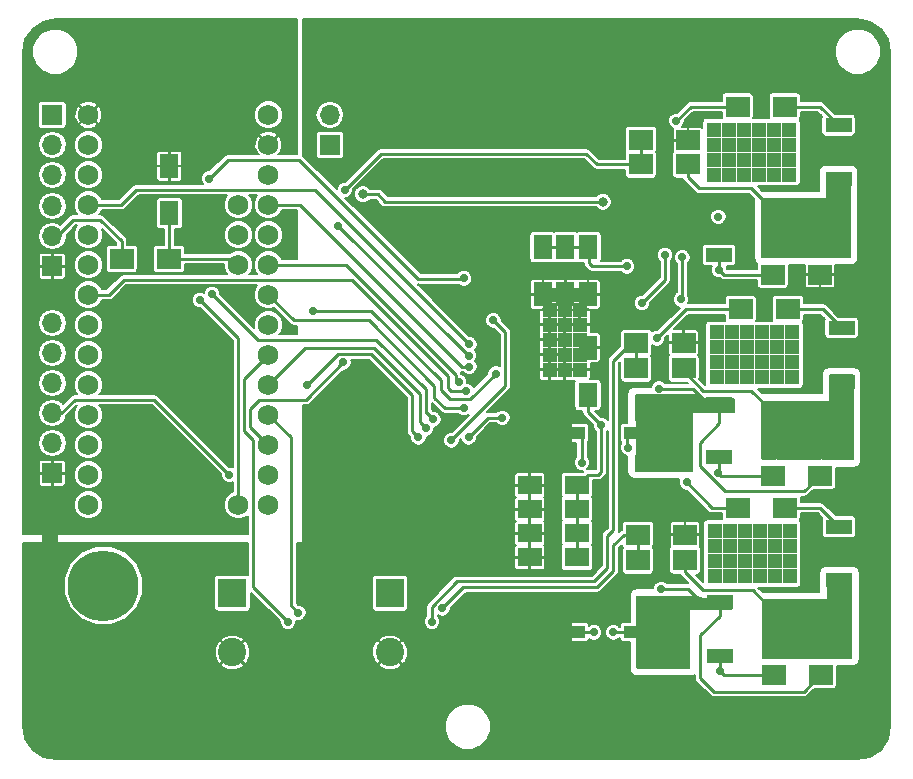
<source format=gbr>
G04 #@! TF.FileFunction,Copper,L2,Bot,Signal*
%FSLAX46Y46*%
G04 Gerber Fmt 4.6, Leading zero omitted, Abs format (unit mm)*
G04 Created by KiCad (PCBNEW 4.0.4-stable) date 08/15/17 16:15:30*
%MOMM*%
%LPD*%
G01*
G04 APERTURE LIST*
%ADD10C,0.100000*%
%ADD11R,1.270000X1.270000*%
%ADD12R,2.200000X1.200000*%
%ADD13R,1.600000X2.000000*%
%ADD14R,2.000000X1.600000*%
%ADD15R,1.700000X1.700000*%
%ADD16O,1.700000X1.700000*%
%ADD17C,5.999480*%
%ADD18R,2.000000X1.700000*%
%ADD19C,1.750000*%
%ADD20R,4.600000X6.200000*%
%ADD21R,2.000000X1.000000*%
%ADD22R,2.400000X2.400000*%
%ADD23C,2.400000*%
%ADD24C,0.700000*%
%ADD25C,0.800000*%
%ADD26C,0.250000*%
%ADD27C,0.400000*%
%ADD28C,0.200000*%
G04 APERTURE END LIST*
D10*
D11*
X69913500Y47307500D03*
X69913500Y46037500D03*
X69913500Y44767500D03*
X69913500Y43497500D03*
X68643500Y47307500D03*
X68643500Y46037500D03*
X67373500Y46037500D03*
X67373500Y47307500D03*
X66103500Y47307500D03*
X66103500Y46037500D03*
X64833500Y46037500D03*
X64833500Y47307500D03*
X63563500Y47307500D03*
X63563500Y46037500D03*
X66103500Y44767500D03*
X67373500Y44767500D03*
X68643500Y44767500D03*
X68643500Y43497500D03*
X67373500Y43497500D03*
X66103500Y43497500D03*
X64833500Y43497500D03*
X64833500Y44767500D03*
X63563500Y44767500D03*
X63563500Y43497500D03*
D12*
X59363500Y43122500D03*
X59363500Y47682500D03*
D11*
X69913500Y30162500D03*
X69913500Y28892500D03*
X69913500Y27622500D03*
X69913500Y26352500D03*
X68643500Y30162500D03*
X68643500Y28892500D03*
X67373500Y28892500D03*
X67373500Y30162500D03*
X66103500Y30162500D03*
X66103500Y28892500D03*
X64833500Y28892500D03*
X64833500Y30162500D03*
X63563500Y30162500D03*
X63563500Y28892500D03*
X66103500Y27622500D03*
X67373500Y27622500D03*
X68643500Y27622500D03*
X68643500Y26352500D03*
X67373500Y26352500D03*
X66103500Y26352500D03*
X64833500Y26352500D03*
X64833500Y27622500D03*
X63563500Y27622500D03*
X63563500Y26352500D03*
D12*
X59363500Y25977500D03*
X59363500Y30537500D03*
D13*
X12827000Y50641000D03*
X12827000Y46641000D03*
D14*
X47339000Y23622000D03*
X43339000Y23622000D03*
X47339000Y21590000D03*
X43339000Y21590000D03*
X47339000Y19558000D03*
X43339000Y19558000D03*
X47339000Y17526000D03*
X43339000Y17526000D03*
D13*
X48260000Y31274000D03*
X48260000Y35274000D03*
X48260000Y43783000D03*
X48260000Y39783000D03*
X46355000Y43783000D03*
X46355000Y39783000D03*
X44450000Y43783000D03*
X44450000Y39783000D03*
D15*
X2921000Y24638000D03*
D16*
X2921000Y27178000D03*
X2921000Y29718000D03*
X2921000Y32258000D03*
X2921000Y34798000D03*
X2921000Y37338000D03*
D17*
X7112000Y8382000D03*
X7239000Y15113000D03*
D15*
X26416000Y52451000D03*
D16*
X26416000Y54991000D03*
D15*
X2921000Y54991000D03*
D16*
X2921000Y52451000D03*
X2921000Y49911000D03*
D15*
X2921000Y42164000D03*
D16*
X2921000Y44704000D03*
X2921000Y47244000D03*
D11*
X58928000Y49911000D03*
X58928000Y51181000D03*
X58928000Y52451000D03*
X58928000Y53721000D03*
X60198000Y49911000D03*
X60198000Y51181000D03*
X61468000Y51181000D03*
X61468000Y49911000D03*
X62738000Y49911000D03*
X62738000Y51181000D03*
X64008000Y51181000D03*
X64008000Y49911000D03*
X65278000Y49911000D03*
X65278000Y51181000D03*
X62738000Y52451000D03*
X61468000Y52451000D03*
X60198000Y52451000D03*
X60198000Y53721000D03*
X61468000Y53721000D03*
X62738000Y53721000D03*
X64008000Y53721000D03*
X64008000Y52451000D03*
X65278000Y52451000D03*
X65278000Y53721000D03*
D12*
X69478000Y54096000D03*
X69478000Y49536000D03*
D11*
X59182000Y32766000D03*
X59182000Y34036000D03*
X59182000Y35306000D03*
X59182000Y36576000D03*
X60452000Y32766000D03*
X60452000Y34036000D03*
X61722000Y34036000D03*
X61722000Y32766000D03*
X62992000Y32766000D03*
X62992000Y34036000D03*
X64262000Y34036000D03*
X64262000Y32766000D03*
X65532000Y32766000D03*
X65532000Y34036000D03*
X62992000Y35306000D03*
X61722000Y35306000D03*
X60452000Y35306000D03*
X60452000Y36576000D03*
X61722000Y36576000D03*
X62992000Y36576000D03*
X64262000Y36576000D03*
X64262000Y35306000D03*
X65532000Y35306000D03*
X65532000Y36576000D03*
D12*
X69732000Y36951000D03*
X69732000Y32391000D03*
D11*
X58991500Y15938500D03*
X58991500Y17208500D03*
X58991500Y18478500D03*
X58991500Y19748500D03*
X60261500Y15938500D03*
X60261500Y17208500D03*
X61531500Y17208500D03*
X61531500Y15938500D03*
X62801500Y15938500D03*
X62801500Y17208500D03*
X64071500Y17208500D03*
X64071500Y15938500D03*
X65341500Y15938500D03*
X65341500Y17208500D03*
X62801500Y18478500D03*
X61531500Y18478500D03*
X60261500Y18478500D03*
X60261500Y19748500D03*
X61531500Y19748500D03*
X62801500Y19748500D03*
X64071500Y19748500D03*
X64071500Y18478500D03*
X65341500Y18478500D03*
X65341500Y19748500D03*
D12*
X69541500Y20123500D03*
X69541500Y15563500D03*
D11*
X69977000Y13335000D03*
X69977000Y12065000D03*
X69977000Y10795000D03*
X69977000Y9525000D03*
X68707000Y13335000D03*
X68707000Y12065000D03*
X67437000Y12065000D03*
X67437000Y13335000D03*
X66167000Y13335000D03*
X66167000Y12065000D03*
X64897000Y12065000D03*
X64897000Y13335000D03*
X63627000Y13335000D03*
X63627000Y12065000D03*
X66167000Y10795000D03*
X67437000Y10795000D03*
X68707000Y10795000D03*
X68707000Y9525000D03*
X67437000Y9525000D03*
X66167000Y9525000D03*
X64897000Y9525000D03*
X64897000Y10795000D03*
X63627000Y10795000D03*
X63627000Y9525000D03*
D12*
X59427000Y9150000D03*
X59427000Y13710000D03*
D18*
X12795000Y42799000D03*
X8795000Y42799000D03*
X64928500Y55689500D03*
X60928500Y55689500D03*
X67913000Y41465500D03*
X63913000Y41465500D03*
X56737000Y50800000D03*
X52737000Y50800000D03*
X52737000Y52832000D03*
X56737000Y52832000D03*
X65182500Y38544500D03*
X61182500Y38544500D03*
X67913000Y24447500D03*
X63913000Y24447500D03*
X56356000Y33528000D03*
X52356000Y33528000D03*
X52356000Y35687000D03*
X56356000Y35687000D03*
X64928500Y21717000D03*
X60928500Y21717000D03*
X67976500Y7556500D03*
X63976500Y7556500D03*
X56483000Y17272000D03*
X52483000Y17272000D03*
X52483000Y19431000D03*
X56483000Y19431000D03*
D19*
X18669000Y42291000D03*
X18669000Y44831000D03*
X18669000Y47371000D03*
X18669000Y21971000D03*
X5969000Y52451000D03*
X5969000Y49911000D03*
X5969000Y47371000D03*
X5969000Y44831000D03*
X5969000Y42291000D03*
X5969000Y39751000D03*
X5969000Y37211000D03*
X5969000Y34671000D03*
X5969000Y32131000D03*
X5969000Y29591000D03*
X5969000Y27051000D03*
X5969000Y24511000D03*
X5969000Y21971000D03*
X21209000Y21971000D03*
X21209000Y24511000D03*
X21209000Y27051000D03*
X21209000Y29591000D03*
X21209000Y32131000D03*
X21209000Y34671000D03*
X21209000Y37211000D03*
X21209000Y39751000D03*
X21209000Y42291000D03*
X21209000Y44831000D03*
X21209000Y47371000D03*
X21209000Y49911000D03*
X21209000Y52451000D03*
X21209000Y54991000D03*
X5969000Y54991000D03*
D11*
X47561500Y33401000D03*
X47561500Y34671000D03*
X46291500Y34671000D03*
X46291500Y33401000D03*
X45021500Y33401000D03*
X45021500Y34671000D03*
X45021500Y39751000D03*
X45021500Y38481000D03*
X46291500Y38481000D03*
X46291500Y39751000D03*
X47561500Y39751000D03*
X47561500Y38481000D03*
X47561500Y35941000D03*
X47561500Y37211000D03*
X45021500Y37211000D03*
X45021500Y35941000D03*
X46291500Y35941000D03*
X46291500Y37211000D03*
D20*
X54657000Y28067000D03*
X44657000Y28067000D03*
D21*
X52312000Y28067000D03*
X47002000Y28067000D03*
D20*
X54657000Y11176000D03*
X44657000Y11176000D03*
D21*
X52312000Y11176000D03*
X47002000Y11176000D03*
D22*
X18161000Y14478000D03*
D23*
X18161000Y9478000D03*
D22*
X31496000Y14478000D03*
D23*
X31496000Y9478000D03*
D24*
X49403000Y28702000D03*
X51562000Y42164000D03*
X36155000Y54356000D03*
X28956000Y33528000D03*
D25*
X40259000Y49689000D03*
X42735500Y50459000D03*
X31432500Y49625000D03*
X46131500Y49911000D03*
D24*
X38163500Y27686000D03*
X41021000Y29337000D03*
X17907000Y24511000D03*
X59372500Y41846500D03*
X59309000Y24701500D03*
X59436000Y7937500D03*
X27686000Y48641000D03*
X35052000Y12065000D03*
X22860000Y12065000D03*
X35941000Y13208000D03*
X23749000Y12827000D03*
X34544000Y28448000D03*
X33909000Y27686000D03*
X24511000Y32131000D03*
D25*
X29210000Y48260000D03*
X49530000Y47625000D03*
D24*
X36703000Y27432000D03*
X40259000Y37592000D03*
X27559000Y34036000D03*
X52832000Y39052500D03*
X54800500Y43116500D03*
X55753000Y54483000D03*
X54102000Y36068000D03*
X56642000Y23876000D03*
X35179000Y29210000D03*
X16446500Y39814500D03*
X38227000Y35560000D03*
X37973000Y31623000D03*
X24955500Y38417500D03*
X40449500Y33083500D03*
X37782500Y30162500D03*
X37338000Y32385000D03*
X27114500Y45593000D03*
X38163500Y34607500D03*
X38227000Y33655000D03*
X15430500Y39306500D03*
X16192500Y49593500D03*
X37782500Y41148000D03*
X47752000Y25527000D03*
X51689000Y26797000D03*
X54292500Y31813500D03*
X54483000Y14859000D03*
X59309000Y46355000D03*
X56261000Y42926000D03*
X56134000Y39370000D03*
X48768000Y11176000D03*
X50419000Y11176000D03*
D26*
X47339000Y17526000D02*
X47339000Y19558000D01*
X47339000Y19558000D02*
X47339000Y21590000D01*
X47339000Y21590000D02*
X47339000Y23622000D01*
X47339000Y23622000D02*
X48228000Y24511000D01*
X48228000Y24511000D02*
X49149000Y24511000D01*
X49149000Y24511000D02*
X49403000Y24765000D01*
X49403000Y24765000D02*
X49403000Y28702000D01*
X48260000Y30512000D02*
X48260000Y29845000D01*
X48260000Y29845000D02*
X49403000Y28702000D01*
X44450000Y43783000D02*
X46355000Y43783000D01*
X46355000Y43783000D02*
X48260000Y43783000D01*
X48260000Y43783000D02*
X48387000Y43656000D01*
X48387000Y43656000D02*
X48387000Y42418000D01*
X48387000Y42418000D02*
X48641000Y42164000D01*
X48641000Y42164000D02*
X51562000Y42164000D01*
X36155000Y54356000D02*
X36195000Y54356000D01*
D27*
X40259000Y49689000D02*
X40259000Y49720500D01*
X42735500Y50459000D02*
X42735500Y50482500D01*
D26*
X31432500Y49625000D02*
X31527500Y49530000D01*
X31527500Y49530000D02*
X31750000Y49530000D01*
D27*
X46131500Y49911000D02*
X46164500Y49911000D01*
D26*
X38163500Y27686000D02*
X39814500Y29337000D01*
X39814500Y29337000D02*
X41021000Y29337000D01*
X2921000Y29718000D02*
X3683000Y29718000D01*
X3683000Y29718000D02*
X4826000Y30861000D01*
X4826000Y30861000D02*
X11557000Y30861000D01*
X11557000Y30861000D02*
X17907000Y24511000D01*
X64928500Y55689500D02*
X67884500Y55689500D01*
X67884500Y55689500D02*
X69478000Y54096000D01*
X63913000Y41465500D02*
X59753500Y41465500D01*
X59753500Y41465500D02*
X59372500Y41846500D01*
X59363500Y41855500D02*
X59363500Y43122500D01*
X59372500Y41846500D02*
X59363500Y41855500D01*
X65182500Y38544500D02*
X68138500Y38544500D01*
X68138500Y38544500D02*
X69732000Y36951000D01*
X63913000Y24447500D02*
X59563000Y24447500D01*
X59563000Y24447500D02*
X59309000Y24701500D01*
X59363500Y24756000D02*
X59363500Y25977500D01*
X59309000Y24701500D02*
X59363500Y24756000D01*
X64928500Y21717000D02*
X67948000Y21717000D01*
X67948000Y21717000D02*
X69541500Y20123500D01*
X63976500Y7556500D02*
X59817000Y7556500D01*
X59817000Y7556500D02*
X59436000Y7937500D01*
X59427000Y7946500D02*
X59427000Y9150000D01*
X59436000Y7937500D02*
X59427000Y7946500D01*
X56737000Y50800000D02*
X56737000Y49689000D01*
X56737000Y49689000D02*
X57658000Y48768000D01*
X57658000Y48768000D02*
X62103000Y48768000D01*
X62103000Y48768000D02*
X63563500Y47307500D01*
X56356000Y33528000D02*
X56356000Y33306000D01*
X56356000Y33306000D02*
X58039000Y31623000D01*
X58039000Y31623000D02*
X62103000Y31623000D01*
X62103000Y31623000D02*
X63563500Y30162500D01*
X56483000Y17272000D02*
X56483000Y16288000D01*
X56483000Y16288000D02*
X58039000Y14732000D01*
X58039000Y14732000D02*
X62230000Y14732000D01*
X62230000Y14732000D02*
X63627000Y13335000D01*
X69541500Y9960500D02*
X69659500Y9842500D01*
X52737000Y50800000D02*
X49022000Y50800000D01*
X49022000Y50800000D02*
X48133000Y51689000D01*
X48133000Y51689000D02*
X30734000Y51689000D01*
X30734000Y51689000D02*
X27686000Y48641000D01*
X52737000Y52832000D02*
X52737000Y50800000D01*
X50419000Y22352000D02*
X50419000Y19812000D01*
X50419000Y19812000D02*
X49910301Y19303301D01*
X49910301Y19303301D02*
X49910301Y16636301D01*
X49910301Y16636301D02*
X48768000Y15494000D01*
X48768000Y15494000D02*
X37211000Y15494000D01*
X37211000Y15494000D02*
X35052000Y13335000D01*
X35052000Y13335000D02*
X35052000Y12065000D01*
X22860000Y12065000D02*
X19939000Y14986000D01*
X19939000Y14986000D02*
X19939000Y27432000D01*
X19939000Y27432000D02*
X19177000Y28194000D01*
X19177000Y28194000D02*
X19177000Y32639000D01*
X19177000Y32639000D02*
X21209000Y34671000D01*
X52356000Y35687000D02*
X51943000Y35687000D01*
X51943000Y35687000D02*
X50419000Y34163000D01*
X50419000Y34163000D02*
X50419000Y22352000D01*
X52356000Y33528000D02*
X52356000Y33433000D01*
X52356000Y33528000D02*
X52356000Y35687000D01*
X52483000Y19431000D02*
X51308000Y19431000D01*
X51308000Y19431000D02*
X50419000Y18542000D01*
X50419000Y18542000D02*
X50419000Y16383000D01*
X50419000Y16383000D02*
X49022000Y14986000D01*
X49022000Y14986000D02*
X37719000Y14986000D01*
X37719000Y14986000D02*
X35941000Y13208000D01*
X23749000Y12827000D02*
X23114000Y13462000D01*
X23114000Y13462000D02*
X23114000Y27686000D01*
X23114000Y27686000D02*
X21209000Y29591000D01*
X52483000Y17272000D02*
X52483000Y19431000D01*
X34036000Y28956000D02*
X34544000Y28448000D01*
X24320500Y35242500D02*
X21209000Y32131000D01*
X30162500Y35242500D02*
X24320500Y35242500D01*
X34036000Y31369000D02*
X30162500Y35242500D01*
X34036000Y28956000D02*
X34036000Y31369000D01*
X33401000Y28194000D02*
X33401000Y28448000D01*
X33909000Y27686000D02*
X33401000Y28194000D01*
X24511000Y32131000D02*
X27114500Y34734500D01*
X27114500Y34734500D02*
X29908500Y34734500D01*
X29908500Y34734500D02*
X33401000Y31242000D01*
X33401000Y31242000D02*
X33401000Y28448000D01*
X30480000Y48260000D02*
X29210000Y48260000D01*
X31115000Y47625000D02*
X30480000Y48260000D01*
X49530000Y47625000D02*
X31115000Y47625000D01*
X12795000Y42799000D02*
X18161000Y42799000D01*
X18161000Y42799000D02*
X18669000Y42291000D01*
X12827000Y46641000D02*
X12827000Y42831000D01*
X12827000Y42831000D02*
X12795000Y42799000D01*
X36703000Y27432000D02*
X41275000Y32004000D01*
X41275000Y32004000D02*
X41275000Y36576000D01*
X41275000Y36576000D02*
X40259000Y37592000D01*
X27559000Y34036000D02*
X24384000Y30861000D01*
X24384000Y30861000D02*
X20447000Y30861000D01*
X20447000Y30861000D02*
X19685000Y30099000D01*
X19685000Y30099000D02*
X19685000Y28575000D01*
X19685000Y28575000D02*
X21209000Y27051000D01*
X2921000Y44704000D02*
X3302000Y44704000D01*
X3302000Y44704000D02*
X4699000Y46101000D01*
X4699000Y46101000D02*
X6985000Y46101000D01*
X6985000Y46101000D02*
X8795000Y44291000D01*
X8795000Y44291000D02*
X8795000Y42799000D01*
X60928500Y55689500D02*
X56959500Y55689500D01*
X54800500Y41021000D02*
X52832000Y39052500D01*
X54800500Y43116500D02*
X54800500Y41021000D01*
X56959500Y55689500D02*
X55753000Y54483000D01*
X56578500Y38544500D02*
X61182500Y38544500D01*
X54102000Y36068000D02*
X56578500Y38544500D01*
X56642000Y23876000D02*
X58801000Y21717000D01*
X58801000Y21717000D02*
X60928500Y21717000D01*
X35179000Y29210000D02*
X34671000Y29718000D01*
X34671000Y29718000D02*
X34544000Y29718000D01*
X34544000Y29718000D02*
X34544000Y31750000D01*
X34544000Y31750000D02*
X30353000Y35941000D01*
X30353000Y35941000D02*
X20320000Y35941000D01*
X20320000Y35941000D02*
X16446500Y39814500D01*
X8763000Y47371000D02*
X5969000Y47371000D01*
X10033000Y48641000D02*
X8763000Y47371000D01*
X25146000Y48641000D02*
X10033000Y48641000D01*
X38227000Y35560000D02*
X25146000Y48641000D01*
X7683500Y39751000D02*
X5969000Y39751000D01*
X8953500Y41021000D02*
X7683500Y39751000D01*
X28257500Y41021000D02*
X8953500Y41021000D01*
X36385500Y32893000D02*
X28257500Y41021000D01*
X36385500Y31877000D02*
X36385500Y32893000D01*
X36639500Y31623000D02*
X36385500Y31877000D01*
X37973000Y31623000D02*
X36639500Y31623000D01*
X29908500Y38417500D02*
X24955500Y38417500D01*
X35814000Y32512000D02*
X29908500Y38417500D01*
X35814000Y31686500D02*
X35814000Y32512000D01*
X36576000Y30924500D02*
X35814000Y31686500D01*
X38290500Y30924500D02*
X36576000Y30924500D01*
X40449500Y33083500D02*
X38290500Y30924500D01*
X23368000Y37592000D02*
X21209000Y39751000D01*
X29718000Y37592000D02*
X23368000Y37592000D01*
X35242500Y32067500D02*
X29718000Y37592000D01*
X35242500Y31051500D02*
X35242500Y32067500D01*
X36131500Y30162500D02*
X35242500Y31051500D01*
X37782500Y30162500D02*
X36131500Y30162500D01*
X27749500Y42291000D02*
X21209000Y42291000D01*
X37084000Y32956500D02*
X27749500Y42291000D01*
X37084000Y32639000D02*
X37084000Y32956500D01*
X37338000Y32385000D02*
X37084000Y32639000D01*
X37401500Y35306000D02*
X27114500Y45593000D01*
X37465000Y35306000D02*
X37401500Y35306000D01*
X38163500Y34607500D02*
X37465000Y35306000D01*
X21209000Y47371000D02*
X23876000Y47371000D01*
X23876000Y47371000D02*
X37592000Y33655000D01*
X37592000Y33655000D02*
X38227000Y33655000D01*
X18669000Y36068000D02*
X18669000Y21971000D01*
X15430500Y39306500D02*
X18669000Y36068000D01*
X17780000Y51181000D02*
X16192500Y49593500D01*
X23812500Y51181000D02*
X17780000Y51181000D01*
X33909000Y41084500D02*
X23812500Y51181000D01*
X37719000Y41084500D02*
X33909000Y41084500D01*
X37782500Y41148000D02*
X37719000Y41084500D01*
X47752000Y28067000D02*
X47752000Y25527000D01*
X51689000Y26797000D02*
X51562000Y26924000D01*
X51562000Y26924000D02*
X51562000Y28067000D01*
X54060000Y27771000D02*
X54060000Y27940000D01*
X54060000Y27771000D02*
X54060000Y27940000D01*
X67913000Y24447500D02*
X67881500Y24447500D01*
X67881500Y24447500D02*
X66548000Y23114000D01*
X66548000Y23114000D02*
X59880500Y23114000D01*
X59880500Y23114000D02*
X57721500Y25273000D01*
X57721500Y25273000D02*
X57721500Y27241500D01*
X57721500Y27241500D02*
X59363500Y28883500D01*
X59363500Y28883500D02*
X59363500Y30537500D01*
X57150000Y31813500D02*
X58426000Y30537500D01*
X54292500Y31813500D02*
X57150000Y31813500D01*
X58426000Y30537500D02*
X59363500Y30537500D01*
X59363500Y30537500D02*
X58870500Y30537500D01*
X59427000Y13710000D02*
X57664000Y13710000D01*
X57664000Y13710000D02*
X57531000Y13843000D01*
X57531000Y13843000D02*
X57531000Y14097000D01*
X57531000Y14097000D02*
X56769000Y14859000D01*
X56769000Y14859000D02*
X54483000Y14859000D01*
X67976500Y7556500D02*
X67945000Y7556500D01*
X67945000Y7556500D02*
X66548000Y6159500D01*
X66548000Y6159500D02*
X58928000Y6159500D01*
X58928000Y6159500D02*
X57785000Y7302500D01*
X57785000Y7302500D02*
X57785000Y10922000D01*
X57785000Y10922000D02*
X59427000Y12564000D01*
X59427000Y12564000D02*
X59427000Y13710000D01*
X58807000Y13710000D02*
X59427000Y13710000D01*
X56261000Y39497000D02*
X56261000Y42926000D01*
X56134000Y39370000D02*
X56261000Y39497000D01*
X48768000Y11176000D02*
X47752000Y11176000D01*
X50419000Y11176000D02*
X51562000Y11176000D01*
D28*
G36*
X23649000Y51656000D02*
X22039358Y51656000D01*
X22020578Y51674780D01*
X22192702Y51767200D01*
X22379501Y52195698D01*
X22388102Y52663063D01*
X22217195Y53098143D01*
X22192702Y53134800D01*
X22020576Y53227221D01*
X21244355Y52451000D01*
X21258498Y52436857D01*
X21223143Y52401502D01*
X21209000Y52415645D01*
X21194858Y52401502D01*
X21159503Y52436857D01*
X21173645Y52451000D01*
X20397424Y53227221D01*
X20225298Y53134800D01*
X20038499Y52706302D01*
X20029898Y52238937D01*
X20200805Y51803857D01*
X20225298Y51767200D01*
X20397422Y51674780D01*
X20378642Y51656000D01*
X17780000Y51656000D01*
X17598225Y51619843D01*
X17444124Y51516876D01*
X16220723Y50293475D01*
X16053872Y50293621D01*
X15796500Y50187277D01*
X15599415Y49990536D01*
X15492622Y49733350D01*
X15492379Y49454872D01*
X15598723Y49197500D01*
X15680081Y49116000D01*
X10033000Y49116000D01*
X9851225Y49079843D01*
X9697124Y48976876D01*
X8566248Y47846000D01*
X7098186Y47846000D01*
X7008110Y48064000D01*
X6663813Y48408899D01*
X6213737Y48595787D01*
X5726401Y48596212D01*
X5276000Y48410110D01*
X4931101Y48065813D01*
X4744213Y47615737D01*
X4743788Y47128401D01*
X4929890Y46678000D01*
X5031712Y46576000D01*
X4699000Y46576000D01*
X4517225Y46539843D01*
X4363124Y46436876D01*
X4363122Y46436873D01*
X3604651Y45678403D01*
X3403729Y45812655D01*
X2944509Y45904000D01*
X2897491Y45904000D01*
X2438271Y45812655D01*
X2048963Y45552528D01*
X1788836Y45163220D01*
X1697491Y44704000D01*
X1788836Y44244780D01*
X2048963Y43855472D01*
X2438271Y43595345D01*
X2897491Y43504000D01*
X2944509Y43504000D01*
X3403729Y43595345D01*
X3793037Y43855472D01*
X4053164Y44244780D01*
X4144509Y44704000D01*
X4116178Y44846427D01*
X4895751Y45626000D01*
X5031463Y45626000D01*
X4931101Y45525813D01*
X4744213Y45075737D01*
X4743788Y44588401D01*
X4929890Y44138000D01*
X5274187Y43793101D01*
X5724263Y43606213D01*
X6211599Y43605788D01*
X6662000Y43791890D01*
X7006899Y44136187D01*
X7193787Y44586263D01*
X7194212Y45073599D01*
X7091101Y45323148D01*
X8320000Y44094249D01*
X8320000Y44005856D01*
X7795000Y44005856D01*
X7665298Y43981451D01*
X7546175Y43904797D01*
X7466259Y43787837D01*
X7438144Y43649000D01*
X7438144Y41949000D01*
X7462549Y41819298D01*
X7539203Y41700175D01*
X7656163Y41620259D01*
X7795000Y41592144D01*
X9795000Y41592144D01*
X9924702Y41616549D01*
X10043825Y41693203D01*
X10123741Y41810163D01*
X10151856Y41949000D01*
X10151856Y43649000D01*
X10127451Y43778702D01*
X10050797Y43897825D01*
X9933837Y43977741D01*
X9795000Y44005856D01*
X9270000Y44005856D01*
X9270000Y44290995D01*
X9270001Y44291000D01*
X9233844Y44472774D01*
X9199677Y44523908D01*
X9130876Y44626876D01*
X9130873Y44626878D01*
X7320876Y46436876D01*
X7166775Y46539843D01*
X6985000Y46576000D01*
X6906537Y46576000D01*
X7006899Y46676187D01*
X7098173Y46896000D01*
X8763000Y46896000D01*
X8944775Y46932157D01*
X9098876Y47035124D01*
X10229752Y48166000D01*
X17731463Y48166000D01*
X17631101Y48065813D01*
X17444213Y47615737D01*
X17443788Y47128401D01*
X17629890Y46678000D01*
X17974187Y46333101D01*
X18424263Y46146213D01*
X18911599Y46145788D01*
X19362000Y46331890D01*
X19706899Y46676187D01*
X19893787Y47126263D01*
X19894212Y47613599D01*
X19708110Y48064000D01*
X19606288Y48166000D01*
X20271463Y48166000D01*
X20171101Y48065813D01*
X19984213Y47615737D01*
X19983788Y47128401D01*
X20169890Y46678000D01*
X20514187Y46333101D01*
X20964263Y46146213D01*
X21451599Y46145788D01*
X21902000Y46331890D01*
X22246899Y46676187D01*
X22338173Y46896000D01*
X23649000Y46896000D01*
X23649000Y42766000D01*
X22338186Y42766000D01*
X22248110Y42984000D01*
X21903813Y43328899D01*
X21453737Y43515787D01*
X20966401Y43516212D01*
X20516000Y43330110D01*
X20171101Y42985813D01*
X19984213Y42535737D01*
X19983788Y42048401D01*
X20169890Y41598000D01*
X20271712Y41496000D01*
X19606537Y41496000D01*
X19706899Y41596187D01*
X19893787Y42046263D01*
X19894212Y42533599D01*
X19708110Y42984000D01*
X19363813Y43328899D01*
X18913737Y43515787D01*
X18426401Y43516212D01*
X17976000Y43330110D01*
X17919792Y43274000D01*
X14151856Y43274000D01*
X14151856Y43649000D01*
X14127451Y43778702D01*
X14050797Y43897825D01*
X13933837Y43977741D01*
X13795000Y44005856D01*
X13302000Y44005856D01*
X13302000Y44588401D01*
X17443788Y44588401D01*
X17629890Y44138000D01*
X17974187Y43793101D01*
X18424263Y43606213D01*
X18911599Y43605788D01*
X19362000Y43791890D01*
X19706899Y44136187D01*
X19893787Y44586263D01*
X19893788Y44588401D01*
X19983788Y44588401D01*
X20169890Y44138000D01*
X20514187Y43793101D01*
X20964263Y43606213D01*
X21451599Y43605788D01*
X21902000Y43791890D01*
X22246899Y44136187D01*
X22433787Y44586263D01*
X22434212Y45073599D01*
X22248110Y45524000D01*
X21903813Y45868899D01*
X21453737Y46055787D01*
X20966401Y46056212D01*
X20516000Y45870110D01*
X20171101Y45525813D01*
X19984213Y45075737D01*
X19983788Y44588401D01*
X19893788Y44588401D01*
X19894212Y45073599D01*
X19708110Y45524000D01*
X19363813Y45868899D01*
X18913737Y46055787D01*
X18426401Y46056212D01*
X17976000Y45870110D01*
X17631101Y45525813D01*
X17444213Y45075737D01*
X17443788Y44588401D01*
X13302000Y44588401D01*
X13302000Y45284144D01*
X13627000Y45284144D01*
X13756702Y45308549D01*
X13875825Y45385203D01*
X13955741Y45502163D01*
X13983856Y45641000D01*
X13983856Y47641000D01*
X13959451Y47770702D01*
X13882797Y47889825D01*
X13765837Y47969741D01*
X13627000Y47997856D01*
X12027000Y47997856D01*
X11897298Y47973451D01*
X11778175Y47896797D01*
X11698259Y47779837D01*
X11670144Y47641000D01*
X11670144Y45641000D01*
X11694549Y45511298D01*
X11771203Y45392175D01*
X11888163Y45312259D01*
X12027000Y45284144D01*
X12352000Y45284144D01*
X12352000Y44005856D01*
X11795000Y44005856D01*
X11665298Y43981451D01*
X11546175Y43904797D01*
X11466259Y43787837D01*
X11438144Y43649000D01*
X11438144Y41949000D01*
X11462549Y41819298D01*
X11539203Y41700175D01*
X11656163Y41620259D01*
X11795000Y41592144D01*
X13795000Y41592144D01*
X13924702Y41616549D01*
X14043825Y41693203D01*
X14123741Y41810163D01*
X14151856Y41949000D01*
X14151856Y42324000D01*
X17444028Y42324000D01*
X17443788Y42048401D01*
X17629890Y41598000D01*
X17731712Y41496000D01*
X8953500Y41496000D01*
X8771725Y41459843D01*
X8617624Y41356876D01*
X7486748Y40226000D01*
X7098186Y40226000D01*
X7008110Y40444000D01*
X6663813Y40788899D01*
X6213737Y40975787D01*
X5726401Y40976212D01*
X5276000Y40790110D01*
X4931101Y40445813D01*
X4744213Y39995737D01*
X4743788Y39508401D01*
X4929890Y39058000D01*
X5274187Y38713101D01*
X5724263Y38526213D01*
X6211599Y38525788D01*
X6662000Y38711890D01*
X7006899Y39056187D01*
X7098173Y39276000D01*
X7683500Y39276000D01*
X7865275Y39312157D01*
X8019376Y39415124D01*
X9150252Y40546000D01*
X20271463Y40546000D01*
X20171101Y40445813D01*
X19984213Y39995737D01*
X19983788Y39508401D01*
X20169890Y39058000D01*
X20514187Y38713101D01*
X20964263Y38526213D01*
X21451599Y38525788D01*
X21671570Y38616678D01*
X23032124Y37256124D01*
X23186225Y37153157D01*
X23368000Y37117000D01*
X23649000Y37117000D01*
X23649000Y36416000D01*
X22146537Y36416000D01*
X22246899Y36516187D01*
X22433787Y36966263D01*
X22434212Y37453599D01*
X22248110Y37904000D01*
X21903813Y38248899D01*
X21453737Y38435787D01*
X20966401Y38436212D01*
X20516000Y38250110D01*
X20171101Y37905813D01*
X19984213Y37455737D01*
X19983788Y36968401D01*
X19997474Y36935278D01*
X17146475Y39786277D01*
X17146621Y39953128D01*
X17040277Y40210500D01*
X16843536Y40407585D01*
X16586350Y40514378D01*
X16307872Y40514621D01*
X16050500Y40408277D01*
X15853415Y40211536D01*
X15746622Y39954350D01*
X15746604Y39933191D01*
X15570350Y40006378D01*
X15291872Y40006621D01*
X15034500Y39900277D01*
X14837415Y39703536D01*
X14730622Y39446350D01*
X14730379Y39167872D01*
X14836723Y38910500D01*
X15033464Y38713415D01*
X15290650Y38606622D01*
X15458773Y38606475D01*
X18194000Y35871249D01*
X18194000Y25149776D01*
X18046850Y25210878D01*
X17878727Y25211025D01*
X11892876Y31196876D01*
X11738775Y31299843D01*
X11557000Y31336000D01*
X6906537Y31336000D01*
X7006899Y31436187D01*
X7193787Y31886263D01*
X7194212Y32373599D01*
X7008110Y32824000D01*
X6663813Y33168899D01*
X6213737Y33355787D01*
X5726401Y33356212D01*
X5276000Y33170110D01*
X4931101Y32825813D01*
X4744213Y32375737D01*
X4743788Y31888401D01*
X4929890Y31438000D01*
X5031712Y31336000D01*
X4826000Y31336000D01*
X4644225Y31299843D01*
X4490124Y31196876D01*
X3819769Y30526521D01*
X3793037Y30566528D01*
X3403729Y30826655D01*
X2944509Y30918000D01*
X2897491Y30918000D01*
X2438271Y30826655D01*
X2048963Y30566528D01*
X1788836Y30177220D01*
X1697491Y29718000D01*
X1788836Y29258780D01*
X2048963Y28869472D01*
X2438271Y28609345D01*
X2897491Y28518000D01*
X2944509Y28518000D01*
X3403729Y28609345D01*
X3793037Y28869472D01*
X4053164Y29258780D01*
X4092305Y29455553D01*
X5022752Y30386000D01*
X5031463Y30386000D01*
X4931101Y30285813D01*
X4744213Y29835737D01*
X4743788Y29348401D01*
X4929890Y28898000D01*
X5274187Y28553101D01*
X5724263Y28366213D01*
X6211599Y28365788D01*
X6662000Y28551890D01*
X7006899Y28896187D01*
X7193787Y29346263D01*
X7194212Y29833599D01*
X7008110Y30284000D01*
X6906288Y30386000D01*
X11360248Y30386000D01*
X17207025Y24539223D01*
X17206879Y24372372D01*
X17313223Y24115000D01*
X17509964Y23917915D01*
X17767150Y23811122D01*
X18045628Y23810879D01*
X18194000Y23872185D01*
X18194000Y23100186D01*
X17976000Y23010110D01*
X17631101Y22665813D01*
X17444213Y22215737D01*
X17443788Y21728401D01*
X17629890Y21278000D01*
X17974187Y20933101D01*
X18424263Y20746213D01*
X18911599Y20745788D01*
X19362000Y20931890D01*
X19464000Y21033712D01*
X19464000Y19531000D01*
X3429000Y19531000D01*
X3390094Y19523121D01*
X3357319Y19500727D01*
X3335839Y19467346D01*
X3329000Y19431000D01*
X3329000Y18796000D01*
X3336879Y18757094D01*
X3359273Y18724319D01*
X3392654Y18702839D01*
X3429000Y18696000D01*
X19464000Y18696000D01*
X19464000Y16013998D01*
X19361000Y16034856D01*
X16961000Y16034856D01*
X16831298Y16010451D01*
X16712175Y15933797D01*
X16632259Y15816837D01*
X16604144Y15678000D01*
X16604144Y13278000D01*
X16628549Y13148298D01*
X16705203Y13029175D01*
X16822163Y12949259D01*
X16961000Y12921144D01*
X19361000Y12921144D01*
X19490702Y12945549D01*
X19609825Y13022203D01*
X19689741Y13139163D01*
X19717856Y13278000D01*
X19717856Y14535392D01*
X22160025Y12093223D01*
X22159879Y11926372D01*
X22266223Y11669000D01*
X22462964Y11471915D01*
X22720150Y11365122D01*
X22998628Y11364879D01*
X23256000Y11471223D01*
X23453085Y11667964D01*
X23559878Y11925150D01*
X23559879Y11926372D01*
X34351879Y11926372D01*
X34458223Y11669000D01*
X34654964Y11471915D01*
X34912150Y11365122D01*
X35190628Y11364879D01*
X35448000Y11471223D01*
X35645085Y11667964D01*
X35648421Y11676000D01*
X45645144Y11676000D01*
X45645144Y10676000D01*
X45669549Y10546298D01*
X45746203Y10427175D01*
X45863163Y10347259D01*
X46002000Y10319144D01*
X48002000Y10319144D01*
X48131702Y10343549D01*
X48250825Y10420203D01*
X48330741Y10537163D01*
X48345227Y10608697D01*
X48370964Y10582915D01*
X48628150Y10476122D01*
X48906628Y10475879D01*
X49164000Y10582223D01*
X49361085Y10778964D01*
X49467878Y11036150D01*
X49468121Y11314628D01*
X49361777Y11572000D01*
X49165036Y11769085D01*
X48907850Y11875878D01*
X48629372Y11876121D01*
X48372000Y11769777D01*
X48346079Y11743902D01*
X48334451Y11805702D01*
X48257797Y11924825D01*
X48140837Y12004741D01*
X48002000Y12032856D01*
X46002000Y12032856D01*
X45872298Y12008451D01*
X45753175Y11931797D01*
X45673259Y11814837D01*
X45645144Y11676000D01*
X35648421Y11676000D01*
X35751878Y11925150D01*
X35752121Y12203628D01*
X35645777Y12461000D01*
X35527000Y12579985D01*
X35527000Y12631909D01*
X35543964Y12614915D01*
X35801150Y12508122D01*
X36079628Y12507879D01*
X36337000Y12614223D01*
X36534085Y12810964D01*
X36640878Y13068150D01*
X36641025Y13236273D01*
X37915752Y14511000D01*
X49022000Y14511000D01*
X49203775Y14547157D01*
X49357876Y14650124D01*
X50754873Y16047122D01*
X50754876Y16047124D01*
X50857843Y16201225D01*
X50894000Y16383000D01*
X50894000Y18345248D01*
X51126715Y18577963D01*
X51150549Y18451298D01*
X51215466Y18350415D01*
X51154259Y18260837D01*
X51126144Y18122000D01*
X51126144Y16422000D01*
X51150549Y16292298D01*
X51227203Y16173175D01*
X51344163Y16093259D01*
X51483000Y16065144D01*
X53483000Y16065144D01*
X53612702Y16089549D01*
X53731825Y16166203D01*
X53811741Y16283163D01*
X53839856Y16422000D01*
X53839856Y18122000D01*
X53815451Y18251702D01*
X53750534Y18352585D01*
X53811741Y18442163D01*
X53839856Y18581000D01*
X53839856Y20281000D01*
X53828628Y20340673D01*
X55183000Y20340673D01*
X55183000Y19531000D01*
X55258000Y19456000D01*
X56458000Y19456000D01*
X56458000Y20506000D01*
X56508000Y20506000D01*
X56508000Y19456000D01*
X57708000Y19456000D01*
X57783000Y19531000D01*
X57783000Y20340673D01*
X57737328Y20450936D01*
X57652937Y20535328D01*
X57542674Y20581000D01*
X56583000Y20581000D01*
X56508000Y20506000D01*
X56458000Y20506000D01*
X56383000Y20581000D01*
X55423326Y20581000D01*
X55313063Y20535328D01*
X55228672Y20450936D01*
X55183000Y20340673D01*
X53828628Y20340673D01*
X53815451Y20410702D01*
X53738797Y20529825D01*
X53621837Y20609741D01*
X53483000Y20637856D01*
X51483000Y20637856D01*
X51353298Y20613451D01*
X51234175Y20536797D01*
X51154259Y20419837D01*
X51126144Y20281000D01*
X51126144Y19869789D01*
X51039657Y19812000D01*
X50972124Y19766876D01*
X50863397Y19658149D01*
X50894000Y19812000D01*
X50894000Y33966248D01*
X50999144Y34071392D01*
X50999144Y32678000D01*
X51023549Y32548298D01*
X51100203Y32429175D01*
X51217163Y32349259D01*
X51356000Y32321144D01*
X53356000Y32321144D01*
X53485702Y32345549D01*
X53604825Y32422203D01*
X53684741Y32539163D01*
X53712856Y32678000D01*
X53712856Y34378000D01*
X53688451Y34507702D01*
X53623534Y34608585D01*
X53684741Y34698163D01*
X53712856Y34837000D01*
X53712856Y35471638D01*
X53962150Y35368122D01*
X54240628Y35367879D01*
X54498000Y35474223D01*
X54695085Y35670964D01*
X54801878Y35928150D01*
X54802025Y36096273D01*
X55056000Y36350248D01*
X55056000Y35787000D01*
X55131000Y35712000D01*
X56331000Y35712000D01*
X56331000Y36762000D01*
X56381000Y36762000D01*
X56381000Y35712000D01*
X57581000Y35712000D01*
X57656000Y35787000D01*
X57656000Y36596673D01*
X57610328Y36706936D01*
X57525937Y36791328D01*
X57415674Y36837000D01*
X56456000Y36837000D01*
X56381000Y36762000D01*
X56331000Y36762000D01*
X56256000Y36837000D01*
X55542752Y36837000D01*
X56775252Y38069500D01*
X59825644Y38069500D01*
X59825644Y37694500D01*
X59849474Y37567856D01*
X58547000Y37567856D01*
X58417298Y37543451D01*
X58298175Y37466797D01*
X58218259Y37349837D01*
X58190144Y37211000D01*
X58190144Y32143607D01*
X57703239Y32630512D01*
X57712856Y32678000D01*
X57712856Y34378000D01*
X57688451Y34507702D01*
X57611797Y34626825D01*
X57587019Y34643755D01*
X57610328Y34667064D01*
X57656000Y34777327D01*
X57656000Y35587000D01*
X57581000Y35662000D01*
X56381000Y35662000D01*
X56381000Y35642000D01*
X56331000Y35642000D01*
X56331000Y35662000D01*
X55131000Y35662000D01*
X55056000Y35587000D01*
X55056000Y34777327D01*
X55101672Y34667064D01*
X55124068Y34644668D01*
X55107175Y34633797D01*
X55027259Y34516837D01*
X54999144Y34378000D01*
X54999144Y32678000D01*
X55023549Y32548298D01*
X55100203Y32429175D01*
X55217163Y32349259D01*
X55356000Y32321144D01*
X56669104Y32321144D01*
X56701748Y32288500D01*
X54807415Y32288500D01*
X54689536Y32406585D01*
X54432350Y32513378D01*
X54153872Y32513621D01*
X53896500Y32407277D01*
X53699415Y32210536D01*
X53599120Y31969000D01*
X52197000Y31969000D01*
X51978926Y31927967D01*
X51778637Y31799085D01*
X51644272Y31602434D01*
X51597000Y31369000D01*
X51597000Y28923856D01*
X51312000Y28923856D01*
X51182298Y28899451D01*
X51063175Y28822797D01*
X50983259Y28705837D01*
X50955144Y28567000D01*
X50955144Y27567000D01*
X50979549Y27437298D01*
X51056203Y27318175D01*
X51087000Y27297132D01*
X51087000Y27172566D01*
X50989122Y26936850D01*
X50988879Y26658372D01*
X51095223Y26401000D01*
X51291964Y26203915D01*
X51549150Y26097122D01*
X51597000Y26097080D01*
X51597000Y24765000D01*
X51638033Y24546926D01*
X51766915Y24346637D01*
X51963566Y24212272D01*
X52197000Y24165000D01*
X56004055Y24165000D01*
X55942122Y24015850D01*
X55941879Y23737372D01*
X56048223Y23480000D01*
X56244964Y23282915D01*
X56502150Y23176122D01*
X56670273Y23175975D01*
X58465124Y21381124D01*
X58619225Y21278157D01*
X58801000Y21242000D01*
X59571644Y21242000D01*
X59571644Y20867000D01*
X59595474Y20740356D01*
X58356500Y20740356D01*
X58226798Y20715951D01*
X58107675Y20639297D01*
X58027759Y20522337D01*
X57999644Y20383500D01*
X57999644Y15443108D01*
X57377608Y16065144D01*
X57483000Y16065144D01*
X57612702Y16089549D01*
X57731825Y16166203D01*
X57811741Y16283163D01*
X57839856Y16422000D01*
X57839856Y18122000D01*
X57815451Y18251702D01*
X57738797Y18370825D01*
X57714019Y18387755D01*
X57737328Y18411064D01*
X57783000Y18521327D01*
X57783000Y19331000D01*
X57708000Y19406000D01*
X56508000Y19406000D01*
X56508000Y19386000D01*
X56458000Y19386000D01*
X56458000Y19406000D01*
X55258000Y19406000D01*
X55183000Y19331000D01*
X55183000Y18521327D01*
X55228672Y18411064D01*
X55251068Y18388668D01*
X55234175Y18377797D01*
X55154259Y18260837D01*
X55126144Y18122000D01*
X55126144Y16422000D01*
X55150549Y16292298D01*
X55227203Y16173175D01*
X55344163Y16093259D01*
X55483000Y16065144D01*
X56071606Y16065144D01*
X56147124Y15952124D01*
X56765248Y15334000D01*
X54997915Y15334000D01*
X54880036Y15452085D01*
X54622850Y15558878D01*
X54344372Y15559121D01*
X54087000Y15452777D01*
X53889915Y15256036D01*
X53783122Y14998850D01*
X53783025Y14887500D01*
X52387500Y14887500D01*
X52169426Y14846467D01*
X51969137Y14717585D01*
X51834772Y14520934D01*
X51787500Y14287500D01*
X51787500Y12032856D01*
X51312000Y12032856D01*
X51182298Y12008451D01*
X51063175Y11931797D01*
X50983259Y11814837D01*
X50955144Y11676000D01*
X50955144Y11651000D01*
X50933915Y11651000D01*
X50816036Y11769085D01*
X50558850Y11875878D01*
X50280372Y11876121D01*
X50023000Y11769777D01*
X49825915Y11573036D01*
X49719122Y11315850D01*
X49718879Y11037372D01*
X49825223Y10780000D01*
X50021964Y10582915D01*
X50279150Y10476122D01*
X50557628Y10475879D01*
X50815000Y10582223D01*
X50933985Y10701000D01*
X50955144Y10701000D01*
X50955144Y10676000D01*
X50979549Y10546298D01*
X51056203Y10427175D01*
X51173163Y10347259D01*
X51312000Y10319144D01*
X51787500Y10319144D01*
X51787500Y8064500D01*
X51828533Y7846426D01*
X51957415Y7646137D01*
X52154066Y7511772D01*
X52387500Y7464500D01*
X56959500Y7464500D01*
X57177574Y7505533D01*
X57310000Y7590747D01*
X57310000Y7302500D01*
X57346157Y7120725D01*
X57449124Y6966624D01*
X58592124Y5823624D01*
X58746225Y5720657D01*
X58928000Y5684500D01*
X66548000Y5684500D01*
X66729775Y5720657D01*
X66883876Y5823624D01*
X67409896Y6349644D01*
X68976500Y6349644D01*
X69106202Y6374049D01*
X69225325Y6450703D01*
X69305241Y6567663D01*
X69333356Y6706500D01*
X69333356Y8290000D01*
X70675500Y8290000D01*
X70893574Y8331033D01*
X71093863Y8459915D01*
X71228228Y8656566D01*
X71275500Y8890000D01*
X71275500Y16192500D01*
X71234467Y16410574D01*
X71105585Y16610863D01*
X70908934Y16745228D01*
X70675500Y16792500D01*
X68453000Y16792500D01*
X68234926Y16751467D01*
X68034637Y16622585D01*
X67900272Y16425934D01*
X67853000Y16192500D01*
X67853000Y14570000D01*
X63063752Y14570000D01*
X62687108Y14946644D01*
X65976500Y14946644D01*
X66106202Y14971049D01*
X66225325Y15047703D01*
X66305241Y15164663D01*
X66333356Y15303500D01*
X66333356Y20383500D01*
X66308951Y20513202D01*
X66232297Y20632325D01*
X66204660Y20651209D01*
X66257241Y20728163D01*
X66285356Y20867000D01*
X66285356Y21242000D01*
X67751248Y21242000D01*
X68120127Y20873121D01*
X68112759Y20862337D01*
X68084644Y20723500D01*
X68084644Y19523500D01*
X68109049Y19393798D01*
X68185703Y19274675D01*
X68302663Y19194759D01*
X68441500Y19166644D01*
X70641500Y19166644D01*
X70771202Y19191049D01*
X70890325Y19267703D01*
X70970241Y19384663D01*
X70998356Y19523500D01*
X70998356Y20723500D01*
X70973951Y20853202D01*
X70897297Y20972325D01*
X70780337Y21052241D01*
X70641500Y21080356D01*
X69256396Y21080356D01*
X68283876Y22052876D01*
X68129775Y22155843D01*
X67948000Y22192000D01*
X66285356Y22192000D01*
X66285356Y22567000D01*
X66271808Y22639000D01*
X66548000Y22639000D01*
X66729775Y22675157D01*
X66883876Y22778124D01*
X67346396Y23240644D01*
X68913000Y23240644D01*
X69042702Y23265049D01*
X69161825Y23341703D01*
X69241741Y23458663D01*
X69269856Y23597500D01*
X69269856Y25117500D01*
X70802500Y25117500D01*
X71020574Y25158533D01*
X71220863Y25287415D01*
X71355228Y25484066D01*
X71402500Y25717500D01*
X71402500Y33020000D01*
X71361467Y33238074D01*
X71232585Y33438363D01*
X71035934Y33572728D01*
X70802500Y33620000D01*
X68643500Y33620000D01*
X68425426Y33578967D01*
X68225137Y33450085D01*
X68090772Y33253434D01*
X68043500Y33020000D01*
X68043500Y31397500D01*
X63000252Y31397500D01*
X62623608Y31774144D01*
X66167000Y31774144D01*
X66296702Y31798549D01*
X66415825Y31875203D01*
X66495741Y31992163D01*
X66523856Y32131000D01*
X66523856Y37211000D01*
X66499451Y37340702D01*
X66433933Y37442520D01*
X66511241Y37555663D01*
X66539356Y37694500D01*
X66539356Y38069500D01*
X67941748Y38069500D01*
X68310627Y37700621D01*
X68303259Y37689837D01*
X68275144Y37551000D01*
X68275144Y36351000D01*
X68299549Y36221298D01*
X68376203Y36102175D01*
X68493163Y36022259D01*
X68632000Y35994144D01*
X70832000Y35994144D01*
X70961702Y36018549D01*
X71080825Y36095203D01*
X71160741Y36212163D01*
X71188856Y36351000D01*
X71188856Y37551000D01*
X71164451Y37680702D01*
X71087797Y37799825D01*
X70970837Y37879741D01*
X70832000Y37907856D01*
X69446896Y37907856D01*
X68474376Y38880376D01*
X68320275Y38983343D01*
X68138500Y39019500D01*
X66539356Y39019500D01*
X66539356Y39394500D01*
X66514951Y39524202D01*
X66438297Y39643325D01*
X66321337Y39723241D01*
X66182500Y39751356D01*
X64182500Y39751356D01*
X64052798Y39726951D01*
X63933675Y39650297D01*
X63853759Y39533337D01*
X63825644Y39394500D01*
X63825644Y37694500D01*
X63849474Y37567856D01*
X62513710Y37567856D01*
X62539356Y37694500D01*
X62539356Y39394500D01*
X62514951Y39524202D01*
X62438297Y39643325D01*
X62321337Y39723241D01*
X62182500Y39751356D01*
X60182500Y39751356D01*
X60052798Y39726951D01*
X59933675Y39650297D01*
X59853759Y39533337D01*
X59825644Y39394500D01*
X59825644Y39019500D01*
X56746408Y39019500D01*
X56833878Y39230150D01*
X56834121Y39508628D01*
X56736000Y39746099D01*
X56736000Y42411085D01*
X56854085Y42528964D01*
X56960878Y42786150D01*
X56961121Y43064628D01*
X56854777Y43322000D01*
X56658036Y43519085D01*
X56400850Y43625878D01*
X56122372Y43626121D01*
X55865000Y43519777D01*
X55667915Y43323036D01*
X55561122Y43065850D01*
X55560879Y42787372D01*
X55667223Y42530000D01*
X55786000Y42411015D01*
X55786000Y39983610D01*
X55738000Y39963777D01*
X55540915Y39767036D01*
X55434122Y39509850D01*
X55433879Y39231372D01*
X55540223Y38974000D01*
X55736964Y38776915D01*
X55994150Y38670122D01*
X56032337Y38670089D01*
X54130223Y36767975D01*
X53963372Y36768121D01*
X53706000Y36661777D01*
X53692006Y36647808D01*
X53688451Y36666702D01*
X53611797Y36785825D01*
X53494837Y36865741D01*
X53356000Y36893856D01*
X51356000Y36893856D01*
X51226298Y36869451D01*
X51107175Y36792797D01*
X51027259Y36675837D01*
X50999144Y36537000D01*
X50999144Y35414895D01*
X50083124Y34498876D01*
X49980157Y34344775D01*
X49944000Y34163000D01*
X49944000Y29150869D01*
X49800036Y29295085D01*
X49542850Y29401878D01*
X49374727Y29402025D01*
X48859608Y29917144D01*
X49060000Y29917144D01*
X49189702Y29941549D01*
X49308825Y30018203D01*
X49388741Y30135163D01*
X49416856Y30274000D01*
X49416856Y32274000D01*
X49392451Y32403702D01*
X49315797Y32522825D01*
X49198837Y32602741D01*
X49060000Y32630856D01*
X48465239Y32630856D01*
X48496500Y32706327D01*
X48496500Y33301000D01*
X48421500Y33376000D01*
X47586500Y33376000D01*
X47586500Y33356000D01*
X47536500Y33356000D01*
X47536500Y33376000D01*
X46316500Y33376000D01*
X46316500Y32541000D01*
X46391500Y32466000D01*
X47167584Y32466000D01*
X47131259Y32412837D01*
X47103144Y32274000D01*
X47103144Y30274000D01*
X47127549Y30144298D01*
X47204203Y30025175D01*
X47321163Y29945259D01*
X47460000Y29917144D01*
X47785000Y29917144D01*
X47785000Y29845000D01*
X47821157Y29663225D01*
X47924124Y29509124D01*
X48703025Y28730223D01*
X48702879Y28563372D01*
X48809223Y28306000D01*
X48928000Y28187015D01*
X48928000Y24986000D01*
X48228000Y24986000D01*
X48194118Y24979261D01*
X48345085Y25129964D01*
X48451878Y25387150D01*
X48452121Y25665628D01*
X48345777Y25923000D01*
X48227000Y26041985D01*
X48227000Y27295872D01*
X48250825Y27311203D01*
X48330741Y27428163D01*
X48358856Y27567000D01*
X48358856Y28567000D01*
X48334451Y28696702D01*
X48257797Y28815825D01*
X48140837Y28895741D01*
X48002000Y28923856D01*
X46002000Y28923856D01*
X45872298Y28899451D01*
X45753175Y28822797D01*
X45673259Y28705837D01*
X45645144Y28567000D01*
X45645144Y27567000D01*
X45669549Y27437298D01*
X45746203Y27318175D01*
X45863163Y27238259D01*
X46002000Y27210144D01*
X47277000Y27210144D01*
X47277000Y26041915D01*
X47158915Y25924036D01*
X47052122Y25666850D01*
X47051879Y25388372D01*
X47158223Y25131000D01*
X47354964Y24933915D01*
X47612150Y24827122D01*
X47872143Y24826895D01*
X47824104Y24778856D01*
X46339000Y24778856D01*
X46209298Y24754451D01*
X46090175Y24677797D01*
X46010259Y24560837D01*
X45982144Y24422000D01*
X45982144Y22822000D01*
X46006549Y22692298D01*
X46062518Y22605320D01*
X46010259Y22528837D01*
X45982144Y22390000D01*
X45982144Y20790000D01*
X46006549Y20660298D01*
X46062518Y20573320D01*
X46010259Y20496837D01*
X45982144Y20358000D01*
X45982144Y18758000D01*
X46006549Y18628298D01*
X46062518Y18541320D01*
X46010259Y18464837D01*
X45982144Y18326000D01*
X45982144Y16726000D01*
X46006549Y16596298D01*
X46083203Y16477175D01*
X46200163Y16397259D01*
X46339000Y16369144D01*
X48339000Y16369144D01*
X48468702Y16393549D01*
X48587825Y16470203D01*
X48667741Y16587163D01*
X48695856Y16726000D01*
X48695856Y18326000D01*
X48671451Y18455702D01*
X48615482Y18542680D01*
X48667741Y18619163D01*
X48695856Y18758000D01*
X48695856Y20358000D01*
X48671451Y20487702D01*
X48615482Y20574680D01*
X48667741Y20651163D01*
X48695856Y20790000D01*
X48695856Y22390000D01*
X48671451Y22519702D01*
X48615482Y22606680D01*
X48667741Y22683163D01*
X48695856Y22822000D01*
X48695856Y24036000D01*
X49149000Y24036000D01*
X49330775Y24072157D01*
X49484876Y24175124D01*
X49738876Y24429124D01*
X49841843Y24583225D01*
X49878000Y24765000D01*
X49878000Y28187085D01*
X49944000Y28252970D01*
X49944000Y20008752D01*
X49574425Y19639177D01*
X49471458Y19485076D01*
X49435301Y19303301D01*
X49435301Y16833052D01*
X48571248Y15969000D01*
X37211000Y15969000D01*
X37029225Y15932843D01*
X36875124Y15829876D01*
X34716124Y13670876D01*
X34613157Y13516775D01*
X34577000Y13335000D01*
X34577000Y12579915D01*
X34458915Y12462036D01*
X34352122Y12204850D01*
X34351879Y11926372D01*
X23559879Y11926372D01*
X23560072Y12147501D01*
X23609150Y12127122D01*
X23887628Y12126879D01*
X24145000Y12233223D01*
X24342085Y12429964D01*
X24448878Y12687150D01*
X24449121Y12965628D01*
X24342777Y13223000D01*
X24146036Y13420085D01*
X23888850Y13526878D01*
X23720727Y13527025D01*
X23589000Y13658752D01*
X23589000Y15678000D01*
X29939144Y15678000D01*
X29939144Y13278000D01*
X29963549Y13148298D01*
X30040203Y13029175D01*
X30157163Y12949259D01*
X30296000Y12921144D01*
X32696000Y12921144D01*
X32825702Y12945549D01*
X32944825Y13022203D01*
X33024741Y13139163D01*
X33052856Y13278000D01*
X33052856Y15678000D01*
X33028451Y15807702D01*
X32951797Y15926825D01*
X32834837Y16006741D01*
X32696000Y16034856D01*
X30296000Y16034856D01*
X30166298Y16010451D01*
X30047175Y15933797D01*
X29967259Y15816837D01*
X29939144Y15678000D01*
X23589000Y15678000D01*
X23589000Y17426000D01*
X42039000Y17426000D01*
X42039000Y16666327D01*
X42084672Y16556064D01*
X42169063Y16471672D01*
X42279326Y16426000D01*
X43239000Y16426000D01*
X43314000Y16501000D01*
X43314000Y17501000D01*
X43364000Y17501000D01*
X43364000Y16501000D01*
X43439000Y16426000D01*
X44398674Y16426000D01*
X44508937Y16471672D01*
X44593328Y16556064D01*
X44639000Y16666327D01*
X44639000Y17426000D01*
X44564000Y17501000D01*
X43364000Y17501000D01*
X43314000Y17501000D01*
X42114000Y17501000D01*
X42039000Y17426000D01*
X23589000Y17426000D01*
X23589000Y18696000D01*
X24003000Y18696000D01*
X24041906Y18703879D01*
X24074681Y18726273D01*
X24096161Y18759654D01*
X24103000Y18796000D01*
X24103000Y19458000D01*
X42039000Y19458000D01*
X42039000Y18698327D01*
X42084672Y18588064D01*
X42130735Y18542000D01*
X42084672Y18495936D01*
X42039000Y18385673D01*
X42039000Y17626000D01*
X42114000Y17551000D01*
X43314000Y17551000D01*
X43314000Y19533000D01*
X43364000Y19533000D01*
X43364000Y17551000D01*
X44564000Y17551000D01*
X44639000Y17626000D01*
X44639000Y18385673D01*
X44593328Y18495936D01*
X44547265Y18542000D01*
X44593328Y18588064D01*
X44639000Y18698327D01*
X44639000Y19458000D01*
X44564000Y19533000D01*
X43364000Y19533000D01*
X43314000Y19533000D01*
X42114000Y19533000D01*
X42039000Y19458000D01*
X24103000Y19458000D01*
X24103000Y21490000D01*
X42039000Y21490000D01*
X42039000Y20730327D01*
X42084672Y20620064D01*
X42130735Y20574000D01*
X42084672Y20527936D01*
X42039000Y20417673D01*
X42039000Y19658000D01*
X42114000Y19583000D01*
X43314000Y19583000D01*
X43314000Y21565000D01*
X43364000Y21565000D01*
X43364000Y19583000D01*
X44564000Y19583000D01*
X44639000Y19658000D01*
X44639000Y20417673D01*
X44593328Y20527936D01*
X44547265Y20574000D01*
X44593328Y20620064D01*
X44639000Y20730327D01*
X44639000Y21490000D01*
X44564000Y21565000D01*
X43364000Y21565000D01*
X43314000Y21565000D01*
X42114000Y21565000D01*
X42039000Y21490000D01*
X24103000Y21490000D01*
X24103000Y23522000D01*
X42039000Y23522000D01*
X42039000Y22762327D01*
X42084672Y22652064D01*
X42130735Y22606000D01*
X42084672Y22559936D01*
X42039000Y22449673D01*
X42039000Y21690000D01*
X42114000Y21615000D01*
X43314000Y21615000D01*
X43314000Y23597000D01*
X43364000Y23597000D01*
X43364000Y21615000D01*
X44564000Y21615000D01*
X44639000Y21690000D01*
X44639000Y22449673D01*
X44593328Y22559936D01*
X44547265Y22606000D01*
X44593328Y22652064D01*
X44639000Y22762327D01*
X44639000Y23522000D01*
X44564000Y23597000D01*
X43364000Y23597000D01*
X43314000Y23597000D01*
X42114000Y23597000D01*
X42039000Y23522000D01*
X24103000Y23522000D01*
X24103000Y24481673D01*
X42039000Y24481673D01*
X42039000Y23722000D01*
X42114000Y23647000D01*
X43314000Y23647000D01*
X43314000Y24647000D01*
X43364000Y24647000D01*
X43364000Y23647000D01*
X44564000Y23647000D01*
X44639000Y23722000D01*
X44639000Y24481673D01*
X44593328Y24591936D01*
X44508937Y24676328D01*
X44398674Y24722000D01*
X43439000Y24722000D01*
X43364000Y24647000D01*
X43314000Y24647000D01*
X43239000Y24722000D01*
X42279326Y24722000D01*
X42169063Y24676328D01*
X42084672Y24591936D01*
X42039000Y24481673D01*
X24103000Y24481673D01*
X24103000Y30386000D01*
X24384000Y30386000D01*
X24565775Y30422157D01*
X24719876Y30525124D01*
X27530777Y33336025D01*
X27697628Y33335879D01*
X27955000Y33442223D01*
X28152085Y33638964D01*
X28258878Y33896150D01*
X28259121Y34174628D01*
X28224053Y34259500D01*
X29711748Y34259500D01*
X32926000Y31045248D01*
X32926000Y28194000D01*
X32962157Y28012225D01*
X33065124Y27858124D01*
X33209025Y27714224D01*
X33208879Y27547372D01*
X33315223Y27290000D01*
X33511964Y27092915D01*
X33769150Y26986122D01*
X34047628Y26985879D01*
X34305000Y27092223D01*
X34502085Y27288964D01*
X34608878Y27546150D01*
X34609054Y27747943D01*
X34682628Y27747879D01*
X34940000Y27854223D01*
X35137085Y28050964D01*
X35243878Y28308150D01*
X35244054Y28509943D01*
X35317628Y28509879D01*
X35575000Y28616223D01*
X35772085Y28812964D01*
X35878878Y29070150D01*
X35879121Y29348628D01*
X35772777Y29606000D01*
X35576036Y29803085D01*
X35318850Y29909878D01*
X35150727Y29910025D01*
X35019000Y30041752D01*
X35019000Y30603248D01*
X35795624Y29826624D01*
X35949725Y29723657D01*
X36131500Y29687500D01*
X37267585Y29687500D01*
X37385464Y29569415D01*
X37642650Y29462622D01*
X37921128Y29462379D01*
X38160558Y29561309D01*
X36731223Y28131975D01*
X36564372Y28132121D01*
X36307000Y28025777D01*
X36109915Y27829036D01*
X36003122Y27571850D01*
X36002879Y27293372D01*
X36109223Y27036000D01*
X36305964Y26838915D01*
X36563150Y26732122D01*
X36841628Y26731879D01*
X37099000Y26838223D01*
X37296085Y27034964D01*
X37402878Y27292150D01*
X37403025Y27460273D01*
X37471199Y27528447D01*
X37569723Y27290000D01*
X37766464Y27092915D01*
X38023650Y26986122D01*
X38302128Y26985879D01*
X38559500Y27092223D01*
X38756585Y27288964D01*
X38863378Y27546150D01*
X38863525Y27714273D01*
X40011251Y28862000D01*
X40506085Y28862000D01*
X40623964Y28743915D01*
X40881150Y28637122D01*
X41159628Y28636879D01*
X41417000Y28743223D01*
X41614085Y28939964D01*
X41720878Y29197150D01*
X41721121Y29475628D01*
X41614777Y29733000D01*
X41418036Y29930085D01*
X41160850Y30036878D01*
X40882372Y30037121D01*
X40625000Y29930777D01*
X40506015Y29812000D01*
X39814505Y29812000D01*
X39814500Y29812001D01*
X39739916Y29797165D01*
X41610873Y31668122D01*
X41610876Y31668124D01*
X41713843Y31822225D01*
X41750000Y32004000D01*
X41750000Y33301000D01*
X44086500Y33301000D01*
X44086500Y32706327D01*
X44132172Y32596064D01*
X44216563Y32511672D01*
X44326826Y32466000D01*
X44921500Y32466000D01*
X44996500Y32541000D01*
X44996500Y33376000D01*
X45046500Y33376000D01*
X45046500Y32541000D01*
X45121500Y32466000D01*
X46191500Y32466000D01*
X46266500Y32541000D01*
X46266500Y33376000D01*
X45046500Y33376000D01*
X44996500Y33376000D01*
X44161500Y33376000D01*
X44086500Y33301000D01*
X41750000Y33301000D01*
X41750000Y34571000D01*
X44086500Y34571000D01*
X44086500Y33501000D01*
X44161500Y33426000D01*
X44996500Y33426000D01*
X44996500Y34646000D01*
X45046500Y34646000D01*
X45046500Y33426000D01*
X46266500Y33426000D01*
X46266500Y34646000D01*
X45046500Y34646000D01*
X44996500Y34646000D01*
X44161500Y34646000D01*
X44086500Y34571000D01*
X41750000Y34571000D01*
X41750000Y35841000D01*
X44086500Y35841000D01*
X44086500Y34771000D01*
X44161500Y34696000D01*
X44996500Y34696000D01*
X44996500Y35916000D01*
X45046500Y35916000D01*
X45046500Y34696000D01*
X46266500Y34696000D01*
X46266500Y35916000D01*
X45046500Y35916000D01*
X44996500Y35916000D01*
X44161500Y35916000D01*
X44086500Y35841000D01*
X41750000Y35841000D01*
X41750000Y36576000D01*
X41713843Y36757775D01*
X41610876Y36911876D01*
X41411752Y37111000D01*
X44086500Y37111000D01*
X44086500Y36041000D01*
X44161500Y35966000D01*
X44996500Y35966000D01*
X44996500Y37186000D01*
X45046500Y37186000D01*
X45046500Y35966000D01*
X46266500Y35966000D01*
X46266500Y37186000D01*
X46316500Y37186000D01*
X46316500Y35966000D01*
X46336500Y35966000D01*
X46336500Y35916000D01*
X46316500Y35916000D01*
X46316500Y34696000D01*
X46336500Y34696000D01*
X46336500Y34646000D01*
X46316500Y34646000D01*
X46316500Y33426000D01*
X47536500Y33426000D01*
X47536500Y33446000D01*
X47586500Y33446000D01*
X47586500Y33426000D01*
X48421500Y33426000D01*
X48496500Y33501000D01*
X48496500Y33974000D01*
X49119673Y33974000D01*
X49229936Y34019672D01*
X49314328Y34104063D01*
X49360000Y34214326D01*
X49360000Y35174000D01*
X49285000Y35249000D01*
X48496500Y35249000D01*
X48496500Y35299000D01*
X49285000Y35299000D01*
X49360000Y35374000D01*
X49360000Y36333674D01*
X49314328Y36443937D01*
X49229936Y36528328D01*
X49119673Y36574000D01*
X48496500Y36574000D01*
X48496500Y37111000D01*
X48421500Y37186000D01*
X47586500Y37186000D01*
X47586500Y37166000D01*
X47536500Y37166000D01*
X47536500Y37186000D01*
X46316500Y37186000D01*
X46266500Y37186000D01*
X45046500Y37186000D01*
X44996500Y37186000D01*
X44161500Y37186000D01*
X44086500Y37111000D01*
X41411752Y37111000D01*
X40958975Y37563777D01*
X40959121Y37730628D01*
X40852777Y37988000D01*
X40656036Y38185085D01*
X40398850Y38291878D01*
X40120372Y38292121D01*
X39863000Y38185777D01*
X39665915Y37989036D01*
X39559122Y37731850D01*
X39558879Y37453372D01*
X39665223Y37196000D01*
X39861964Y36998915D01*
X40119150Y36892122D01*
X40287273Y36891975D01*
X40800000Y36379248D01*
X40800000Y33695908D01*
X40589350Y33783378D01*
X40310872Y33783621D01*
X40053500Y33677277D01*
X39856415Y33480536D01*
X39749622Y33223350D01*
X39749475Y33055227D01*
X38609602Y31915354D01*
X38566777Y32019000D01*
X38370036Y32216085D01*
X38112850Y32322878D01*
X38037946Y32322943D01*
X38038121Y32523628D01*
X37931777Y32781000D01*
X37735036Y32978085D01*
X37538471Y33059706D01*
X37522843Y33138275D01*
X37480089Y33202260D01*
X37592000Y33180000D01*
X37712085Y33180000D01*
X37829964Y33061915D01*
X38087150Y32955122D01*
X38365628Y32954879D01*
X38623000Y33061223D01*
X38820085Y33257964D01*
X38926878Y33515150D01*
X38927121Y33793628D01*
X38820777Y34051000D01*
X38709005Y34162967D01*
X38756585Y34210464D01*
X38863378Y34467650D01*
X38863621Y34746128D01*
X38757277Y35003500D01*
X38708894Y35051967D01*
X38820085Y35162964D01*
X38926878Y35420150D01*
X38927121Y35698628D01*
X38820777Y35956000D01*
X38624036Y36153085D01*
X38366850Y36259878D01*
X38198726Y36260025D01*
X36077752Y38381000D01*
X44086500Y38381000D01*
X44086500Y37311000D01*
X44161500Y37236000D01*
X44996500Y37236000D01*
X44996500Y38456000D01*
X45046500Y38456000D01*
X45046500Y37236000D01*
X46266500Y37236000D01*
X46266500Y38456000D01*
X46316500Y38456000D01*
X46316500Y37236000D01*
X47536500Y37236000D01*
X47536500Y38456000D01*
X47586500Y38456000D01*
X47586500Y37236000D01*
X48421500Y37236000D01*
X48496500Y37311000D01*
X48496500Y38381000D01*
X48421500Y38456000D01*
X47586500Y38456000D01*
X47536500Y38456000D01*
X46316500Y38456000D01*
X46266500Y38456000D01*
X45046500Y38456000D01*
X44996500Y38456000D01*
X44161500Y38456000D01*
X44086500Y38381000D01*
X36077752Y38381000D01*
X33834416Y40624336D01*
X33909000Y40609500D01*
X37330974Y40609500D01*
X37385464Y40554915D01*
X37642650Y40448122D01*
X37921128Y40447879D01*
X38178500Y40554223D01*
X38375585Y40750964D01*
X38413666Y40842674D01*
X43350000Y40842674D01*
X43350000Y39883000D01*
X43425000Y39808000D01*
X44129500Y39808000D01*
X44161498Y39776002D01*
X44086500Y39776002D01*
X44086500Y39758000D01*
X43425000Y39758000D01*
X43350000Y39683000D01*
X43350000Y38723326D01*
X43395672Y38613063D01*
X43480064Y38528672D01*
X43590327Y38483000D01*
X44350000Y38483000D01*
X44373000Y38506000D01*
X44527000Y38506000D01*
X44550000Y38483000D01*
X45309673Y38483000D01*
X45365200Y38506000D01*
X45439800Y38506000D01*
X45495327Y38483000D01*
X46255000Y38483000D01*
X46298000Y38526000D01*
X46316500Y38526000D01*
X46316500Y38506000D01*
X46432000Y38506000D01*
X46455000Y38483000D01*
X47214673Y38483000D01*
X47270200Y38506000D01*
X47344800Y38506000D01*
X47400327Y38483000D01*
X48160000Y38483000D01*
X48183000Y38506000D01*
X48337000Y38506000D01*
X48360000Y38483000D01*
X49119673Y38483000D01*
X49229936Y38528672D01*
X49314328Y38613063D01*
X49360000Y38723326D01*
X49360000Y38913872D01*
X52131879Y38913872D01*
X52238223Y38656500D01*
X52434964Y38459415D01*
X52692150Y38352622D01*
X52970628Y38352379D01*
X53228000Y38458723D01*
X53425085Y38655464D01*
X53531878Y38912650D01*
X53532025Y39080773D01*
X55136373Y40685122D01*
X55136376Y40685124D01*
X55239343Y40839225D01*
X55275500Y41021000D01*
X55275500Y42601585D01*
X55393585Y42719464D01*
X55500378Y42976650D01*
X55500621Y43255128D01*
X55394277Y43512500D01*
X55197536Y43709585D01*
X54940350Y43816378D01*
X54661872Y43816621D01*
X54404500Y43710277D01*
X54207415Y43513536D01*
X54100622Y43256350D01*
X54100379Y42977872D01*
X54206723Y42720500D01*
X54325500Y42601515D01*
X54325500Y41217751D01*
X52860224Y39752475D01*
X52693372Y39752621D01*
X52436000Y39646277D01*
X52238915Y39449536D01*
X52132122Y39192350D01*
X52131879Y38913872D01*
X49360000Y38913872D01*
X49360000Y39683000D01*
X49285000Y39758000D01*
X48496500Y39758000D01*
X48496500Y39776002D01*
X48421502Y39776002D01*
X48453500Y39808000D01*
X49285000Y39808000D01*
X49360000Y39883000D01*
X49360000Y40842674D01*
X49314328Y40952937D01*
X49229936Y41037328D01*
X49119673Y41083000D01*
X48360000Y41083000D01*
X48285000Y41008000D01*
X48285000Y40674060D01*
X48256174Y40686000D01*
X48235000Y40686000D01*
X48235000Y41008000D01*
X48160000Y41083000D01*
X47400327Y41083000D01*
X47307500Y41044550D01*
X47214673Y41083000D01*
X46455000Y41083000D01*
X46380000Y41008000D01*
X46380000Y40674500D01*
X46330000Y40624500D01*
X46330000Y41008000D01*
X46255000Y41083000D01*
X45495327Y41083000D01*
X45402500Y41044550D01*
X45309673Y41083000D01*
X44550000Y41083000D01*
X44475000Y41008000D01*
X44475000Y40686000D01*
X44425000Y40686000D01*
X44425000Y41008000D01*
X44350000Y41083000D01*
X43590327Y41083000D01*
X43480064Y41037328D01*
X43395672Y40952937D01*
X43350000Y40842674D01*
X38413666Y40842674D01*
X38482378Y41008150D01*
X38482621Y41286628D01*
X38376277Y41544000D01*
X38179536Y41741085D01*
X37922350Y41847878D01*
X37643872Y41848121D01*
X37386500Y41741777D01*
X37203904Y41559500D01*
X34105752Y41559500D01*
X30882252Y44783000D01*
X43293144Y44783000D01*
X43293144Y42783000D01*
X43317549Y42653298D01*
X43394203Y42534175D01*
X43511163Y42454259D01*
X43650000Y42426144D01*
X45250000Y42426144D01*
X45379702Y42450549D01*
X45401276Y42464431D01*
X45416163Y42454259D01*
X45555000Y42426144D01*
X47155000Y42426144D01*
X47284702Y42450549D01*
X47306276Y42464431D01*
X47321163Y42454259D01*
X47460000Y42426144D01*
X47912000Y42426144D01*
X47912000Y42418000D01*
X47948157Y42236225D01*
X48051124Y42082124D01*
X48305124Y41828124D01*
X48459225Y41725157D01*
X48641000Y41689000D01*
X51047085Y41689000D01*
X51164964Y41570915D01*
X51422150Y41464122D01*
X51700628Y41463879D01*
X51958000Y41570223D01*
X52155085Y41766964D01*
X52261878Y42024150D01*
X52262121Y42302628D01*
X52155777Y42560000D01*
X51959036Y42757085D01*
X51701850Y42863878D01*
X51423372Y42864121D01*
X51166000Y42757777D01*
X51047015Y42639000D01*
X49385213Y42639000D01*
X49388741Y42644163D01*
X49416856Y42783000D01*
X49416856Y44783000D01*
X49392451Y44912702D01*
X49315797Y45031825D01*
X49198837Y45111741D01*
X49060000Y45139856D01*
X47460000Y45139856D01*
X47330298Y45115451D01*
X47308724Y45101569D01*
X47293837Y45111741D01*
X47155000Y45139856D01*
X45555000Y45139856D01*
X45425298Y45115451D01*
X45403724Y45101569D01*
X45388837Y45111741D01*
X45250000Y45139856D01*
X43650000Y45139856D01*
X43520298Y45115451D01*
X43401175Y45038797D01*
X43321259Y44921837D01*
X43293144Y44783000D01*
X30882252Y44783000D01*
X29448880Y46216372D01*
X58608879Y46216372D01*
X58715223Y45959000D01*
X58911964Y45761915D01*
X59169150Y45655122D01*
X59447628Y45654879D01*
X59705000Y45761223D01*
X59902085Y45957964D01*
X60008878Y46215150D01*
X60009121Y46493628D01*
X59902777Y46751000D01*
X59706036Y46948085D01*
X59448850Y47054878D01*
X59170372Y47055121D01*
X58913000Y46948777D01*
X58715915Y46752036D01*
X58609122Y46494850D01*
X58608879Y46216372D01*
X29448880Y46216372D01*
X27724285Y47940967D01*
X27824628Y47940879D01*
X28082000Y48047223D01*
X28146359Y48111470D01*
X28459870Y48111470D01*
X28573811Y47835714D01*
X28784605Y47624552D01*
X29060161Y47510131D01*
X29358530Y47509870D01*
X29634286Y47623811D01*
X29795756Y47785000D01*
X30283248Y47785000D01*
X30779122Y47289127D01*
X30779124Y47289124D01*
X30933225Y47186157D01*
X30963384Y47180158D01*
X31115000Y47149999D01*
X31115005Y47150000D01*
X48944437Y47150000D01*
X49104605Y46989552D01*
X49380161Y46875131D01*
X49678530Y46874870D01*
X49954286Y46988811D01*
X50165448Y47199605D01*
X50279869Y47475161D01*
X50280130Y47773530D01*
X50166189Y48049286D01*
X49955395Y48260448D01*
X49679839Y48374869D01*
X49381470Y48375130D01*
X49105714Y48261189D01*
X48944244Y48100000D01*
X31311751Y48100000D01*
X30815876Y48595876D01*
X30661775Y48698843D01*
X30480000Y48735000D01*
X29795563Y48735000D01*
X29635395Y48895448D01*
X29359839Y49009869D01*
X29061470Y49010130D01*
X28785714Y48896189D01*
X28574552Y48685395D01*
X28460131Y48409839D01*
X28459870Y48111470D01*
X28146359Y48111470D01*
X28279085Y48243964D01*
X28385878Y48501150D01*
X28386025Y48669273D01*
X30930752Y51214000D01*
X47936248Y51214000D01*
X48686124Y50464124D01*
X48840225Y50361157D01*
X49022000Y50325000D01*
X51380144Y50325000D01*
X51380144Y49950000D01*
X51404549Y49820298D01*
X51481203Y49701175D01*
X51598163Y49621259D01*
X51737000Y49593144D01*
X53737000Y49593144D01*
X53866702Y49617549D01*
X53985825Y49694203D01*
X54065741Y49811163D01*
X54093856Y49950000D01*
X54093856Y51650000D01*
X54069451Y51779702D01*
X54046621Y51815180D01*
X54065741Y51843163D01*
X54093856Y51982000D01*
X54093856Y53682000D01*
X54069451Y53811702D01*
X53992797Y53930825D01*
X53875837Y54010741D01*
X53737000Y54038856D01*
X51737000Y54038856D01*
X51607298Y54014451D01*
X51488175Y53937797D01*
X51408259Y53820837D01*
X51380144Y53682000D01*
X51380144Y51982000D01*
X51404549Y51852298D01*
X51427379Y51816820D01*
X51408259Y51788837D01*
X51380144Y51650000D01*
X51380144Y51275000D01*
X49218752Y51275000D01*
X48468876Y52024876D01*
X48314775Y52127843D01*
X48133000Y52164000D01*
X30734000Y52164000D01*
X30552225Y52127843D01*
X30457912Y52064825D01*
X30398124Y52024876D01*
X27714223Y49340975D01*
X27547372Y49341121D01*
X27290000Y49234777D01*
X27092915Y49038036D01*
X26986122Y48780850D01*
X26986033Y48679219D01*
X24148376Y51516876D01*
X24103000Y51547195D01*
X24103000Y53301000D01*
X25209144Y53301000D01*
X25209144Y51601000D01*
X25233549Y51471298D01*
X25310203Y51352175D01*
X25427163Y51272259D01*
X25566000Y51244144D01*
X27266000Y51244144D01*
X27395702Y51268549D01*
X27514825Y51345203D01*
X27594741Y51462163D01*
X27622856Y51601000D01*
X27622856Y53301000D01*
X27598451Y53430702D01*
X27521797Y53549825D01*
X27404837Y53629741D01*
X27266000Y53657856D01*
X25566000Y53657856D01*
X25436298Y53633451D01*
X25317175Y53556797D01*
X25237259Y53439837D01*
X25209144Y53301000D01*
X24103000Y53301000D01*
X24103000Y54991000D01*
X25192491Y54991000D01*
X25283836Y54531780D01*
X25543963Y54142472D01*
X25933271Y53882345D01*
X26392491Y53791000D01*
X26439509Y53791000D01*
X26898729Y53882345D01*
X27288037Y54142472D01*
X27422942Y54344372D01*
X55052879Y54344372D01*
X55159223Y54087000D01*
X55355964Y53889915D01*
X55477500Y53839449D01*
X55437000Y53741673D01*
X55437000Y52932000D01*
X55512000Y52857000D01*
X56712000Y52857000D01*
X56712000Y53907000D01*
X56637000Y53982000D01*
X56241939Y53982000D01*
X56346085Y54085964D01*
X56452878Y54343150D01*
X56453025Y54511273D01*
X57156251Y55214500D01*
X59571644Y55214500D01*
X59571644Y54839500D01*
X59595474Y54712856D01*
X58293000Y54712856D01*
X58163298Y54688451D01*
X58044175Y54611797D01*
X57964259Y54494837D01*
X57936144Y54356000D01*
X57936144Y53907121D01*
X57906937Y53936328D01*
X57796674Y53982000D01*
X56837000Y53982000D01*
X56762000Y53907000D01*
X56762000Y52857000D01*
X56782000Y52857000D01*
X56782000Y52807000D01*
X56762000Y52807000D01*
X56762000Y52787000D01*
X56712000Y52787000D01*
X56712000Y52807000D01*
X55512000Y52807000D01*
X55437000Y52732000D01*
X55437000Y51922327D01*
X55460577Y51865406D01*
X55408259Y51788837D01*
X55380144Y51650000D01*
X55380144Y49950000D01*
X55404549Y49820298D01*
X55481203Y49701175D01*
X55598163Y49621259D01*
X55737000Y49593144D01*
X56281067Y49593144D01*
X56298157Y49507225D01*
X56401124Y49353124D01*
X57322124Y48432124D01*
X57476225Y48329157D01*
X57506384Y48323158D01*
X57658000Y48292999D01*
X57658005Y48293000D01*
X61906248Y48293000D01*
X62328500Y47870748D01*
X62328500Y42862500D01*
X62369533Y42644426D01*
X62498415Y42444137D01*
X62572011Y42393852D01*
X62556144Y42315500D01*
X62556144Y41940500D01*
X60072582Y41940500D01*
X60072621Y41985128D01*
X59998033Y42165644D01*
X60463500Y42165644D01*
X60593202Y42190049D01*
X60712325Y42266703D01*
X60792241Y42383663D01*
X60820356Y42522500D01*
X60820356Y43722500D01*
X60795951Y43852202D01*
X60719297Y43971325D01*
X60602337Y44051241D01*
X60463500Y44079356D01*
X58263500Y44079356D01*
X58133798Y44054951D01*
X58014675Y43978297D01*
X57934759Y43861337D01*
X57906644Y43722500D01*
X57906644Y42522500D01*
X57931049Y42392798D01*
X58007703Y42273675D01*
X58124663Y42193759D01*
X58263500Y42165644D01*
X58747071Y42165644D01*
X58672622Y41986350D01*
X58672379Y41707872D01*
X58778723Y41450500D01*
X58975464Y41253415D01*
X59232650Y41146622D01*
X59400774Y41146475D01*
X59417622Y41129627D01*
X59417624Y41129624D01*
X59571725Y41026657D01*
X59753500Y40990500D01*
X62556144Y40990500D01*
X62556144Y40615500D01*
X62580549Y40485798D01*
X62657203Y40366675D01*
X62774163Y40286759D01*
X62913000Y40258644D01*
X64913000Y40258644D01*
X65042702Y40283049D01*
X65161825Y40359703D01*
X65241741Y40476663D01*
X65269856Y40615500D01*
X65269856Y41365500D01*
X66613000Y41365500D01*
X66613000Y40555827D01*
X66658672Y40445564D01*
X66743063Y40361172D01*
X66853326Y40315500D01*
X67813000Y40315500D01*
X67888000Y40390500D01*
X67888000Y41440500D01*
X67938000Y41440500D01*
X67938000Y40390500D01*
X68013000Y40315500D01*
X68972674Y40315500D01*
X69082937Y40361172D01*
X69167328Y40445564D01*
X69213000Y40555827D01*
X69213000Y41365500D01*
X69138000Y41440500D01*
X67938000Y41440500D01*
X67888000Y41440500D01*
X66688000Y41440500D01*
X66613000Y41365500D01*
X65269856Y41365500D01*
X65269856Y42262500D01*
X66613000Y42262500D01*
X66613000Y41565500D01*
X66688000Y41490500D01*
X67888000Y41490500D01*
X67888000Y41510500D01*
X67938000Y41510500D01*
X67938000Y41490500D01*
X69138000Y41490500D01*
X69213000Y41565500D01*
X69213000Y42262500D01*
X70548500Y42262500D01*
X70766574Y42303533D01*
X70966863Y42432415D01*
X71101228Y42629066D01*
X71148500Y42862500D01*
X71148500Y50165000D01*
X71107467Y50383074D01*
X70978585Y50583363D01*
X70781934Y50717728D01*
X70548500Y50765000D01*
X68389500Y50765000D01*
X68171426Y50723967D01*
X67971137Y50595085D01*
X67836772Y50398434D01*
X67789500Y50165000D01*
X67789500Y48542500D01*
X63000252Y48542500D01*
X62623608Y48919144D01*
X65913000Y48919144D01*
X66042702Y48943549D01*
X66161825Y49020203D01*
X66241741Y49137163D01*
X66269856Y49276000D01*
X66269856Y54356000D01*
X66245451Y54485702D01*
X66179933Y54587520D01*
X66257241Y54700663D01*
X66285356Y54839500D01*
X66285356Y55214500D01*
X67687748Y55214500D01*
X68056627Y54845621D01*
X68049259Y54834837D01*
X68021144Y54696000D01*
X68021144Y53496000D01*
X68045549Y53366298D01*
X68122203Y53247175D01*
X68239163Y53167259D01*
X68378000Y53139144D01*
X70578000Y53139144D01*
X70707702Y53163549D01*
X70826825Y53240203D01*
X70906741Y53357163D01*
X70934856Y53496000D01*
X70934856Y54696000D01*
X70910451Y54825702D01*
X70833797Y54944825D01*
X70716837Y55024741D01*
X70578000Y55052856D01*
X69192896Y55052856D01*
X68220376Y56025376D01*
X68066275Y56128343D01*
X67884500Y56164500D01*
X66285356Y56164500D01*
X66285356Y56539500D01*
X66260951Y56669202D01*
X66184297Y56788325D01*
X66067337Y56868241D01*
X65928500Y56896356D01*
X63928500Y56896356D01*
X63798798Y56871951D01*
X63679675Y56795297D01*
X63599759Y56678337D01*
X63571644Y56539500D01*
X63571644Y54839500D01*
X63595474Y54712856D01*
X62259710Y54712856D01*
X62285356Y54839500D01*
X62285356Y56539500D01*
X62260951Y56669202D01*
X62184297Y56788325D01*
X62067337Y56868241D01*
X61928500Y56896356D01*
X59928500Y56896356D01*
X59798798Y56871951D01*
X59679675Y56795297D01*
X59599759Y56678337D01*
X59571644Y56539500D01*
X59571644Y56164500D01*
X56959505Y56164500D01*
X56959500Y56164501D01*
X56807884Y56134342D01*
X56777725Y56128343D01*
X56623624Y56025376D01*
X56623622Y56025373D01*
X55781224Y55182975D01*
X55614372Y55183121D01*
X55357000Y55076777D01*
X55159915Y54880036D01*
X55053122Y54622850D01*
X55052879Y54344372D01*
X27422942Y54344372D01*
X27548164Y54531780D01*
X27639509Y54991000D01*
X27548164Y55450220D01*
X27288037Y55839528D01*
X26898729Y56099655D01*
X26439509Y56191000D01*
X26392491Y56191000D01*
X25933271Y56099655D01*
X25543963Y55839528D01*
X25283836Y55450220D01*
X25192491Y54991000D01*
X24103000Y54991000D01*
X24103000Y59938823D01*
X69169662Y59938823D01*
X69465906Y59221857D01*
X70013971Y58672834D01*
X70730419Y58375339D01*
X71506177Y58374662D01*
X72223143Y58670906D01*
X72772166Y59218971D01*
X73069661Y59935419D01*
X73070338Y60711177D01*
X72774094Y61428143D01*
X72226029Y61977166D01*
X71509581Y62274661D01*
X70733823Y62275338D01*
X70016857Y61979094D01*
X69467834Y61431029D01*
X69170339Y60714581D01*
X69169662Y59938823D01*
X24103000Y59938823D01*
X24103000Y63075000D01*
X71078140Y63075000D01*
X72169195Y62857976D01*
X73058658Y62263655D01*
X73652976Y61374194D01*
X73870000Y60283139D01*
X73870000Y3216861D01*
X73652976Y2125806D01*
X73058658Y1236345D01*
X72169195Y642024D01*
X71078140Y425000D01*
X3216861Y425000D01*
X2125806Y642024D01*
X1236345Y1236342D01*
X642024Y2125805D01*
X510142Y2788823D01*
X36149662Y2788823D01*
X36445906Y2071857D01*
X36993971Y1522834D01*
X37710419Y1225339D01*
X38486177Y1224662D01*
X39203143Y1520906D01*
X39752166Y2068971D01*
X40049661Y2785419D01*
X40050338Y3561177D01*
X39754094Y4278143D01*
X39206029Y4827166D01*
X38489581Y5124661D01*
X37713823Y5125338D01*
X36996857Y4829094D01*
X36447834Y4281029D01*
X36150339Y3564581D01*
X36149662Y2788823D01*
X510142Y2788823D01*
X425000Y3216860D01*
X425000Y8432067D01*
X17150423Y8432067D01*
X17282394Y8226171D01*
X17828329Y7985233D01*
X18424910Y7971555D01*
X18981312Y8187220D01*
X19039606Y8226171D01*
X19171577Y8432067D01*
X30485423Y8432067D01*
X30617394Y8226171D01*
X31163329Y7985233D01*
X31759910Y7971555D01*
X32316312Y8187220D01*
X32374606Y8226171D01*
X32506577Y8432067D01*
X31496000Y9442645D01*
X30485423Y8432067D01*
X19171577Y8432067D01*
X18161000Y9442645D01*
X17150423Y8432067D01*
X425000Y8432067D01*
X425000Y9214090D01*
X16654555Y9214090D01*
X16870220Y8657688D01*
X16909171Y8599394D01*
X17115067Y8467423D01*
X18125645Y9478000D01*
X18196355Y9478000D01*
X19206933Y8467423D01*
X19412829Y8599394D01*
X19653767Y9145329D01*
X19655343Y9214090D01*
X29989555Y9214090D01*
X30205220Y8657688D01*
X30244171Y8599394D01*
X30450067Y8467423D01*
X31460645Y9478000D01*
X31531355Y9478000D01*
X32541933Y8467423D01*
X32747829Y8599394D01*
X32988767Y9145329D01*
X33002445Y9741910D01*
X32786780Y10298312D01*
X32747829Y10356606D01*
X32541933Y10488577D01*
X31531355Y9478000D01*
X31460645Y9478000D01*
X30450067Y10488577D01*
X30244171Y10356606D01*
X30003233Y9810671D01*
X29989555Y9214090D01*
X19655343Y9214090D01*
X19667445Y9741910D01*
X19451780Y10298312D01*
X19412829Y10356606D01*
X19206933Y10488577D01*
X18196355Y9478000D01*
X18125645Y9478000D01*
X17115067Y10488577D01*
X16909171Y10356606D01*
X16668233Y9810671D01*
X16654555Y9214090D01*
X425000Y9214090D01*
X425000Y10523933D01*
X17150423Y10523933D01*
X18161000Y9513355D01*
X19171577Y10523933D01*
X30485423Y10523933D01*
X31496000Y9513355D01*
X32506577Y10523933D01*
X32374606Y10729829D01*
X31828671Y10970767D01*
X31232090Y10984445D01*
X30675688Y10768780D01*
X30617394Y10729829D01*
X30485423Y10523933D01*
X19171577Y10523933D01*
X19039606Y10729829D01*
X18493671Y10970767D01*
X17897090Y10984445D01*
X17340688Y10768780D01*
X17282394Y10729829D01*
X17150423Y10523933D01*
X425000Y10523933D01*
X425000Y14449619D01*
X3888680Y14449619D01*
X4397573Y13218004D01*
X5339047Y12274885D01*
X6569772Y11763843D01*
X7902381Y11762680D01*
X9133996Y12271573D01*
X10077115Y13213047D01*
X10588157Y14443772D01*
X10589320Y15776381D01*
X10080427Y17007996D01*
X9138953Y17951115D01*
X7908228Y18462157D01*
X6575619Y18463320D01*
X5344004Y17954427D01*
X4400885Y17012953D01*
X3889843Y15782228D01*
X3888680Y14449619D01*
X425000Y14449619D01*
X425000Y18696000D01*
X2032000Y18696000D01*
X2070906Y18703879D01*
X2103681Y18726273D01*
X2125161Y18759654D01*
X2132000Y18796000D01*
X2132000Y19431000D01*
X2124121Y19469906D01*
X2101727Y19502681D01*
X2068346Y19524161D01*
X2032000Y19531000D01*
X425000Y19531000D01*
X425000Y21728401D01*
X4743788Y21728401D01*
X4929890Y21278000D01*
X5274187Y20933101D01*
X5724263Y20746213D01*
X6211599Y20745788D01*
X6662000Y20931890D01*
X7006899Y21276187D01*
X7193787Y21726263D01*
X7194212Y22213599D01*
X7008110Y22664000D01*
X6663813Y23008899D01*
X6213737Y23195787D01*
X5726401Y23196212D01*
X5276000Y23010110D01*
X4931101Y22665813D01*
X4744213Y22215737D01*
X4743788Y21728401D01*
X425000Y21728401D01*
X425000Y24538000D01*
X1771000Y24538000D01*
X1771000Y23728327D01*
X1816672Y23618064D01*
X1901063Y23533672D01*
X2011326Y23488000D01*
X2821000Y23488000D01*
X2896000Y23563000D01*
X2896000Y24613000D01*
X2946000Y24613000D01*
X2946000Y23563000D01*
X3021000Y23488000D01*
X3830674Y23488000D01*
X3940937Y23533672D01*
X4025328Y23618064D01*
X4071000Y23728327D01*
X4071000Y24268401D01*
X4743788Y24268401D01*
X4929890Y23818000D01*
X5274187Y23473101D01*
X5724263Y23286213D01*
X6211599Y23285788D01*
X6662000Y23471890D01*
X7006899Y23816187D01*
X7193787Y24266263D01*
X7194212Y24753599D01*
X7008110Y25204000D01*
X6663813Y25548899D01*
X6213737Y25735787D01*
X5726401Y25736212D01*
X5276000Y25550110D01*
X4931101Y25205813D01*
X4744213Y24755737D01*
X4743788Y24268401D01*
X4071000Y24268401D01*
X4071000Y24538000D01*
X3996000Y24613000D01*
X2946000Y24613000D01*
X2896000Y24613000D01*
X1846000Y24613000D01*
X1771000Y24538000D01*
X425000Y24538000D01*
X425000Y25547673D01*
X1771000Y25547673D01*
X1771000Y24738000D01*
X1846000Y24663000D01*
X2896000Y24663000D01*
X2896000Y25713000D01*
X2946000Y25713000D01*
X2946000Y24663000D01*
X3996000Y24663000D01*
X4071000Y24738000D01*
X4071000Y25547673D01*
X4025328Y25657936D01*
X3940937Y25742328D01*
X3830674Y25788000D01*
X3021000Y25788000D01*
X2946000Y25713000D01*
X2896000Y25713000D01*
X2821000Y25788000D01*
X2011326Y25788000D01*
X1901063Y25742328D01*
X1816672Y25657936D01*
X1771000Y25547673D01*
X425000Y25547673D01*
X425000Y27178000D01*
X1697491Y27178000D01*
X1788836Y26718780D01*
X2048963Y26329472D01*
X2438271Y26069345D01*
X2897491Y25978000D01*
X2944509Y25978000D01*
X3403729Y26069345D01*
X3793037Y26329472D01*
X4053164Y26718780D01*
X4070990Y26808401D01*
X4743788Y26808401D01*
X4929890Y26358000D01*
X5274187Y26013101D01*
X5724263Y25826213D01*
X6211599Y25825788D01*
X6662000Y26011890D01*
X7006899Y26356187D01*
X7193787Y26806263D01*
X7194212Y27293599D01*
X7008110Y27744000D01*
X6663813Y28088899D01*
X6213737Y28275787D01*
X5726401Y28276212D01*
X5276000Y28090110D01*
X4931101Y27745813D01*
X4744213Y27295737D01*
X4743788Y26808401D01*
X4070990Y26808401D01*
X4144509Y27178000D01*
X4053164Y27637220D01*
X3793037Y28026528D01*
X3403729Y28286655D01*
X2944509Y28378000D01*
X2897491Y28378000D01*
X2438271Y28286655D01*
X2048963Y28026528D01*
X1788836Y27637220D01*
X1697491Y27178000D01*
X425000Y27178000D01*
X425000Y32258000D01*
X1697491Y32258000D01*
X1788836Y31798780D01*
X2048963Y31409472D01*
X2438271Y31149345D01*
X2897491Y31058000D01*
X2944509Y31058000D01*
X3403729Y31149345D01*
X3793037Y31409472D01*
X4053164Y31798780D01*
X4144509Y32258000D01*
X4053164Y32717220D01*
X3793037Y33106528D01*
X3403729Y33366655D01*
X2944509Y33458000D01*
X2897491Y33458000D01*
X2438271Y33366655D01*
X2048963Y33106528D01*
X1788836Y32717220D01*
X1697491Y32258000D01*
X425000Y32258000D01*
X425000Y34798000D01*
X1697491Y34798000D01*
X1788836Y34338780D01*
X2048963Y33949472D01*
X2438271Y33689345D01*
X2897491Y33598000D01*
X2944509Y33598000D01*
X3403729Y33689345D01*
X3793037Y33949472D01*
X4053164Y34338780D01*
X4070990Y34428401D01*
X4743788Y34428401D01*
X4929890Y33978000D01*
X5274187Y33633101D01*
X5724263Y33446213D01*
X6211599Y33445788D01*
X6662000Y33631890D01*
X7006899Y33976187D01*
X7193787Y34426263D01*
X7194212Y34913599D01*
X7008110Y35364000D01*
X6663813Y35708899D01*
X6213737Y35895787D01*
X5726401Y35896212D01*
X5276000Y35710110D01*
X4931101Y35365813D01*
X4744213Y34915737D01*
X4743788Y34428401D01*
X4070990Y34428401D01*
X4144509Y34798000D01*
X4053164Y35257220D01*
X3793037Y35646528D01*
X3403729Y35906655D01*
X2944509Y35998000D01*
X2897491Y35998000D01*
X2438271Y35906655D01*
X2048963Y35646528D01*
X1788836Y35257220D01*
X1697491Y34798000D01*
X425000Y34798000D01*
X425000Y37338000D01*
X1697491Y37338000D01*
X1788836Y36878780D01*
X2048963Y36489472D01*
X2438271Y36229345D01*
X2897491Y36138000D01*
X2944509Y36138000D01*
X3403729Y36229345D01*
X3793037Y36489472D01*
X4053164Y36878780D01*
X4070990Y36968401D01*
X4743788Y36968401D01*
X4929890Y36518000D01*
X5274187Y36173101D01*
X5724263Y35986213D01*
X6211599Y35985788D01*
X6662000Y36171890D01*
X7006899Y36516187D01*
X7193787Y36966263D01*
X7194212Y37453599D01*
X7008110Y37904000D01*
X6663813Y38248899D01*
X6213737Y38435787D01*
X5726401Y38436212D01*
X5276000Y38250110D01*
X4931101Y37905813D01*
X4744213Y37455737D01*
X4743788Y36968401D01*
X4070990Y36968401D01*
X4144509Y37338000D01*
X4053164Y37797220D01*
X3793037Y38186528D01*
X3403729Y38446655D01*
X2944509Y38538000D01*
X2897491Y38538000D01*
X2438271Y38446655D01*
X2048963Y38186528D01*
X1788836Y37797220D01*
X1697491Y37338000D01*
X425000Y37338000D01*
X425000Y42064000D01*
X1771000Y42064000D01*
X1771000Y41254327D01*
X1816672Y41144064D01*
X1901063Y41059672D01*
X2011326Y41014000D01*
X2821000Y41014000D01*
X2896000Y41089000D01*
X2896000Y42139000D01*
X2946000Y42139000D01*
X2946000Y41089000D01*
X3021000Y41014000D01*
X3830674Y41014000D01*
X3940937Y41059672D01*
X4025328Y41144064D01*
X4071000Y41254327D01*
X4071000Y42048401D01*
X4743788Y42048401D01*
X4929890Y41598000D01*
X5274187Y41253101D01*
X5724263Y41066213D01*
X6211599Y41065788D01*
X6662000Y41251890D01*
X7006899Y41596187D01*
X7193787Y42046263D01*
X7194212Y42533599D01*
X7008110Y42984000D01*
X6663813Y43328899D01*
X6213737Y43515787D01*
X5726401Y43516212D01*
X5276000Y43330110D01*
X4931101Y42985813D01*
X4744213Y42535737D01*
X4743788Y42048401D01*
X4071000Y42048401D01*
X4071000Y42064000D01*
X3996000Y42139000D01*
X2946000Y42139000D01*
X2896000Y42139000D01*
X1846000Y42139000D01*
X1771000Y42064000D01*
X425000Y42064000D01*
X425000Y43073673D01*
X1771000Y43073673D01*
X1771000Y42264000D01*
X1846000Y42189000D01*
X2896000Y42189000D01*
X2896000Y43239000D01*
X2946000Y43239000D01*
X2946000Y42189000D01*
X3996000Y42189000D01*
X4071000Y42264000D01*
X4071000Y43073673D01*
X4025328Y43183936D01*
X3940937Y43268328D01*
X3830674Y43314000D01*
X3021000Y43314000D01*
X2946000Y43239000D01*
X2896000Y43239000D01*
X2821000Y43314000D01*
X2011326Y43314000D01*
X1901063Y43268328D01*
X1816672Y43183936D01*
X1771000Y43073673D01*
X425000Y43073673D01*
X425000Y47244000D01*
X1697491Y47244000D01*
X1788836Y46784780D01*
X2048963Y46395472D01*
X2438271Y46135345D01*
X2897491Y46044000D01*
X2944509Y46044000D01*
X3403729Y46135345D01*
X3793037Y46395472D01*
X4053164Y46784780D01*
X4144509Y47244000D01*
X4053164Y47703220D01*
X3793037Y48092528D01*
X3403729Y48352655D01*
X2944509Y48444000D01*
X2897491Y48444000D01*
X2438271Y48352655D01*
X2048963Y48092528D01*
X1788836Y47703220D01*
X1697491Y47244000D01*
X425000Y47244000D01*
X425000Y49911000D01*
X1697491Y49911000D01*
X1788836Y49451780D01*
X2048963Y49062472D01*
X2438271Y48802345D01*
X2897491Y48711000D01*
X2944509Y48711000D01*
X3403729Y48802345D01*
X3793037Y49062472D01*
X4053164Y49451780D01*
X4096252Y49668401D01*
X4743788Y49668401D01*
X4929890Y49218000D01*
X5274187Y48873101D01*
X5724263Y48686213D01*
X6211599Y48685788D01*
X6662000Y48871890D01*
X7006899Y49216187D01*
X7193787Y49666263D01*
X7194212Y50153599D01*
X7034142Y50541000D01*
X11727000Y50541000D01*
X11727000Y49581326D01*
X11772672Y49471063D01*
X11857064Y49386672D01*
X11967327Y49341000D01*
X12727000Y49341000D01*
X12802000Y49416000D01*
X12802000Y50616000D01*
X12852000Y50616000D01*
X12852000Y49416000D01*
X12927000Y49341000D01*
X13686673Y49341000D01*
X13796936Y49386672D01*
X13881328Y49471063D01*
X13927000Y49581326D01*
X13927000Y50541000D01*
X13852000Y50616000D01*
X12852000Y50616000D01*
X12802000Y50616000D01*
X11802000Y50616000D01*
X11727000Y50541000D01*
X7034142Y50541000D01*
X7008110Y50604000D01*
X6663813Y50948899D01*
X6213737Y51135787D01*
X5726401Y51136212D01*
X5276000Y50950110D01*
X4931101Y50605813D01*
X4744213Y50155737D01*
X4743788Y49668401D01*
X4096252Y49668401D01*
X4144509Y49911000D01*
X4053164Y50370220D01*
X3793037Y50759528D01*
X3403729Y51019655D01*
X2944509Y51111000D01*
X2897491Y51111000D01*
X2438271Y51019655D01*
X2048963Y50759528D01*
X1788836Y50370220D01*
X1697491Y49911000D01*
X425000Y49911000D01*
X425000Y52451000D01*
X1697491Y52451000D01*
X1788836Y51991780D01*
X2048963Y51602472D01*
X2438271Y51342345D01*
X2897491Y51251000D01*
X2944509Y51251000D01*
X3403729Y51342345D01*
X3793037Y51602472D01*
X4053164Y51991780D01*
X4096252Y52208401D01*
X4743788Y52208401D01*
X4929890Y51758000D01*
X5274187Y51413101D01*
X5724263Y51226213D01*
X6211599Y51225788D01*
X6662000Y51411890D01*
X6951288Y51700674D01*
X11727000Y51700674D01*
X11727000Y50741000D01*
X11802000Y50666000D01*
X12802000Y50666000D01*
X12802000Y51866000D01*
X12852000Y51866000D01*
X12852000Y50666000D01*
X13852000Y50666000D01*
X13927000Y50741000D01*
X13927000Y51700674D01*
X13881328Y51810937D01*
X13796936Y51895328D01*
X13686673Y51941000D01*
X12927000Y51941000D01*
X12852000Y51866000D01*
X12802000Y51866000D01*
X12727000Y51941000D01*
X11967327Y51941000D01*
X11857064Y51895328D01*
X11772672Y51810937D01*
X11727000Y51700674D01*
X6951288Y51700674D01*
X7006899Y51756187D01*
X7193787Y52206263D01*
X7194212Y52693599D01*
X7008110Y53144000D01*
X6889741Y53262576D01*
X20432779Y53262576D01*
X21209000Y52486355D01*
X21985221Y53262576D01*
X21892800Y53434702D01*
X21464302Y53621501D01*
X20996937Y53630102D01*
X20561857Y53459195D01*
X20525200Y53434702D01*
X20432779Y53262576D01*
X6889741Y53262576D01*
X6663813Y53488899D01*
X6213737Y53675787D01*
X5726401Y53676212D01*
X5276000Y53490110D01*
X4931101Y53145813D01*
X4744213Y52695737D01*
X4743788Y52208401D01*
X4096252Y52208401D01*
X4144509Y52451000D01*
X4053164Y52910220D01*
X3793037Y53299528D01*
X3403729Y53559655D01*
X2944509Y53651000D01*
X2897491Y53651000D01*
X2438271Y53559655D01*
X2048963Y53299528D01*
X1788836Y52910220D01*
X1697491Y52451000D01*
X425000Y52451000D01*
X425000Y55841000D01*
X1714144Y55841000D01*
X1714144Y54141000D01*
X1738549Y54011298D01*
X1815203Y53892175D01*
X1932163Y53812259D01*
X2071000Y53784144D01*
X3771000Y53784144D01*
X3900702Y53808549D01*
X4019825Y53885203D01*
X4099741Y54002163D01*
X4127856Y54141000D01*
X4127856Y54179424D01*
X5192779Y54179424D01*
X5285200Y54007298D01*
X5713698Y53820499D01*
X6181063Y53811898D01*
X6616143Y53982805D01*
X6652800Y54007298D01*
X6745221Y54179424D01*
X5969000Y54955645D01*
X5192779Y54179424D01*
X4127856Y54179424D01*
X4127856Y54778937D01*
X4789898Y54778937D01*
X4960805Y54343857D01*
X4985298Y54307200D01*
X5157424Y54214779D01*
X5933645Y54991000D01*
X6004355Y54991000D01*
X6780576Y54214779D01*
X6952702Y54307200D01*
X7139501Y54735698D01*
X7139734Y54748401D01*
X19983788Y54748401D01*
X20169890Y54298000D01*
X20514187Y53953101D01*
X20964263Y53766213D01*
X21451599Y53765788D01*
X21902000Y53951890D01*
X22246899Y54296187D01*
X22433787Y54746263D01*
X22434212Y55233599D01*
X22248110Y55684000D01*
X21903813Y56028899D01*
X21453737Y56215787D01*
X20966401Y56216212D01*
X20516000Y56030110D01*
X20171101Y55685813D01*
X19984213Y55235737D01*
X19983788Y54748401D01*
X7139734Y54748401D01*
X7148102Y55203063D01*
X6977195Y55638143D01*
X6952702Y55674800D01*
X6780576Y55767221D01*
X6004355Y54991000D01*
X5933645Y54991000D01*
X5157424Y55767221D01*
X4985298Y55674800D01*
X4798499Y55246302D01*
X4789898Y54778937D01*
X4127856Y54778937D01*
X4127856Y55802576D01*
X5192779Y55802576D01*
X5969000Y55026355D01*
X6745221Y55802576D01*
X6652800Y55974702D01*
X6224302Y56161501D01*
X5756937Y56170102D01*
X5321857Y55999195D01*
X5285200Y55974702D01*
X5192779Y55802576D01*
X4127856Y55802576D01*
X4127856Y55841000D01*
X4103451Y55970702D01*
X4026797Y56089825D01*
X3909837Y56169741D01*
X3771000Y56197856D01*
X2071000Y56197856D01*
X1941298Y56173451D01*
X1822175Y56096797D01*
X1742259Y55979837D01*
X1714144Y55841000D01*
X425000Y55841000D01*
X425000Y59938823D01*
X1224662Y59938823D01*
X1520906Y59221857D01*
X2068971Y58672834D01*
X2785419Y58375339D01*
X3561177Y58374662D01*
X4278143Y58670906D01*
X4827166Y59218971D01*
X5124661Y59935419D01*
X5125338Y60711177D01*
X4829094Y61428143D01*
X4281029Y61977166D01*
X3564581Y62274661D01*
X2788823Y62275338D01*
X2071857Y61979094D01*
X1522834Y61431029D01*
X1225339Y60714581D01*
X1224662Y59938823D01*
X425000Y59938823D01*
X425000Y60283140D01*
X642024Y61374195D01*
X1236345Y62263658D01*
X2125806Y62857976D01*
X3216861Y63075000D01*
X23649000Y63075000D01*
X23649000Y51656000D01*
X23649000Y51656000D01*
G37*
X23649000Y51656000D02*
X22039358Y51656000D01*
X22020578Y51674780D01*
X22192702Y51767200D01*
X22379501Y52195698D01*
X22388102Y52663063D01*
X22217195Y53098143D01*
X22192702Y53134800D01*
X22020576Y53227221D01*
X21244355Y52451000D01*
X21258498Y52436857D01*
X21223143Y52401502D01*
X21209000Y52415645D01*
X21194858Y52401502D01*
X21159503Y52436857D01*
X21173645Y52451000D01*
X20397424Y53227221D01*
X20225298Y53134800D01*
X20038499Y52706302D01*
X20029898Y52238937D01*
X20200805Y51803857D01*
X20225298Y51767200D01*
X20397422Y51674780D01*
X20378642Y51656000D01*
X17780000Y51656000D01*
X17598225Y51619843D01*
X17444124Y51516876D01*
X16220723Y50293475D01*
X16053872Y50293621D01*
X15796500Y50187277D01*
X15599415Y49990536D01*
X15492622Y49733350D01*
X15492379Y49454872D01*
X15598723Y49197500D01*
X15680081Y49116000D01*
X10033000Y49116000D01*
X9851225Y49079843D01*
X9697124Y48976876D01*
X8566248Y47846000D01*
X7098186Y47846000D01*
X7008110Y48064000D01*
X6663813Y48408899D01*
X6213737Y48595787D01*
X5726401Y48596212D01*
X5276000Y48410110D01*
X4931101Y48065813D01*
X4744213Y47615737D01*
X4743788Y47128401D01*
X4929890Y46678000D01*
X5031712Y46576000D01*
X4699000Y46576000D01*
X4517225Y46539843D01*
X4363124Y46436876D01*
X4363122Y46436873D01*
X3604651Y45678403D01*
X3403729Y45812655D01*
X2944509Y45904000D01*
X2897491Y45904000D01*
X2438271Y45812655D01*
X2048963Y45552528D01*
X1788836Y45163220D01*
X1697491Y44704000D01*
X1788836Y44244780D01*
X2048963Y43855472D01*
X2438271Y43595345D01*
X2897491Y43504000D01*
X2944509Y43504000D01*
X3403729Y43595345D01*
X3793037Y43855472D01*
X4053164Y44244780D01*
X4144509Y44704000D01*
X4116178Y44846427D01*
X4895751Y45626000D01*
X5031463Y45626000D01*
X4931101Y45525813D01*
X4744213Y45075737D01*
X4743788Y44588401D01*
X4929890Y44138000D01*
X5274187Y43793101D01*
X5724263Y43606213D01*
X6211599Y43605788D01*
X6662000Y43791890D01*
X7006899Y44136187D01*
X7193787Y44586263D01*
X7194212Y45073599D01*
X7091101Y45323148D01*
X8320000Y44094249D01*
X8320000Y44005856D01*
X7795000Y44005856D01*
X7665298Y43981451D01*
X7546175Y43904797D01*
X7466259Y43787837D01*
X7438144Y43649000D01*
X7438144Y41949000D01*
X7462549Y41819298D01*
X7539203Y41700175D01*
X7656163Y41620259D01*
X7795000Y41592144D01*
X9795000Y41592144D01*
X9924702Y41616549D01*
X10043825Y41693203D01*
X10123741Y41810163D01*
X10151856Y41949000D01*
X10151856Y43649000D01*
X10127451Y43778702D01*
X10050797Y43897825D01*
X9933837Y43977741D01*
X9795000Y44005856D01*
X9270000Y44005856D01*
X9270000Y44290995D01*
X9270001Y44291000D01*
X9233844Y44472774D01*
X9199677Y44523908D01*
X9130876Y44626876D01*
X9130873Y44626878D01*
X7320876Y46436876D01*
X7166775Y46539843D01*
X6985000Y46576000D01*
X6906537Y46576000D01*
X7006899Y46676187D01*
X7098173Y46896000D01*
X8763000Y46896000D01*
X8944775Y46932157D01*
X9098876Y47035124D01*
X10229752Y48166000D01*
X17731463Y48166000D01*
X17631101Y48065813D01*
X17444213Y47615737D01*
X17443788Y47128401D01*
X17629890Y46678000D01*
X17974187Y46333101D01*
X18424263Y46146213D01*
X18911599Y46145788D01*
X19362000Y46331890D01*
X19706899Y46676187D01*
X19893787Y47126263D01*
X19894212Y47613599D01*
X19708110Y48064000D01*
X19606288Y48166000D01*
X20271463Y48166000D01*
X20171101Y48065813D01*
X19984213Y47615737D01*
X19983788Y47128401D01*
X20169890Y46678000D01*
X20514187Y46333101D01*
X20964263Y46146213D01*
X21451599Y46145788D01*
X21902000Y46331890D01*
X22246899Y46676187D01*
X22338173Y46896000D01*
X23649000Y46896000D01*
X23649000Y42766000D01*
X22338186Y42766000D01*
X22248110Y42984000D01*
X21903813Y43328899D01*
X21453737Y43515787D01*
X20966401Y43516212D01*
X20516000Y43330110D01*
X20171101Y42985813D01*
X19984213Y42535737D01*
X19983788Y42048401D01*
X20169890Y41598000D01*
X20271712Y41496000D01*
X19606537Y41496000D01*
X19706899Y41596187D01*
X19893787Y42046263D01*
X19894212Y42533599D01*
X19708110Y42984000D01*
X19363813Y43328899D01*
X18913737Y43515787D01*
X18426401Y43516212D01*
X17976000Y43330110D01*
X17919792Y43274000D01*
X14151856Y43274000D01*
X14151856Y43649000D01*
X14127451Y43778702D01*
X14050797Y43897825D01*
X13933837Y43977741D01*
X13795000Y44005856D01*
X13302000Y44005856D01*
X13302000Y44588401D01*
X17443788Y44588401D01*
X17629890Y44138000D01*
X17974187Y43793101D01*
X18424263Y43606213D01*
X18911599Y43605788D01*
X19362000Y43791890D01*
X19706899Y44136187D01*
X19893787Y44586263D01*
X19893788Y44588401D01*
X19983788Y44588401D01*
X20169890Y44138000D01*
X20514187Y43793101D01*
X20964263Y43606213D01*
X21451599Y43605788D01*
X21902000Y43791890D01*
X22246899Y44136187D01*
X22433787Y44586263D01*
X22434212Y45073599D01*
X22248110Y45524000D01*
X21903813Y45868899D01*
X21453737Y46055787D01*
X20966401Y46056212D01*
X20516000Y45870110D01*
X20171101Y45525813D01*
X19984213Y45075737D01*
X19983788Y44588401D01*
X19893788Y44588401D01*
X19894212Y45073599D01*
X19708110Y45524000D01*
X19363813Y45868899D01*
X18913737Y46055787D01*
X18426401Y46056212D01*
X17976000Y45870110D01*
X17631101Y45525813D01*
X17444213Y45075737D01*
X17443788Y44588401D01*
X13302000Y44588401D01*
X13302000Y45284144D01*
X13627000Y45284144D01*
X13756702Y45308549D01*
X13875825Y45385203D01*
X13955741Y45502163D01*
X13983856Y45641000D01*
X13983856Y47641000D01*
X13959451Y47770702D01*
X13882797Y47889825D01*
X13765837Y47969741D01*
X13627000Y47997856D01*
X12027000Y47997856D01*
X11897298Y47973451D01*
X11778175Y47896797D01*
X11698259Y47779837D01*
X11670144Y47641000D01*
X11670144Y45641000D01*
X11694549Y45511298D01*
X11771203Y45392175D01*
X11888163Y45312259D01*
X12027000Y45284144D01*
X12352000Y45284144D01*
X12352000Y44005856D01*
X11795000Y44005856D01*
X11665298Y43981451D01*
X11546175Y43904797D01*
X11466259Y43787837D01*
X11438144Y43649000D01*
X11438144Y41949000D01*
X11462549Y41819298D01*
X11539203Y41700175D01*
X11656163Y41620259D01*
X11795000Y41592144D01*
X13795000Y41592144D01*
X13924702Y41616549D01*
X14043825Y41693203D01*
X14123741Y41810163D01*
X14151856Y41949000D01*
X14151856Y42324000D01*
X17444028Y42324000D01*
X17443788Y42048401D01*
X17629890Y41598000D01*
X17731712Y41496000D01*
X8953500Y41496000D01*
X8771725Y41459843D01*
X8617624Y41356876D01*
X7486748Y40226000D01*
X7098186Y40226000D01*
X7008110Y40444000D01*
X6663813Y40788899D01*
X6213737Y40975787D01*
X5726401Y40976212D01*
X5276000Y40790110D01*
X4931101Y40445813D01*
X4744213Y39995737D01*
X4743788Y39508401D01*
X4929890Y39058000D01*
X5274187Y38713101D01*
X5724263Y38526213D01*
X6211599Y38525788D01*
X6662000Y38711890D01*
X7006899Y39056187D01*
X7098173Y39276000D01*
X7683500Y39276000D01*
X7865275Y39312157D01*
X8019376Y39415124D01*
X9150252Y40546000D01*
X20271463Y40546000D01*
X20171101Y40445813D01*
X19984213Y39995737D01*
X19983788Y39508401D01*
X20169890Y39058000D01*
X20514187Y38713101D01*
X20964263Y38526213D01*
X21451599Y38525788D01*
X21671570Y38616678D01*
X23032124Y37256124D01*
X23186225Y37153157D01*
X23368000Y37117000D01*
X23649000Y37117000D01*
X23649000Y36416000D01*
X22146537Y36416000D01*
X22246899Y36516187D01*
X22433787Y36966263D01*
X22434212Y37453599D01*
X22248110Y37904000D01*
X21903813Y38248899D01*
X21453737Y38435787D01*
X20966401Y38436212D01*
X20516000Y38250110D01*
X20171101Y37905813D01*
X19984213Y37455737D01*
X19983788Y36968401D01*
X19997474Y36935278D01*
X17146475Y39786277D01*
X17146621Y39953128D01*
X17040277Y40210500D01*
X16843536Y40407585D01*
X16586350Y40514378D01*
X16307872Y40514621D01*
X16050500Y40408277D01*
X15853415Y40211536D01*
X15746622Y39954350D01*
X15746604Y39933191D01*
X15570350Y40006378D01*
X15291872Y40006621D01*
X15034500Y39900277D01*
X14837415Y39703536D01*
X14730622Y39446350D01*
X14730379Y39167872D01*
X14836723Y38910500D01*
X15033464Y38713415D01*
X15290650Y38606622D01*
X15458773Y38606475D01*
X18194000Y35871249D01*
X18194000Y25149776D01*
X18046850Y25210878D01*
X17878727Y25211025D01*
X11892876Y31196876D01*
X11738775Y31299843D01*
X11557000Y31336000D01*
X6906537Y31336000D01*
X7006899Y31436187D01*
X7193787Y31886263D01*
X7194212Y32373599D01*
X7008110Y32824000D01*
X6663813Y33168899D01*
X6213737Y33355787D01*
X5726401Y33356212D01*
X5276000Y33170110D01*
X4931101Y32825813D01*
X4744213Y32375737D01*
X4743788Y31888401D01*
X4929890Y31438000D01*
X5031712Y31336000D01*
X4826000Y31336000D01*
X4644225Y31299843D01*
X4490124Y31196876D01*
X3819769Y30526521D01*
X3793037Y30566528D01*
X3403729Y30826655D01*
X2944509Y30918000D01*
X2897491Y30918000D01*
X2438271Y30826655D01*
X2048963Y30566528D01*
X1788836Y30177220D01*
X1697491Y29718000D01*
X1788836Y29258780D01*
X2048963Y28869472D01*
X2438271Y28609345D01*
X2897491Y28518000D01*
X2944509Y28518000D01*
X3403729Y28609345D01*
X3793037Y28869472D01*
X4053164Y29258780D01*
X4092305Y29455553D01*
X5022752Y30386000D01*
X5031463Y30386000D01*
X4931101Y30285813D01*
X4744213Y29835737D01*
X4743788Y29348401D01*
X4929890Y28898000D01*
X5274187Y28553101D01*
X5724263Y28366213D01*
X6211599Y28365788D01*
X6662000Y28551890D01*
X7006899Y28896187D01*
X7193787Y29346263D01*
X7194212Y29833599D01*
X7008110Y30284000D01*
X6906288Y30386000D01*
X11360248Y30386000D01*
X17207025Y24539223D01*
X17206879Y24372372D01*
X17313223Y24115000D01*
X17509964Y23917915D01*
X17767150Y23811122D01*
X18045628Y23810879D01*
X18194000Y23872185D01*
X18194000Y23100186D01*
X17976000Y23010110D01*
X17631101Y22665813D01*
X17444213Y22215737D01*
X17443788Y21728401D01*
X17629890Y21278000D01*
X17974187Y20933101D01*
X18424263Y20746213D01*
X18911599Y20745788D01*
X19362000Y20931890D01*
X19464000Y21033712D01*
X19464000Y19531000D01*
X3429000Y19531000D01*
X3390094Y19523121D01*
X3357319Y19500727D01*
X3335839Y19467346D01*
X3329000Y19431000D01*
X3329000Y18796000D01*
X3336879Y18757094D01*
X3359273Y18724319D01*
X3392654Y18702839D01*
X3429000Y18696000D01*
X19464000Y18696000D01*
X19464000Y16013998D01*
X19361000Y16034856D01*
X16961000Y16034856D01*
X16831298Y16010451D01*
X16712175Y15933797D01*
X16632259Y15816837D01*
X16604144Y15678000D01*
X16604144Y13278000D01*
X16628549Y13148298D01*
X16705203Y13029175D01*
X16822163Y12949259D01*
X16961000Y12921144D01*
X19361000Y12921144D01*
X19490702Y12945549D01*
X19609825Y13022203D01*
X19689741Y13139163D01*
X19717856Y13278000D01*
X19717856Y14535392D01*
X22160025Y12093223D01*
X22159879Y11926372D01*
X22266223Y11669000D01*
X22462964Y11471915D01*
X22720150Y11365122D01*
X22998628Y11364879D01*
X23256000Y11471223D01*
X23453085Y11667964D01*
X23559878Y11925150D01*
X23559879Y11926372D01*
X34351879Y11926372D01*
X34458223Y11669000D01*
X34654964Y11471915D01*
X34912150Y11365122D01*
X35190628Y11364879D01*
X35448000Y11471223D01*
X35645085Y11667964D01*
X35648421Y11676000D01*
X45645144Y11676000D01*
X45645144Y10676000D01*
X45669549Y10546298D01*
X45746203Y10427175D01*
X45863163Y10347259D01*
X46002000Y10319144D01*
X48002000Y10319144D01*
X48131702Y10343549D01*
X48250825Y10420203D01*
X48330741Y10537163D01*
X48345227Y10608697D01*
X48370964Y10582915D01*
X48628150Y10476122D01*
X48906628Y10475879D01*
X49164000Y10582223D01*
X49361085Y10778964D01*
X49467878Y11036150D01*
X49468121Y11314628D01*
X49361777Y11572000D01*
X49165036Y11769085D01*
X48907850Y11875878D01*
X48629372Y11876121D01*
X48372000Y11769777D01*
X48346079Y11743902D01*
X48334451Y11805702D01*
X48257797Y11924825D01*
X48140837Y12004741D01*
X48002000Y12032856D01*
X46002000Y12032856D01*
X45872298Y12008451D01*
X45753175Y11931797D01*
X45673259Y11814837D01*
X45645144Y11676000D01*
X35648421Y11676000D01*
X35751878Y11925150D01*
X35752121Y12203628D01*
X35645777Y12461000D01*
X35527000Y12579985D01*
X35527000Y12631909D01*
X35543964Y12614915D01*
X35801150Y12508122D01*
X36079628Y12507879D01*
X36337000Y12614223D01*
X36534085Y12810964D01*
X36640878Y13068150D01*
X36641025Y13236273D01*
X37915752Y14511000D01*
X49022000Y14511000D01*
X49203775Y14547157D01*
X49357876Y14650124D01*
X50754873Y16047122D01*
X50754876Y16047124D01*
X50857843Y16201225D01*
X50894000Y16383000D01*
X50894000Y18345248D01*
X51126715Y18577963D01*
X51150549Y18451298D01*
X51215466Y18350415D01*
X51154259Y18260837D01*
X51126144Y18122000D01*
X51126144Y16422000D01*
X51150549Y16292298D01*
X51227203Y16173175D01*
X51344163Y16093259D01*
X51483000Y16065144D01*
X53483000Y16065144D01*
X53612702Y16089549D01*
X53731825Y16166203D01*
X53811741Y16283163D01*
X53839856Y16422000D01*
X53839856Y18122000D01*
X53815451Y18251702D01*
X53750534Y18352585D01*
X53811741Y18442163D01*
X53839856Y18581000D01*
X53839856Y20281000D01*
X53828628Y20340673D01*
X55183000Y20340673D01*
X55183000Y19531000D01*
X55258000Y19456000D01*
X56458000Y19456000D01*
X56458000Y20506000D01*
X56508000Y20506000D01*
X56508000Y19456000D01*
X57708000Y19456000D01*
X57783000Y19531000D01*
X57783000Y20340673D01*
X57737328Y20450936D01*
X57652937Y20535328D01*
X57542674Y20581000D01*
X56583000Y20581000D01*
X56508000Y20506000D01*
X56458000Y20506000D01*
X56383000Y20581000D01*
X55423326Y20581000D01*
X55313063Y20535328D01*
X55228672Y20450936D01*
X55183000Y20340673D01*
X53828628Y20340673D01*
X53815451Y20410702D01*
X53738797Y20529825D01*
X53621837Y20609741D01*
X53483000Y20637856D01*
X51483000Y20637856D01*
X51353298Y20613451D01*
X51234175Y20536797D01*
X51154259Y20419837D01*
X51126144Y20281000D01*
X51126144Y19869789D01*
X51039657Y19812000D01*
X50972124Y19766876D01*
X50863397Y19658149D01*
X50894000Y19812000D01*
X50894000Y33966248D01*
X50999144Y34071392D01*
X50999144Y32678000D01*
X51023549Y32548298D01*
X51100203Y32429175D01*
X51217163Y32349259D01*
X51356000Y32321144D01*
X53356000Y32321144D01*
X53485702Y32345549D01*
X53604825Y32422203D01*
X53684741Y32539163D01*
X53712856Y32678000D01*
X53712856Y34378000D01*
X53688451Y34507702D01*
X53623534Y34608585D01*
X53684741Y34698163D01*
X53712856Y34837000D01*
X53712856Y35471638D01*
X53962150Y35368122D01*
X54240628Y35367879D01*
X54498000Y35474223D01*
X54695085Y35670964D01*
X54801878Y35928150D01*
X54802025Y36096273D01*
X55056000Y36350248D01*
X55056000Y35787000D01*
X55131000Y35712000D01*
X56331000Y35712000D01*
X56331000Y36762000D01*
X56381000Y36762000D01*
X56381000Y35712000D01*
X57581000Y35712000D01*
X57656000Y35787000D01*
X57656000Y36596673D01*
X57610328Y36706936D01*
X57525937Y36791328D01*
X57415674Y36837000D01*
X56456000Y36837000D01*
X56381000Y36762000D01*
X56331000Y36762000D01*
X56256000Y36837000D01*
X55542752Y36837000D01*
X56775252Y38069500D01*
X59825644Y38069500D01*
X59825644Y37694500D01*
X59849474Y37567856D01*
X58547000Y37567856D01*
X58417298Y37543451D01*
X58298175Y37466797D01*
X58218259Y37349837D01*
X58190144Y37211000D01*
X58190144Y32143607D01*
X57703239Y32630512D01*
X57712856Y32678000D01*
X57712856Y34378000D01*
X57688451Y34507702D01*
X57611797Y34626825D01*
X57587019Y34643755D01*
X57610328Y34667064D01*
X57656000Y34777327D01*
X57656000Y35587000D01*
X57581000Y35662000D01*
X56381000Y35662000D01*
X56381000Y35642000D01*
X56331000Y35642000D01*
X56331000Y35662000D01*
X55131000Y35662000D01*
X55056000Y35587000D01*
X55056000Y34777327D01*
X55101672Y34667064D01*
X55124068Y34644668D01*
X55107175Y34633797D01*
X55027259Y34516837D01*
X54999144Y34378000D01*
X54999144Y32678000D01*
X55023549Y32548298D01*
X55100203Y32429175D01*
X55217163Y32349259D01*
X55356000Y32321144D01*
X56669104Y32321144D01*
X56701748Y32288500D01*
X54807415Y32288500D01*
X54689536Y32406585D01*
X54432350Y32513378D01*
X54153872Y32513621D01*
X53896500Y32407277D01*
X53699415Y32210536D01*
X53599120Y31969000D01*
X52197000Y31969000D01*
X51978926Y31927967D01*
X51778637Y31799085D01*
X51644272Y31602434D01*
X51597000Y31369000D01*
X51597000Y28923856D01*
X51312000Y28923856D01*
X51182298Y28899451D01*
X51063175Y28822797D01*
X50983259Y28705837D01*
X50955144Y28567000D01*
X50955144Y27567000D01*
X50979549Y27437298D01*
X51056203Y27318175D01*
X51087000Y27297132D01*
X51087000Y27172566D01*
X50989122Y26936850D01*
X50988879Y26658372D01*
X51095223Y26401000D01*
X51291964Y26203915D01*
X51549150Y26097122D01*
X51597000Y26097080D01*
X51597000Y24765000D01*
X51638033Y24546926D01*
X51766915Y24346637D01*
X51963566Y24212272D01*
X52197000Y24165000D01*
X56004055Y24165000D01*
X55942122Y24015850D01*
X55941879Y23737372D01*
X56048223Y23480000D01*
X56244964Y23282915D01*
X56502150Y23176122D01*
X56670273Y23175975D01*
X58465124Y21381124D01*
X58619225Y21278157D01*
X58801000Y21242000D01*
X59571644Y21242000D01*
X59571644Y20867000D01*
X59595474Y20740356D01*
X58356500Y20740356D01*
X58226798Y20715951D01*
X58107675Y20639297D01*
X58027759Y20522337D01*
X57999644Y20383500D01*
X57999644Y15443108D01*
X57377608Y16065144D01*
X57483000Y16065144D01*
X57612702Y16089549D01*
X57731825Y16166203D01*
X57811741Y16283163D01*
X57839856Y16422000D01*
X57839856Y18122000D01*
X57815451Y18251702D01*
X57738797Y18370825D01*
X57714019Y18387755D01*
X57737328Y18411064D01*
X57783000Y18521327D01*
X57783000Y19331000D01*
X57708000Y19406000D01*
X56508000Y19406000D01*
X56508000Y19386000D01*
X56458000Y19386000D01*
X56458000Y19406000D01*
X55258000Y19406000D01*
X55183000Y19331000D01*
X55183000Y18521327D01*
X55228672Y18411064D01*
X55251068Y18388668D01*
X55234175Y18377797D01*
X55154259Y18260837D01*
X55126144Y18122000D01*
X55126144Y16422000D01*
X55150549Y16292298D01*
X55227203Y16173175D01*
X55344163Y16093259D01*
X55483000Y16065144D01*
X56071606Y16065144D01*
X56147124Y15952124D01*
X56765248Y15334000D01*
X54997915Y15334000D01*
X54880036Y15452085D01*
X54622850Y15558878D01*
X54344372Y15559121D01*
X54087000Y15452777D01*
X53889915Y15256036D01*
X53783122Y14998850D01*
X53783025Y14887500D01*
X52387500Y14887500D01*
X52169426Y14846467D01*
X51969137Y14717585D01*
X51834772Y14520934D01*
X51787500Y14287500D01*
X51787500Y12032856D01*
X51312000Y12032856D01*
X51182298Y12008451D01*
X51063175Y11931797D01*
X50983259Y11814837D01*
X50955144Y11676000D01*
X50955144Y11651000D01*
X50933915Y11651000D01*
X50816036Y11769085D01*
X50558850Y11875878D01*
X50280372Y11876121D01*
X50023000Y11769777D01*
X49825915Y11573036D01*
X49719122Y11315850D01*
X49718879Y11037372D01*
X49825223Y10780000D01*
X50021964Y10582915D01*
X50279150Y10476122D01*
X50557628Y10475879D01*
X50815000Y10582223D01*
X50933985Y10701000D01*
X50955144Y10701000D01*
X50955144Y10676000D01*
X50979549Y10546298D01*
X51056203Y10427175D01*
X51173163Y10347259D01*
X51312000Y10319144D01*
X51787500Y10319144D01*
X51787500Y8064500D01*
X51828533Y7846426D01*
X51957415Y7646137D01*
X52154066Y7511772D01*
X52387500Y7464500D01*
X56959500Y7464500D01*
X57177574Y7505533D01*
X57310000Y7590747D01*
X57310000Y7302500D01*
X57346157Y7120725D01*
X57449124Y6966624D01*
X58592124Y5823624D01*
X58746225Y5720657D01*
X58928000Y5684500D01*
X66548000Y5684500D01*
X66729775Y5720657D01*
X66883876Y5823624D01*
X67409896Y6349644D01*
X68976500Y6349644D01*
X69106202Y6374049D01*
X69225325Y6450703D01*
X69305241Y6567663D01*
X69333356Y6706500D01*
X69333356Y8290000D01*
X70675500Y8290000D01*
X70893574Y8331033D01*
X71093863Y8459915D01*
X71228228Y8656566D01*
X71275500Y8890000D01*
X71275500Y16192500D01*
X71234467Y16410574D01*
X71105585Y16610863D01*
X70908934Y16745228D01*
X70675500Y16792500D01*
X68453000Y16792500D01*
X68234926Y16751467D01*
X68034637Y16622585D01*
X67900272Y16425934D01*
X67853000Y16192500D01*
X67853000Y14570000D01*
X63063752Y14570000D01*
X62687108Y14946644D01*
X65976500Y14946644D01*
X66106202Y14971049D01*
X66225325Y15047703D01*
X66305241Y15164663D01*
X66333356Y15303500D01*
X66333356Y20383500D01*
X66308951Y20513202D01*
X66232297Y20632325D01*
X66204660Y20651209D01*
X66257241Y20728163D01*
X66285356Y20867000D01*
X66285356Y21242000D01*
X67751248Y21242000D01*
X68120127Y20873121D01*
X68112759Y20862337D01*
X68084644Y20723500D01*
X68084644Y19523500D01*
X68109049Y19393798D01*
X68185703Y19274675D01*
X68302663Y19194759D01*
X68441500Y19166644D01*
X70641500Y19166644D01*
X70771202Y19191049D01*
X70890325Y19267703D01*
X70970241Y19384663D01*
X70998356Y19523500D01*
X70998356Y20723500D01*
X70973951Y20853202D01*
X70897297Y20972325D01*
X70780337Y21052241D01*
X70641500Y21080356D01*
X69256396Y21080356D01*
X68283876Y22052876D01*
X68129775Y22155843D01*
X67948000Y22192000D01*
X66285356Y22192000D01*
X66285356Y22567000D01*
X66271808Y22639000D01*
X66548000Y22639000D01*
X66729775Y22675157D01*
X66883876Y22778124D01*
X67346396Y23240644D01*
X68913000Y23240644D01*
X69042702Y23265049D01*
X69161825Y23341703D01*
X69241741Y23458663D01*
X69269856Y23597500D01*
X69269856Y25117500D01*
X70802500Y25117500D01*
X71020574Y25158533D01*
X71220863Y25287415D01*
X71355228Y25484066D01*
X71402500Y25717500D01*
X71402500Y33020000D01*
X71361467Y33238074D01*
X71232585Y33438363D01*
X71035934Y33572728D01*
X70802500Y33620000D01*
X68643500Y33620000D01*
X68425426Y33578967D01*
X68225137Y33450085D01*
X68090772Y33253434D01*
X68043500Y33020000D01*
X68043500Y31397500D01*
X63000252Y31397500D01*
X62623608Y31774144D01*
X66167000Y31774144D01*
X66296702Y31798549D01*
X66415825Y31875203D01*
X66495741Y31992163D01*
X66523856Y32131000D01*
X66523856Y37211000D01*
X66499451Y37340702D01*
X66433933Y37442520D01*
X66511241Y37555663D01*
X66539356Y37694500D01*
X66539356Y38069500D01*
X67941748Y38069500D01*
X68310627Y37700621D01*
X68303259Y37689837D01*
X68275144Y37551000D01*
X68275144Y36351000D01*
X68299549Y36221298D01*
X68376203Y36102175D01*
X68493163Y36022259D01*
X68632000Y35994144D01*
X70832000Y35994144D01*
X70961702Y36018549D01*
X71080825Y36095203D01*
X71160741Y36212163D01*
X71188856Y36351000D01*
X71188856Y37551000D01*
X71164451Y37680702D01*
X71087797Y37799825D01*
X70970837Y37879741D01*
X70832000Y37907856D01*
X69446896Y37907856D01*
X68474376Y38880376D01*
X68320275Y38983343D01*
X68138500Y39019500D01*
X66539356Y39019500D01*
X66539356Y39394500D01*
X66514951Y39524202D01*
X66438297Y39643325D01*
X66321337Y39723241D01*
X66182500Y39751356D01*
X64182500Y39751356D01*
X64052798Y39726951D01*
X63933675Y39650297D01*
X63853759Y39533337D01*
X63825644Y39394500D01*
X63825644Y37694500D01*
X63849474Y37567856D01*
X62513710Y37567856D01*
X62539356Y37694500D01*
X62539356Y39394500D01*
X62514951Y39524202D01*
X62438297Y39643325D01*
X62321337Y39723241D01*
X62182500Y39751356D01*
X60182500Y39751356D01*
X60052798Y39726951D01*
X59933675Y39650297D01*
X59853759Y39533337D01*
X59825644Y39394500D01*
X59825644Y39019500D01*
X56746408Y39019500D01*
X56833878Y39230150D01*
X56834121Y39508628D01*
X56736000Y39746099D01*
X56736000Y42411085D01*
X56854085Y42528964D01*
X56960878Y42786150D01*
X56961121Y43064628D01*
X56854777Y43322000D01*
X56658036Y43519085D01*
X56400850Y43625878D01*
X56122372Y43626121D01*
X55865000Y43519777D01*
X55667915Y43323036D01*
X55561122Y43065850D01*
X55560879Y42787372D01*
X55667223Y42530000D01*
X55786000Y42411015D01*
X55786000Y39983610D01*
X55738000Y39963777D01*
X55540915Y39767036D01*
X55434122Y39509850D01*
X55433879Y39231372D01*
X55540223Y38974000D01*
X55736964Y38776915D01*
X55994150Y38670122D01*
X56032337Y38670089D01*
X54130223Y36767975D01*
X53963372Y36768121D01*
X53706000Y36661777D01*
X53692006Y36647808D01*
X53688451Y36666702D01*
X53611797Y36785825D01*
X53494837Y36865741D01*
X53356000Y36893856D01*
X51356000Y36893856D01*
X51226298Y36869451D01*
X51107175Y36792797D01*
X51027259Y36675837D01*
X50999144Y36537000D01*
X50999144Y35414895D01*
X50083124Y34498876D01*
X49980157Y34344775D01*
X49944000Y34163000D01*
X49944000Y29150869D01*
X49800036Y29295085D01*
X49542850Y29401878D01*
X49374727Y29402025D01*
X48859608Y29917144D01*
X49060000Y29917144D01*
X49189702Y29941549D01*
X49308825Y30018203D01*
X49388741Y30135163D01*
X49416856Y30274000D01*
X49416856Y32274000D01*
X49392451Y32403702D01*
X49315797Y32522825D01*
X49198837Y32602741D01*
X49060000Y32630856D01*
X48465239Y32630856D01*
X48496500Y32706327D01*
X48496500Y33301000D01*
X48421500Y33376000D01*
X47586500Y33376000D01*
X47586500Y33356000D01*
X47536500Y33356000D01*
X47536500Y33376000D01*
X46316500Y33376000D01*
X46316500Y32541000D01*
X46391500Y32466000D01*
X47167584Y32466000D01*
X47131259Y32412837D01*
X47103144Y32274000D01*
X47103144Y30274000D01*
X47127549Y30144298D01*
X47204203Y30025175D01*
X47321163Y29945259D01*
X47460000Y29917144D01*
X47785000Y29917144D01*
X47785000Y29845000D01*
X47821157Y29663225D01*
X47924124Y29509124D01*
X48703025Y28730223D01*
X48702879Y28563372D01*
X48809223Y28306000D01*
X48928000Y28187015D01*
X48928000Y24986000D01*
X48228000Y24986000D01*
X48194118Y24979261D01*
X48345085Y25129964D01*
X48451878Y25387150D01*
X48452121Y25665628D01*
X48345777Y25923000D01*
X48227000Y26041985D01*
X48227000Y27295872D01*
X48250825Y27311203D01*
X48330741Y27428163D01*
X48358856Y27567000D01*
X48358856Y28567000D01*
X48334451Y28696702D01*
X48257797Y28815825D01*
X48140837Y28895741D01*
X48002000Y28923856D01*
X46002000Y28923856D01*
X45872298Y28899451D01*
X45753175Y28822797D01*
X45673259Y28705837D01*
X45645144Y28567000D01*
X45645144Y27567000D01*
X45669549Y27437298D01*
X45746203Y27318175D01*
X45863163Y27238259D01*
X46002000Y27210144D01*
X47277000Y27210144D01*
X47277000Y26041915D01*
X47158915Y25924036D01*
X47052122Y25666850D01*
X47051879Y25388372D01*
X47158223Y25131000D01*
X47354964Y24933915D01*
X47612150Y24827122D01*
X47872143Y24826895D01*
X47824104Y24778856D01*
X46339000Y24778856D01*
X46209298Y24754451D01*
X46090175Y24677797D01*
X46010259Y24560837D01*
X45982144Y24422000D01*
X45982144Y22822000D01*
X46006549Y22692298D01*
X46062518Y22605320D01*
X46010259Y22528837D01*
X45982144Y22390000D01*
X45982144Y20790000D01*
X46006549Y20660298D01*
X46062518Y20573320D01*
X46010259Y20496837D01*
X45982144Y20358000D01*
X45982144Y18758000D01*
X46006549Y18628298D01*
X46062518Y18541320D01*
X46010259Y18464837D01*
X45982144Y18326000D01*
X45982144Y16726000D01*
X46006549Y16596298D01*
X46083203Y16477175D01*
X46200163Y16397259D01*
X46339000Y16369144D01*
X48339000Y16369144D01*
X48468702Y16393549D01*
X48587825Y16470203D01*
X48667741Y16587163D01*
X48695856Y16726000D01*
X48695856Y18326000D01*
X48671451Y18455702D01*
X48615482Y18542680D01*
X48667741Y18619163D01*
X48695856Y18758000D01*
X48695856Y20358000D01*
X48671451Y20487702D01*
X48615482Y20574680D01*
X48667741Y20651163D01*
X48695856Y20790000D01*
X48695856Y22390000D01*
X48671451Y22519702D01*
X48615482Y22606680D01*
X48667741Y22683163D01*
X48695856Y22822000D01*
X48695856Y24036000D01*
X49149000Y24036000D01*
X49330775Y24072157D01*
X49484876Y24175124D01*
X49738876Y24429124D01*
X49841843Y24583225D01*
X49878000Y24765000D01*
X49878000Y28187085D01*
X49944000Y28252970D01*
X49944000Y20008752D01*
X49574425Y19639177D01*
X49471458Y19485076D01*
X49435301Y19303301D01*
X49435301Y16833052D01*
X48571248Y15969000D01*
X37211000Y15969000D01*
X37029225Y15932843D01*
X36875124Y15829876D01*
X34716124Y13670876D01*
X34613157Y13516775D01*
X34577000Y13335000D01*
X34577000Y12579915D01*
X34458915Y12462036D01*
X34352122Y12204850D01*
X34351879Y11926372D01*
X23559879Y11926372D01*
X23560072Y12147501D01*
X23609150Y12127122D01*
X23887628Y12126879D01*
X24145000Y12233223D01*
X24342085Y12429964D01*
X24448878Y12687150D01*
X24449121Y12965628D01*
X24342777Y13223000D01*
X24146036Y13420085D01*
X23888850Y13526878D01*
X23720727Y13527025D01*
X23589000Y13658752D01*
X23589000Y15678000D01*
X29939144Y15678000D01*
X29939144Y13278000D01*
X29963549Y13148298D01*
X30040203Y13029175D01*
X30157163Y12949259D01*
X30296000Y12921144D01*
X32696000Y12921144D01*
X32825702Y12945549D01*
X32944825Y13022203D01*
X33024741Y13139163D01*
X33052856Y13278000D01*
X33052856Y15678000D01*
X33028451Y15807702D01*
X32951797Y15926825D01*
X32834837Y16006741D01*
X32696000Y16034856D01*
X30296000Y16034856D01*
X30166298Y16010451D01*
X30047175Y15933797D01*
X29967259Y15816837D01*
X29939144Y15678000D01*
X23589000Y15678000D01*
X23589000Y17426000D01*
X42039000Y17426000D01*
X42039000Y16666327D01*
X42084672Y16556064D01*
X42169063Y16471672D01*
X42279326Y16426000D01*
X43239000Y16426000D01*
X43314000Y16501000D01*
X43314000Y17501000D01*
X43364000Y17501000D01*
X43364000Y16501000D01*
X43439000Y16426000D01*
X44398674Y16426000D01*
X44508937Y16471672D01*
X44593328Y16556064D01*
X44639000Y16666327D01*
X44639000Y17426000D01*
X44564000Y17501000D01*
X43364000Y17501000D01*
X43314000Y17501000D01*
X42114000Y17501000D01*
X42039000Y17426000D01*
X23589000Y17426000D01*
X23589000Y18696000D01*
X24003000Y18696000D01*
X24041906Y18703879D01*
X24074681Y18726273D01*
X24096161Y18759654D01*
X24103000Y18796000D01*
X24103000Y19458000D01*
X42039000Y19458000D01*
X42039000Y18698327D01*
X42084672Y18588064D01*
X42130735Y18542000D01*
X42084672Y18495936D01*
X42039000Y18385673D01*
X42039000Y17626000D01*
X42114000Y17551000D01*
X43314000Y17551000D01*
X43314000Y19533000D01*
X43364000Y19533000D01*
X43364000Y17551000D01*
X44564000Y17551000D01*
X44639000Y17626000D01*
X44639000Y18385673D01*
X44593328Y18495936D01*
X44547265Y18542000D01*
X44593328Y18588064D01*
X44639000Y18698327D01*
X44639000Y19458000D01*
X44564000Y19533000D01*
X43364000Y19533000D01*
X43314000Y19533000D01*
X42114000Y19533000D01*
X42039000Y19458000D01*
X24103000Y19458000D01*
X24103000Y21490000D01*
X42039000Y21490000D01*
X42039000Y20730327D01*
X42084672Y20620064D01*
X42130735Y20574000D01*
X42084672Y20527936D01*
X42039000Y20417673D01*
X42039000Y19658000D01*
X42114000Y19583000D01*
X43314000Y19583000D01*
X43314000Y21565000D01*
X43364000Y21565000D01*
X43364000Y19583000D01*
X44564000Y19583000D01*
X44639000Y19658000D01*
X44639000Y20417673D01*
X44593328Y20527936D01*
X44547265Y20574000D01*
X44593328Y20620064D01*
X44639000Y20730327D01*
X44639000Y21490000D01*
X44564000Y21565000D01*
X43364000Y21565000D01*
X43314000Y21565000D01*
X42114000Y21565000D01*
X42039000Y21490000D01*
X24103000Y21490000D01*
X24103000Y23522000D01*
X42039000Y23522000D01*
X42039000Y22762327D01*
X42084672Y22652064D01*
X42130735Y22606000D01*
X42084672Y22559936D01*
X42039000Y22449673D01*
X42039000Y21690000D01*
X42114000Y21615000D01*
X43314000Y21615000D01*
X43314000Y23597000D01*
X43364000Y23597000D01*
X43364000Y21615000D01*
X44564000Y21615000D01*
X44639000Y21690000D01*
X44639000Y22449673D01*
X44593328Y22559936D01*
X44547265Y22606000D01*
X44593328Y22652064D01*
X44639000Y22762327D01*
X44639000Y23522000D01*
X44564000Y23597000D01*
X43364000Y23597000D01*
X43314000Y23597000D01*
X42114000Y23597000D01*
X42039000Y23522000D01*
X24103000Y23522000D01*
X24103000Y24481673D01*
X42039000Y24481673D01*
X42039000Y23722000D01*
X42114000Y23647000D01*
X43314000Y23647000D01*
X43314000Y24647000D01*
X43364000Y24647000D01*
X43364000Y23647000D01*
X44564000Y23647000D01*
X44639000Y23722000D01*
X44639000Y24481673D01*
X44593328Y24591936D01*
X44508937Y24676328D01*
X44398674Y24722000D01*
X43439000Y24722000D01*
X43364000Y24647000D01*
X43314000Y24647000D01*
X43239000Y24722000D01*
X42279326Y24722000D01*
X42169063Y24676328D01*
X42084672Y24591936D01*
X42039000Y24481673D01*
X24103000Y24481673D01*
X24103000Y30386000D01*
X24384000Y30386000D01*
X24565775Y30422157D01*
X24719876Y30525124D01*
X27530777Y33336025D01*
X27697628Y33335879D01*
X27955000Y33442223D01*
X28152085Y33638964D01*
X28258878Y33896150D01*
X28259121Y34174628D01*
X28224053Y34259500D01*
X29711748Y34259500D01*
X32926000Y31045248D01*
X32926000Y28194000D01*
X32962157Y28012225D01*
X33065124Y27858124D01*
X33209025Y27714224D01*
X33208879Y27547372D01*
X33315223Y27290000D01*
X33511964Y27092915D01*
X33769150Y26986122D01*
X34047628Y26985879D01*
X34305000Y27092223D01*
X34502085Y27288964D01*
X34608878Y27546150D01*
X34609054Y27747943D01*
X34682628Y27747879D01*
X34940000Y27854223D01*
X35137085Y28050964D01*
X35243878Y28308150D01*
X35244054Y28509943D01*
X35317628Y28509879D01*
X35575000Y28616223D01*
X35772085Y28812964D01*
X35878878Y29070150D01*
X35879121Y29348628D01*
X35772777Y29606000D01*
X35576036Y29803085D01*
X35318850Y29909878D01*
X35150727Y29910025D01*
X35019000Y30041752D01*
X35019000Y30603248D01*
X35795624Y29826624D01*
X35949725Y29723657D01*
X36131500Y29687500D01*
X37267585Y29687500D01*
X37385464Y29569415D01*
X37642650Y29462622D01*
X37921128Y29462379D01*
X38160558Y29561309D01*
X36731223Y28131975D01*
X36564372Y28132121D01*
X36307000Y28025777D01*
X36109915Y27829036D01*
X36003122Y27571850D01*
X36002879Y27293372D01*
X36109223Y27036000D01*
X36305964Y26838915D01*
X36563150Y26732122D01*
X36841628Y26731879D01*
X37099000Y26838223D01*
X37296085Y27034964D01*
X37402878Y27292150D01*
X37403025Y27460273D01*
X37471199Y27528447D01*
X37569723Y27290000D01*
X37766464Y27092915D01*
X38023650Y26986122D01*
X38302128Y26985879D01*
X38559500Y27092223D01*
X38756585Y27288964D01*
X38863378Y27546150D01*
X38863525Y27714273D01*
X40011251Y28862000D01*
X40506085Y28862000D01*
X40623964Y28743915D01*
X40881150Y28637122D01*
X41159628Y28636879D01*
X41417000Y28743223D01*
X41614085Y28939964D01*
X41720878Y29197150D01*
X41721121Y29475628D01*
X41614777Y29733000D01*
X41418036Y29930085D01*
X41160850Y30036878D01*
X40882372Y30037121D01*
X40625000Y29930777D01*
X40506015Y29812000D01*
X39814505Y29812000D01*
X39814500Y29812001D01*
X39739916Y29797165D01*
X41610873Y31668122D01*
X41610876Y31668124D01*
X41713843Y31822225D01*
X41750000Y32004000D01*
X41750000Y33301000D01*
X44086500Y33301000D01*
X44086500Y32706327D01*
X44132172Y32596064D01*
X44216563Y32511672D01*
X44326826Y32466000D01*
X44921500Y32466000D01*
X44996500Y32541000D01*
X44996500Y33376000D01*
X45046500Y33376000D01*
X45046500Y32541000D01*
X45121500Y32466000D01*
X46191500Y32466000D01*
X46266500Y32541000D01*
X46266500Y33376000D01*
X45046500Y33376000D01*
X44996500Y33376000D01*
X44161500Y33376000D01*
X44086500Y33301000D01*
X41750000Y33301000D01*
X41750000Y34571000D01*
X44086500Y34571000D01*
X44086500Y33501000D01*
X44161500Y33426000D01*
X44996500Y33426000D01*
X44996500Y34646000D01*
X45046500Y34646000D01*
X45046500Y33426000D01*
X46266500Y33426000D01*
X46266500Y34646000D01*
X45046500Y34646000D01*
X44996500Y34646000D01*
X44161500Y34646000D01*
X44086500Y34571000D01*
X41750000Y34571000D01*
X41750000Y35841000D01*
X44086500Y35841000D01*
X44086500Y34771000D01*
X44161500Y34696000D01*
X44996500Y34696000D01*
X44996500Y35916000D01*
X45046500Y35916000D01*
X45046500Y34696000D01*
X46266500Y34696000D01*
X46266500Y35916000D01*
X45046500Y35916000D01*
X44996500Y35916000D01*
X44161500Y35916000D01*
X44086500Y35841000D01*
X41750000Y35841000D01*
X41750000Y36576000D01*
X41713843Y36757775D01*
X41610876Y36911876D01*
X41411752Y37111000D01*
X44086500Y37111000D01*
X44086500Y36041000D01*
X44161500Y35966000D01*
X44996500Y35966000D01*
X44996500Y37186000D01*
X45046500Y37186000D01*
X45046500Y35966000D01*
X46266500Y35966000D01*
X46266500Y37186000D01*
X46316500Y37186000D01*
X46316500Y35966000D01*
X46336500Y35966000D01*
X46336500Y35916000D01*
X46316500Y35916000D01*
X46316500Y34696000D01*
X46336500Y34696000D01*
X46336500Y34646000D01*
X46316500Y34646000D01*
X46316500Y33426000D01*
X47536500Y33426000D01*
X47536500Y33446000D01*
X47586500Y33446000D01*
X47586500Y33426000D01*
X48421500Y33426000D01*
X48496500Y33501000D01*
X48496500Y33974000D01*
X49119673Y33974000D01*
X49229936Y34019672D01*
X49314328Y34104063D01*
X49360000Y34214326D01*
X49360000Y35174000D01*
X49285000Y35249000D01*
X48496500Y35249000D01*
X48496500Y35299000D01*
X49285000Y35299000D01*
X49360000Y35374000D01*
X49360000Y36333674D01*
X49314328Y36443937D01*
X49229936Y36528328D01*
X49119673Y36574000D01*
X48496500Y36574000D01*
X48496500Y37111000D01*
X48421500Y37186000D01*
X47586500Y37186000D01*
X47586500Y37166000D01*
X47536500Y37166000D01*
X47536500Y37186000D01*
X46316500Y37186000D01*
X46266500Y37186000D01*
X45046500Y37186000D01*
X44996500Y37186000D01*
X44161500Y37186000D01*
X44086500Y37111000D01*
X41411752Y37111000D01*
X40958975Y37563777D01*
X40959121Y37730628D01*
X40852777Y37988000D01*
X40656036Y38185085D01*
X40398850Y38291878D01*
X40120372Y38292121D01*
X39863000Y38185777D01*
X39665915Y37989036D01*
X39559122Y37731850D01*
X39558879Y37453372D01*
X39665223Y37196000D01*
X39861964Y36998915D01*
X40119150Y36892122D01*
X40287273Y36891975D01*
X40800000Y36379248D01*
X40800000Y33695908D01*
X40589350Y33783378D01*
X40310872Y33783621D01*
X40053500Y33677277D01*
X39856415Y33480536D01*
X39749622Y33223350D01*
X39749475Y33055227D01*
X38609602Y31915354D01*
X38566777Y32019000D01*
X38370036Y32216085D01*
X38112850Y32322878D01*
X38037946Y32322943D01*
X38038121Y32523628D01*
X37931777Y32781000D01*
X37735036Y32978085D01*
X37538471Y33059706D01*
X37522843Y33138275D01*
X37480089Y33202260D01*
X37592000Y33180000D01*
X37712085Y33180000D01*
X37829964Y33061915D01*
X38087150Y32955122D01*
X38365628Y32954879D01*
X38623000Y33061223D01*
X38820085Y33257964D01*
X38926878Y33515150D01*
X38927121Y33793628D01*
X38820777Y34051000D01*
X38709005Y34162967D01*
X38756585Y34210464D01*
X38863378Y34467650D01*
X38863621Y34746128D01*
X38757277Y35003500D01*
X38708894Y35051967D01*
X38820085Y35162964D01*
X38926878Y35420150D01*
X38927121Y35698628D01*
X38820777Y35956000D01*
X38624036Y36153085D01*
X38366850Y36259878D01*
X38198726Y36260025D01*
X36077752Y38381000D01*
X44086500Y38381000D01*
X44086500Y37311000D01*
X44161500Y37236000D01*
X44996500Y37236000D01*
X44996500Y38456000D01*
X45046500Y38456000D01*
X45046500Y37236000D01*
X46266500Y37236000D01*
X46266500Y38456000D01*
X46316500Y38456000D01*
X46316500Y37236000D01*
X47536500Y37236000D01*
X47536500Y38456000D01*
X47586500Y38456000D01*
X47586500Y37236000D01*
X48421500Y37236000D01*
X48496500Y37311000D01*
X48496500Y38381000D01*
X48421500Y38456000D01*
X47586500Y38456000D01*
X47536500Y38456000D01*
X46316500Y38456000D01*
X46266500Y38456000D01*
X45046500Y38456000D01*
X44996500Y38456000D01*
X44161500Y38456000D01*
X44086500Y38381000D01*
X36077752Y38381000D01*
X33834416Y40624336D01*
X33909000Y40609500D01*
X37330974Y40609500D01*
X37385464Y40554915D01*
X37642650Y40448122D01*
X37921128Y40447879D01*
X38178500Y40554223D01*
X38375585Y40750964D01*
X38413666Y40842674D01*
X43350000Y40842674D01*
X43350000Y39883000D01*
X43425000Y39808000D01*
X44129500Y39808000D01*
X44161498Y39776002D01*
X44086500Y39776002D01*
X44086500Y39758000D01*
X43425000Y39758000D01*
X43350000Y39683000D01*
X43350000Y38723326D01*
X43395672Y38613063D01*
X43480064Y38528672D01*
X43590327Y38483000D01*
X44350000Y38483000D01*
X44373000Y38506000D01*
X44527000Y38506000D01*
X44550000Y38483000D01*
X45309673Y38483000D01*
X45365200Y38506000D01*
X45439800Y38506000D01*
X45495327Y38483000D01*
X46255000Y38483000D01*
X46298000Y38526000D01*
X46316500Y38526000D01*
X46316500Y38506000D01*
X46432000Y38506000D01*
X46455000Y38483000D01*
X47214673Y38483000D01*
X47270200Y38506000D01*
X47344800Y38506000D01*
X47400327Y38483000D01*
X48160000Y38483000D01*
X48183000Y38506000D01*
X48337000Y38506000D01*
X48360000Y38483000D01*
X49119673Y38483000D01*
X49229936Y38528672D01*
X49314328Y38613063D01*
X49360000Y38723326D01*
X49360000Y38913872D01*
X52131879Y38913872D01*
X52238223Y38656500D01*
X52434964Y38459415D01*
X52692150Y38352622D01*
X52970628Y38352379D01*
X53228000Y38458723D01*
X53425085Y38655464D01*
X53531878Y38912650D01*
X53532025Y39080773D01*
X55136373Y40685122D01*
X55136376Y40685124D01*
X55239343Y40839225D01*
X55275500Y41021000D01*
X55275500Y42601585D01*
X55393585Y42719464D01*
X55500378Y42976650D01*
X55500621Y43255128D01*
X55394277Y43512500D01*
X55197536Y43709585D01*
X54940350Y43816378D01*
X54661872Y43816621D01*
X54404500Y43710277D01*
X54207415Y43513536D01*
X54100622Y43256350D01*
X54100379Y42977872D01*
X54206723Y42720500D01*
X54325500Y42601515D01*
X54325500Y41217751D01*
X52860224Y39752475D01*
X52693372Y39752621D01*
X52436000Y39646277D01*
X52238915Y39449536D01*
X52132122Y39192350D01*
X52131879Y38913872D01*
X49360000Y38913872D01*
X49360000Y39683000D01*
X49285000Y39758000D01*
X48496500Y39758000D01*
X48496500Y39776002D01*
X48421502Y39776002D01*
X48453500Y39808000D01*
X49285000Y39808000D01*
X49360000Y39883000D01*
X49360000Y40842674D01*
X49314328Y40952937D01*
X49229936Y41037328D01*
X49119673Y41083000D01*
X48360000Y41083000D01*
X48285000Y41008000D01*
X48285000Y40674060D01*
X48256174Y40686000D01*
X48235000Y40686000D01*
X48235000Y41008000D01*
X48160000Y41083000D01*
X47400327Y41083000D01*
X47307500Y41044550D01*
X47214673Y41083000D01*
X46455000Y41083000D01*
X46380000Y41008000D01*
X46380000Y40674500D01*
X46330000Y40624500D01*
X46330000Y41008000D01*
X46255000Y41083000D01*
X45495327Y41083000D01*
X45402500Y41044550D01*
X45309673Y41083000D01*
X44550000Y41083000D01*
X44475000Y41008000D01*
X44475000Y40686000D01*
X44425000Y40686000D01*
X44425000Y41008000D01*
X44350000Y41083000D01*
X43590327Y41083000D01*
X43480064Y41037328D01*
X43395672Y40952937D01*
X43350000Y40842674D01*
X38413666Y40842674D01*
X38482378Y41008150D01*
X38482621Y41286628D01*
X38376277Y41544000D01*
X38179536Y41741085D01*
X37922350Y41847878D01*
X37643872Y41848121D01*
X37386500Y41741777D01*
X37203904Y41559500D01*
X34105752Y41559500D01*
X30882252Y44783000D01*
X43293144Y44783000D01*
X43293144Y42783000D01*
X43317549Y42653298D01*
X43394203Y42534175D01*
X43511163Y42454259D01*
X43650000Y42426144D01*
X45250000Y42426144D01*
X45379702Y42450549D01*
X45401276Y42464431D01*
X45416163Y42454259D01*
X45555000Y42426144D01*
X47155000Y42426144D01*
X47284702Y42450549D01*
X47306276Y42464431D01*
X47321163Y42454259D01*
X47460000Y42426144D01*
X47912000Y42426144D01*
X47912000Y42418000D01*
X47948157Y42236225D01*
X48051124Y42082124D01*
X48305124Y41828124D01*
X48459225Y41725157D01*
X48641000Y41689000D01*
X51047085Y41689000D01*
X51164964Y41570915D01*
X51422150Y41464122D01*
X51700628Y41463879D01*
X51958000Y41570223D01*
X52155085Y41766964D01*
X52261878Y42024150D01*
X52262121Y42302628D01*
X52155777Y42560000D01*
X51959036Y42757085D01*
X51701850Y42863878D01*
X51423372Y42864121D01*
X51166000Y42757777D01*
X51047015Y42639000D01*
X49385213Y42639000D01*
X49388741Y42644163D01*
X49416856Y42783000D01*
X49416856Y44783000D01*
X49392451Y44912702D01*
X49315797Y45031825D01*
X49198837Y45111741D01*
X49060000Y45139856D01*
X47460000Y45139856D01*
X47330298Y45115451D01*
X47308724Y45101569D01*
X47293837Y45111741D01*
X47155000Y45139856D01*
X45555000Y45139856D01*
X45425298Y45115451D01*
X45403724Y45101569D01*
X45388837Y45111741D01*
X45250000Y45139856D01*
X43650000Y45139856D01*
X43520298Y45115451D01*
X43401175Y45038797D01*
X43321259Y44921837D01*
X43293144Y44783000D01*
X30882252Y44783000D01*
X29448880Y46216372D01*
X58608879Y46216372D01*
X58715223Y45959000D01*
X58911964Y45761915D01*
X59169150Y45655122D01*
X59447628Y45654879D01*
X59705000Y45761223D01*
X59902085Y45957964D01*
X60008878Y46215150D01*
X60009121Y46493628D01*
X59902777Y46751000D01*
X59706036Y46948085D01*
X59448850Y47054878D01*
X59170372Y47055121D01*
X58913000Y46948777D01*
X58715915Y46752036D01*
X58609122Y46494850D01*
X58608879Y46216372D01*
X29448880Y46216372D01*
X27724285Y47940967D01*
X27824628Y47940879D01*
X28082000Y48047223D01*
X28146359Y48111470D01*
X28459870Y48111470D01*
X28573811Y47835714D01*
X28784605Y47624552D01*
X29060161Y47510131D01*
X29358530Y47509870D01*
X29634286Y47623811D01*
X29795756Y47785000D01*
X30283248Y47785000D01*
X30779122Y47289127D01*
X30779124Y47289124D01*
X30933225Y47186157D01*
X30963384Y47180158D01*
X31115000Y47149999D01*
X31115005Y47150000D01*
X48944437Y47150000D01*
X49104605Y46989552D01*
X49380161Y46875131D01*
X49678530Y46874870D01*
X49954286Y46988811D01*
X50165448Y47199605D01*
X50279869Y47475161D01*
X50280130Y47773530D01*
X50166189Y48049286D01*
X49955395Y48260448D01*
X49679839Y48374869D01*
X49381470Y48375130D01*
X49105714Y48261189D01*
X48944244Y48100000D01*
X31311751Y48100000D01*
X30815876Y48595876D01*
X30661775Y48698843D01*
X30480000Y48735000D01*
X29795563Y48735000D01*
X29635395Y48895448D01*
X29359839Y49009869D01*
X29061470Y49010130D01*
X28785714Y48896189D01*
X28574552Y48685395D01*
X28460131Y48409839D01*
X28459870Y48111470D01*
X28146359Y48111470D01*
X28279085Y48243964D01*
X28385878Y48501150D01*
X28386025Y48669273D01*
X30930752Y51214000D01*
X47936248Y51214000D01*
X48686124Y50464124D01*
X48840225Y50361157D01*
X49022000Y50325000D01*
X51380144Y50325000D01*
X51380144Y49950000D01*
X51404549Y49820298D01*
X51481203Y49701175D01*
X51598163Y49621259D01*
X51737000Y49593144D01*
X53737000Y49593144D01*
X53866702Y49617549D01*
X53985825Y49694203D01*
X54065741Y49811163D01*
X54093856Y49950000D01*
X54093856Y51650000D01*
X54069451Y51779702D01*
X54046621Y51815180D01*
X54065741Y51843163D01*
X54093856Y51982000D01*
X54093856Y53682000D01*
X54069451Y53811702D01*
X53992797Y53930825D01*
X53875837Y54010741D01*
X53737000Y54038856D01*
X51737000Y54038856D01*
X51607298Y54014451D01*
X51488175Y53937797D01*
X51408259Y53820837D01*
X51380144Y53682000D01*
X51380144Y51982000D01*
X51404549Y51852298D01*
X51427379Y51816820D01*
X51408259Y51788837D01*
X51380144Y51650000D01*
X51380144Y51275000D01*
X49218752Y51275000D01*
X48468876Y52024876D01*
X48314775Y52127843D01*
X48133000Y52164000D01*
X30734000Y52164000D01*
X30552225Y52127843D01*
X30457912Y52064825D01*
X30398124Y52024876D01*
X27714223Y49340975D01*
X27547372Y49341121D01*
X27290000Y49234777D01*
X27092915Y49038036D01*
X26986122Y48780850D01*
X26986033Y48679219D01*
X24148376Y51516876D01*
X24103000Y51547195D01*
X24103000Y53301000D01*
X25209144Y53301000D01*
X25209144Y51601000D01*
X25233549Y51471298D01*
X25310203Y51352175D01*
X25427163Y51272259D01*
X25566000Y51244144D01*
X27266000Y51244144D01*
X27395702Y51268549D01*
X27514825Y51345203D01*
X27594741Y51462163D01*
X27622856Y51601000D01*
X27622856Y53301000D01*
X27598451Y53430702D01*
X27521797Y53549825D01*
X27404837Y53629741D01*
X27266000Y53657856D01*
X25566000Y53657856D01*
X25436298Y53633451D01*
X25317175Y53556797D01*
X25237259Y53439837D01*
X25209144Y53301000D01*
X24103000Y53301000D01*
X24103000Y54991000D01*
X25192491Y54991000D01*
X25283836Y54531780D01*
X25543963Y54142472D01*
X25933271Y53882345D01*
X26392491Y53791000D01*
X26439509Y53791000D01*
X26898729Y53882345D01*
X27288037Y54142472D01*
X27422942Y54344372D01*
X55052879Y54344372D01*
X55159223Y54087000D01*
X55355964Y53889915D01*
X55477500Y53839449D01*
X55437000Y53741673D01*
X55437000Y52932000D01*
X55512000Y52857000D01*
X56712000Y52857000D01*
X56712000Y53907000D01*
X56637000Y53982000D01*
X56241939Y53982000D01*
X56346085Y54085964D01*
X56452878Y54343150D01*
X56453025Y54511273D01*
X57156251Y55214500D01*
X59571644Y55214500D01*
X59571644Y54839500D01*
X59595474Y54712856D01*
X58293000Y54712856D01*
X58163298Y54688451D01*
X58044175Y54611797D01*
X57964259Y54494837D01*
X57936144Y54356000D01*
X57936144Y53907121D01*
X57906937Y53936328D01*
X57796674Y53982000D01*
X56837000Y53982000D01*
X56762000Y53907000D01*
X56762000Y52857000D01*
X56782000Y52857000D01*
X56782000Y52807000D01*
X56762000Y52807000D01*
X56762000Y52787000D01*
X56712000Y52787000D01*
X56712000Y52807000D01*
X55512000Y52807000D01*
X55437000Y52732000D01*
X55437000Y51922327D01*
X55460577Y51865406D01*
X55408259Y51788837D01*
X55380144Y51650000D01*
X55380144Y49950000D01*
X55404549Y49820298D01*
X55481203Y49701175D01*
X55598163Y49621259D01*
X55737000Y49593144D01*
X56281067Y49593144D01*
X56298157Y49507225D01*
X56401124Y49353124D01*
X57322124Y48432124D01*
X57476225Y48329157D01*
X57506384Y48323158D01*
X57658000Y48292999D01*
X57658005Y48293000D01*
X61906248Y48293000D01*
X62328500Y47870748D01*
X62328500Y42862500D01*
X62369533Y42644426D01*
X62498415Y42444137D01*
X62572011Y42393852D01*
X62556144Y42315500D01*
X62556144Y41940500D01*
X60072582Y41940500D01*
X60072621Y41985128D01*
X59998033Y42165644D01*
X60463500Y42165644D01*
X60593202Y42190049D01*
X60712325Y42266703D01*
X60792241Y42383663D01*
X60820356Y42522500D01*
X60820356Y43722500D01*
X60795951Y43852202D01*
X60719297Y43971325D01*
X60602337Y44051241D01*
X60463500Y44079356D01*
X58263500Y44079356D01*
X58133798Y44054951D01*
X58014675Y43978297D01*
X57934759Y43861337D01*
X57906644Y43722500D01*
X57906644Y42522500D01*
X57931049Y42392798D01*
X58007703Y42273675D01*
X58124663Y42193759D01*
X58263500Y42165644D01*
X58747071Y42165644D01*
X58672622Y41986350D01*
X58672379Y41707872D01*
X58778723Y41450500D01*
X58975464Y41253415D01*
X59232650Y41146622D01*
X59400774Y41146475D01*
X59417622Y41129627D01*
X59417624Y41129624D01*
X59571725Y41026657D01*
X59753500Y40990500D01*
X62556144Y40990500D01*
X62556144Y40615500D01*
X62580549Y40485798D01*
X62657203Y40366675D01*
X62774163Y40286759D01*
X62913000Y40258644D01*
X64913000Y40258644D01*
X65042702Y40283049D01*
X65161825Y40359703D01*
X65241741Y40476663D01*
X65269856Y40615500D01*
X65269856Y41365500D01*
X66613000Y41365500D01*
X66613000Y40555827D01*
X66658672Y40445564D01*
X66743063Y40361172D01*
X66853326Y40315500D01*
X67813000Y40315500D01*
X67888000Y40390500D01*
X67888000Y41440500D01*
X67938000Y41440500D01*
X67938000Y40390500D01*
X68013000Y40315500D01*
X68972674Y40315500D01*
X69082937Y40361172D01*
X69167328Y40445564D01*
X69213000Y40555827D01*
X69213000Y41365500D01*
X69138000Y41440500D01*
X67938000Y41440500D01*
X67888000Y41440500D01*
X66688000Y41440500D01*
X66613000Y41365500D01*
X65269856Y41365500D01*
X65269856Y42262500D01*
X66613000Y42262500D01*
X66613000Y41565500D01*
X66688000Y41490500D01*
X67888000Y41490500D01*
X67888000Y41510500D01*
X67938000Y41510500D01*
X67938000Y41490500D01*
X69138000Y41490500D01*
X69213000Y41565500D01*
X69213000Y42262500D01*
X70548500Y42262500D01*
X70766574Y42303533D01*
X70966863Y42432415D01*
X71101228Y42629066D01*
X71148500Y42862500D01*
X71148500Y50165000D01*
X71107467Y50383074D01*
X70978585Y50583363D01*
X70781934Y50717728D01*
X70548500Y50765000D01*
X68389500Y50765000D01*
X68171426Y50723967D01*
X67971137Y50595085D01*
X67836772Y50398434D01*
X67789500Y50165000D01*
X67789500Y48542500D01*
X63000252Y48542500D01*
X62623608Y48919144D01*
X65913000Y48919144D01*
X66042702Y48943549D01*
X66161825Y49020203D01*
X66241741Y49137163D01*
X66269856Y49276000D01*
X66269856Y54356000D01*
X66245451Y54485702D01*
X66179933Y54587520D01*
X66257241Y54700663D01*
X66285356Y54839500D01*
X66285356Y55214500D01*
X67687748Y55214500D01*
X68056627Y54845621D01*
X68049259Y54834837D01*
X68021144Y54696000D01*
X68021144Y53496000D01*
X68045549Y53366298D01*
X68122203Y53247175D01*
X68239163Y53167259D01*
X68378000Y53139144D01*
X70578000Y53139144D01*
X70707702Y53163549D01*
X70826825Y53240203D01*
X70906741Y53357163D01*
X70934856Y53496000D01*
X70934856Y54696000D01*
X70910451Y54825702D01*
X70833797Y54944825D01*
X70716837Y55024741D01*
X70578000Y55052856D01*
X69192896Y55052856D01*
X68220376Y56025376D01*
X68066275Y56128343D01*
X67884500Y56164500D01*
X66285356Y56164500D01*
X66285356Y56539500D01*
X66260951Y56669202D01*
X66184297Y56788325D01*
X66067337Y56868241D01*
X65928500Y56896356D01*
X63928500Y56896356D01*
X63798798Y56871951D01*
X63679675Y56795297D01*
X63599759Y56678337D01*
X63571644Y56539500D01*
X63571644Y54839500D01*
X63595474Y54712856D01*
X62259710Y54712856D01*
X62285356Y54839500D01*
X62285356Y56539500D01*
X62260951Y56669202D01*
X62184297Y56788325D01*
X62067337Y56868241D01*
X61928500Y56896356D01*
X59928500Y56896356D01*
X59798798Y56871951D01*
X59679675Y56795297D01*
X59599759Y56678337D01*
X59571644Y56539500D01*
X59571644Y56164500D01*
X56959505Y56164500D01*
X56959500Y56164501D01*
X56807884Y56134342D01*
X56777725Y56128343D01*
X56623624Y56025376D01*
X56623622Y56025373D01*
X55781224Y55182975D01*
X55614372Y55183121D01*
X55357000Y55076777D01*
X55159915Y54880036D01*
X55053122Y54622850D01*
X55052879Y54344372D01*
X27422942Y54344372D01*
X27548164Y54531780D01*
X27639509Y54991000D01*
X27548164Y55450220D01*
X27288037Y55839528D01*
X26898729Y56099655D01*
X26439509Y56191000D01*
X26392491Y56191000D01*
X25933271Y56099655D01*
X25543963Y55839528D01*
X25283836Y55450220D01*
X25192491Y54991000D01*
X24103000Y54991000D01*
X24103000Y59938823D01*
X69169662Y59938823D01*
X69465906Y59221857D01*
X70013971Y58672834D01*
X70730419Y58375339D01*
X71506177Y58374662D01*
X72223143Y58670906D01*
X72772166Y59218971D01*
X73069661Y59935419D01*
X73070338Y60711177D01*
X72774094Y61428143D01*
X72226029Y61977166D01*
X71509581Y62274661D01*
X70733823Y62275338D01*
X70016857Y61979094D01*
X69467834Y61431029D01*
X69170339Y60714581D01*
X69169662Y59938823D01*
X24103000Y59938823D01*
X24103000Y63075000D01*
X71078140Y63075000D01*
X72169195Y62857976D01*
X73058658Y62263655D01*
X73652976Y61374194D01*
X73870000Y60283139D01*
X73870000Y3216861D01*
X73652976Y2125806D01*
X73058658Y1236345D01*
X72169195Y642024D01*
X71078140Y425000D01*
X3216861Y425000D01*
X2125806Y642024D01*
X1236345Y1236342D01*
X642024Y2125805D01*
X510142Y2788823D01*
X36149662Y2788823D01*
X36445906Y2071857D01*
X36993971Y1522834D01*
X37710419Y1225339D01*
X38486177Y1224662D01*
X39203143Y1520906D01*
X39752166Y2068971D01*
X40049661Y2785419D01*
X40050338Y3561177D01*
X39754094Y4278143D01*
X39206029Y4827166D01*
X38489581Y5124661D01*
X37713823Y5125338D01*
X36996857Y4829094D01*
X36447834Y4281029D01*
X36150339Y3564581D01*
X36149662Y2788823D01*
X510142Y2788823D01*
X425000Y3216860D01*
X425000Y8432067D01*
X17150423Y8432067D01*
X17282394Y8226171D01*
X17828329Y7985233D01*
X18424910Y7971555D01*
X18981312Y8187220D01*
X19039606Y8226171D01*
X19171577Y8432067D01*
X30485423Y8432067D01*
X30617394Y8226171D01*
X31163329Y7985233D01*
X31759910Y7971555D01*
X32316312Y8187220D01*
X32374606Y8226171D01*
X32506577Y8432067D01*
X31496000Y9442645D01*
X30485423Y8432067D01*
X19171577Y8432067D01*
X18161000Y9442645D01*
X17150423Y8432067D01*
X425000Y8432067D01*
X425000Y9214090D01*
X16654555Y9214090D01*
X16870220Y8657688D01*
X16909171Y8599394D01*
X17115067Y8467423D01*
X18125645Y9478000D01*
X18196355Y9478000D01*
X19206933Y8467423D01*
X19412829Y8599394D01*
X19653767Y9145329D01*
X19655343Y9214090D01*
X29989555Y9214090D01*
X30205220Y8657688D01*
X30244171Y8599394D01*
X30450067Y8467423D01*
X31460645Y9478000D01*
X31531355Y9478000D01*
X32541933Y8467423D01*
X32747829Y8599394D01*
X32988767Y9145329D01*
X33002445Y9741910D01*
X32786780Y10298312D01*
X32747829Y10356606D01*
X32541933Y10488577D01*
X31531355Y9478000D01*
X31460645Y9478000D01*
X30450067Y10488577D01*
X30244171Y10356606D01*
X30003233Y9810671D01*
X29989555Y9214090D01*
X19655343Y9214090D01*
X19667445Y9741910D01*
X19451780Y10298312D01*
X19412829Y10356606D01*
X19206933Y10488577D01*
X18196355Y9478000D01*
X18125645Y9478000D01*
X17115067Y10488577D01*
X16909171Y10356606D01*
X16668233Y9810671D01*
X16654555Y9214090D01*
X425000Y9214090D01*
X425000Y10523933D01*
X17150423Y10523933D01*
X18161000Y9513355D01*
X19171577Y10523933D01*
X30485423Y10523933D01*
X31496000Y9513355D01*
X32506577Y10523933D01*
X32374606Y10729829D01*
X31828671Y10970767D01*
X31232090Y10984445D01*
X30675688Y10768780D01*
X30617394Y10729829D01*
X30485423Y10523933D01*
X19171577Y10523933D01*
X19039606Y10729829D01*
X18493671Y10970767D01*
X17897090Y10984445D01*
X17340688Y10768780D01*
X17282394Y10729829D01*
X17150423Y10523933D01*
X425000Y10523933D01*
X425000Y14449619D01*
X3888680Y14449619D01*
X4397573Y13218004D01*
X5339047Y12274885D01*
X6569772Y11763843D01*
X7902381Y11762680D01*
X9133996Y12271573D01*
X10077115Y13213047D01*
X10588157Y14443772D01*
X10589320Y15776381D01*
X10080427Y17007996D01*
X9138953Y17951115D01*
X7908228Y18462157D01*
X6575619Y18463320D01*
X5344004Y17954427D01*
X4400885Y17012953D01*
X3889843Y15782228D01*
X3888680Y14449619D01*
X425000Y14449619D01*
X425000Y18696000D01*
X2032000Y18696000D01*
X2070906Y18703879D01*
X2103681Y18726273D01*
X2125161Y18759654D01*
X2132000Y18796000D01*
X2132000Y19431000D01*
X2124121Y19469906D01*
X2101727Y19502681D01*
X2068346Y19524161D01*
X2032000Y19531000D01*
X425000Y19531000D01*
X425000Y21728401D01*
X4743788Y21728401D01*
X4929890Y21278000D01*
X5274187Y20933101D01*
X5724263Y20746213D01*
X6211599Y20745788D01*
X6662000Y20931890D01*
X7006899Y21276187D01*
X7193787Y21726263D01*
X7194212Y22213599D01*
X7008110Y22664000D01*
X6663813Y23008899D01*
X6213737Y23195787D01*
X5726401Y23196212D01*
X5276000Y23010110D01*
X4931101Y22665813D01*
X4744213Y22215737D01*
X4743788Y21728401D01*
X425000Y21728401D01*
X425000Y24538000D01*
X1771000Y24538000D01*
X1771000Y23728327D01*
X1816672Y23618064D01*
X1901063Y23533672D01*
X2011326Y23488000D01*
X2821000Y23488000D01*
X2896000Y23563000D01*
X2896000Y24613000D01*
X2946000Y24613000D01*
X2946000Y23563000D01*
X3021000Y23488000D01*
X3830674Y23488000D01*
X3940937Y23533672D01*
X4025328Y23618064D01*
X4071000Y23728327D01*
X4071000Y24268401D01*
X4743788Y24268401D01*
X4929890Y23818000D01*
X5274187Y23473101D01*
X5724263Y23286213D01*
X6211599Y23285788D01*
X6662000Y23471890D01*
X7006899Y23816187D01*
X7193787Y24266263D01*
X7194212Y24753599D01*
X7008110Y25204000D01*
X6663813Y25548899D01*
X6213737Y25735787D01*
X5726401Y25736212D01*
X5276000Y25550110D01*
X4931101Y25205813D01*
X4744213Y24755737D01*
X4743788Y24268401D01*
X4071000Y24268401D01*
X4071000Y24538000D01*
X3996000Y24613000D01*
X2946000Y24613000D01*
X2896000Y24613000D01*
X1846000Y24613000D01*
X1771000Y24538000D01*
X425000Y24538000D01*
X425000Y25547673D01*
X1771000Y25547673D01*
X1771000Y24738000D01*
X1846000Y24663000D01*
X2896000Y24663000D01*
X2896000Y25713000D01*
X2946000Y25713000D01*
X2946000Y24663000D01*
X3996000Y24663000D01*
X4071000Y24738000D01*
X4071000Y25547673D01*
X4025328Y25657936D01*
X3940937Y25742328D01*
X3830674Y25788000D01*
X3021000Y25788000D01*
X2946000Y25713000D01*
X2896000Y25713000D01*
X2821000Y25788000D01*
X2011326Y25788000D01*
X1901063Y25742328D01*
X1816672Y25657936D01*
X1771000Y25547673D01*
X425000Y25547673D01*
X425000Y27178000D01*
X1697491Y27178000D01*
X1788836Y26718780D01*
X2048963Y26329472D01*
X2438271Y26069345D01*
X2897491Y25978000D01*
X2944509Y25978000D01*
X3403729Y26069345D01*
X3793037Y26329472D01*
X4053164Y26718780D01*
X4070990Y26808401D01*
X4743788Y26808401D01*
X4929890Y26358000D01*
X5274187Y26013101D01*
X5724263Y25826213D01*
X6211599Y25825788D01*
X6662000Y26011890D01*
X7006899Y26356187D01*
X7193787Y26806263D01*
X7194212Y27293599D01*
X7008110Y27744000D01*
X6663813Y28088899D01*
X6213737Y28275787D01*
X5726401Y28276212D01*
X5276000Y28090110D01*
X4931101Y27745813D01*
X4744213Y27295737D01*
X4743788Y26808401D01*
X4070990Y26808401D01*
X4144509Y27178000D01*
X4053164Y27637220D01*
X3793037Y28026528D01*
X3403729Y28286655D01*
X2944509Y28378000D01*
X2897491Y28378000D01*
X2438271Y28286655D01*
X2048963Y28026528D01*
X1788836Y27637220D01*
X1697491Y27178000D01*
X425000Y27178000D01*
X425000Y32258000D01*
X1697491Y32258000D01*
X1788836Y31798780D01*
X2048963Y31409472D01*
X2438271Y31149345D01*
X2897491Y31058000D01*
X2944509Y31058000D01*
X3403729Y31149345D01*
X3793037Y31409472D01*
X4053164Y31798780D01*
X4144509Y32258000D01*
X4053164Y32717220D01*
X3793037Y33106528D01*
X3403729Y33366655D01*
X2944509Y33458000D01*
X2897491Y33458000D01*
X2438271Y33366655D01*
X2048963Y33106528D01*
X1788836Y32717220D01*
X1697491Y32258000D01*
X425000Y32258000D01*
X425000Y34798000D01*
X1697491Y34798000D01*
X1788836Y34338780D01*
X2048963Y33949472D01*
X2438271Y33689345D01*
X2897491Y33598000D01*
X2944509Y33598000D01*
X3403729Y33689345D01*
X3793037Y33949472D01*
X4053164Y34338780D01*
X4070990Y34428401D01*
X4743788Y34428401D01*
X4929890Y33978000D01*
X5274187Y33633101D01*
X5724263Y33446213D01*
X6211599Y33445788D01*
X6662000Y33631890D01*
X7006899Y33976187D01*
X7193787Y34426263D01*
X7194212Y34913599D01*
X7008110Y35364000D01*
X6663813Y35708899D01*
X6213737Y35895787D01*
X5726401Y35896212D01*
X5276000Y35710110D01*
X4931101Y35365813D01*
X4744213Y34915737D01*
X4743788Y34428401D01*
X4070990Y34428401D01*
X4144509Y34798000D01*
X4053164Y35257220D01*
X3793037Y35646528D01*
X3403729Y35906655D01*
X2944509Y35998000D01*
X2897491Y35998000D01*
X2438271Y35906655D01*
X2048963Y35646528D01*
X1788836Y35257220D01*
X1697491Y34798000D01*
X425000Y34798000D01*
X425000Y37338000D01*
X1697491Y37338000D01*
X1788836Y36878780D01*
X2048963Y36489472D01*
X2438271Y36229345D01*
X2897491Y36138000D01*
X2944509Y36138000D01*
X3403729Y36229345D01*
X3793037Y36489472D01*
X4053164Y36878780D01*
X4070990Y36968401D01*
X4743788Y36968401D01*
X4929890Y36518000D01*
X5274187Y36173101D01*
X5724263Y35986213D01*
X6211599Y35985788D01*
X6662000Y36171890D01*
X7006899Y36516187D01*
X7193787Y36966263D01*
X7194212Y37453599D01*
X7008110Y37904000D01*
X6663813Y38248899D01*
X6213737Y38435787D01*
X5726401Y38436212D01*
X5276000Y38250110D01*
X4931101Y37905813D01*
X4744213Y37455737D01*
X4743788Y36968401D01*
X4070990Y36968401D01*
X4144509Y37338000D01*
X4053164Y37797220D01*
X3793037Y38186528D01*
X3403729Y38446655D01*
X2944509Y38538000D01*
X2897491Y38538000D01*
X2438271Y38446655D01*
X2048963Y38186528D01*
X1788836Y37797220D01*
X1697491Y37338000D01*
X425000Y37338000D01*
X425000Y42064000D01*
X1771000Y42064000D01*
X1771000Y41254327D01*
X1816672Y41144064D01*
X1901063Y41059672D01*
X2011326Y41014000D01*
X2821000Y41014000D01*
X2896000Y41089000D01*
X2896000Y42139000D01*
X2946000Y42139000D01*
X2946000Y41089000D01*
X3021000Y41014000D01*
X3830674Y41014000D01*
X3940937Y41059672D01*
X4025328Y41144064D01*
X4071000Y41254327D01*
X4071000Y42048401D01*
X4743788Y42048401D01*
X4929890Y41598000D01*
X5274187Y41253101D01*
X5724263Y41066213D01*
X6211599Y41065788D01*
X6662000Y41251890D01*
X7006899Y41596187D01*
X7193787Y42046263D01*
X7194212Y42533599D01*
X7008110Y42984000D01*
X6663813Y43328899D01*
X6213737Y43515787D01*
X5726401Y43516212D01*
X5276000Y43330110D01*
X4931101Y42985813D01*
X4744213Y42535737D01*
X4743788Y42048401D01*
X4071000Y42048401D01*
X4071000Y42064000D01*
X3996000Y42139000D01*
X2946000Y42139000D01*
X2896000Y42139000D01*
X1846000Y42139000D01*
X1771000Y42064000D01*
X425000Y42064000D01*
X425000Y43073673D01*
X1771000Y43073673D01*
X1771000Y42264000D01*
X1846000Y42189000D01*
X2896000Y42189000D01*
X2896000Y43239000D01*
X2946000Y43239000D01*
X2946000Y42189000D01*
X3996000Y42189000D01*
X4071000Y42264000D01*
X4071000Y43073673D01*
X4025328Y43183936D01*
X3940937Y43268328D01*
X3830674Y43314000D01*
X3021000Y43314000D01*
X2946000Y43239000D01*
X2896000Y43239000D01*
X2821000Y43314000D01*
X2011326Y43314000D01*
X1901063Y43268328D01*
X1816672Y43183936D01*
X1771000Y43073673D01*
X425000Y43073673D01*
X425000Y47244000D01*
X1697491Y47244000D01*
X1788836Y46784780D01*
X2048963Y46395472D01*
X2438271Y46135345D01*
X2897491Y46044000D01*
X2944509Y46044000D01*
X3403729Y46135345D01*
X3793037Y46395472D01*
X4053164Y46784780D01*
X4144509Y47244000D01*
X4053164Y47703220D01*
X3793037Y48092528D01*
X3403729Y48352655D01*
X2944509Y48444000D01*
X2897491Y48444000D01*
X2438271Y48352655D01*
X2048963Y48092528D01*
X1788836Y47703220D01*
X1697491Y47244000D01*
X425000Y47244000D01*
X425000Y49911000D01*
X1697491Y49911000D01*
X1788836Y49451780D01*
X2048963Y49062472D01*
X2438271Y48802345D01*
X2897491Y48711000D01*
X2944509Y48711000D01*
X3403729Y48802345D01*
X3793037Y49062472D01*
X4053164Y49451780D01*
X4096252Y49668401D01*
X4743788Y49668401D01*
X4929890Y49218000D01*
X5274187Y48873101D01*
X5724263Y48686213D01*
X6211599Y48685788D01*
X6662000Y48871890D01*
X7006899Y49216187D01*
X7193787Y49666263D01*
X7194212Y50153599D01*
X7034142Y50541000D01*
X11727000Y50541000D01*
X11727000Y49581326D01*
X11772672Y49471063D01*
X11857064Y49386672D01*
X11967327Y49341000D01*
X12727000Y49341000D01*
X12802000Y49416000D01*
X12802000Y50616000D01*
X12852000Y50616000D01*
X12852000Y49416000D01*
X12927000Y49341000D01*
X13686673Y49341000D01*
X13796936Y49386672D01*
X13881328Y49471063D01*
X13927000Y49581326D01*
X13927000Y50541000D01*
X13852000Y50616000D01*
X12852000Y50616000D01*
X12802000Y50616000D01*
X11802000Y50616000D01*
X11727000Y50541000D01*
X7034142Y50541000D01*
X7008110Y50604000D01*
X6663813Y50948899D01*
X6213737Y51135787D01*
X5726401Y51136212D01*
X5276000Y50950110D01*
X4931101Y50605813D01*
X4744213Y50155737D01*
X4743788Y49668401D01*
X4096252Y49668401D01*
X4144509Y49911000D01*
X4053164Y50370220D01*
X3793037Y50759528D01*
X3403729Y51019655D01*
X2944509Y51111000D01*
X2897491Y51111000D01*
X2438271Y51019655D01*
X2048963Y50759528D01*
X1788836Y50370220D01*
X1697491Y49911000D01*
X425000Y49911000D01*
X425000Y52451000D01*
X1697491Y52451000D01*
X1788836Y51991780D01*
X2048963Y51602472D01*
X2438271Y51342345D01*
X2897491Y51251000D01*
X2944509Y51251000D01*
X3403729Y51342345D01*
X3793037Y51602472D01*
X4053164Y51991780D01*
X4096252Y52208401D01*
X4743788Y52208401D01*
X4929890Y51758000D01*
X5274187Y51413101D01*
X5724263Y51226213D01*
X6211599Y51225788D01*
X6662000Y51411890D01*
X6951288Y51700674D01*
X11727000Y51700674D01*
X11727000Y50741000D01*
X11802000Y50666000D01*
X12802000Y50666000D01*
X12802000Y51866000D01*
X12852000Y51866000D01*
X12852000Y50666000D01*
X13852000Y50666000D01*
X13927000Y50741000D01*
X13927000Y51700674D01*
X13881328Y51810937D01*
X13796936Y51895328D01*
X13686673Y51941000D01*
X12927000Y51941000D01*
X12852000Y51866000D01*
X12802000Y51866000D01*
X12727000Y51941000D01*
X11967327Y51941000D01*
X11857064Y51895328D01*
X11772672Y51810937D01*
X11727000Y51700674D01*
X6951288Y51700674D01*
X7006899Y51756187D01*
X7193787Y52206263D01*
X7194212Y52693599D01*
X7008110Y53144000D01*
X6889741Y53262576D01*
X20432779Y53262576D01*
X21209000Y52486355D01*
X21985221Y53262576D01*
X21892800Y53434702D01*
X21464302Y53621501D01*
X20996937Y53630102D01*
X20561857Y53459195D01*
X20525200Y53434702D01*
X20432779Y53262576D01*
X6889741Y53262576D01*
X6663813Y53488899D01*
X6213737Y53675787D01*
X5726401Y53676212D01*
X5276000Y53490110D01*
X4931101Y53145813D01*
X4744213Y52695737D01*
X4743788Y52208401D01*
X4096252Y52208401D01*
X4144509Y52451000D01*
X4053164Y52910220D01*
X3793037Y53299528D01*
X3403729Y53559655D01*
X2944509Y53651000D01*
X2897491Y53651000D01*
X2438271Y53559655D01*
X2048963Y53299528D01*
X1788836Y52910220D01*
X1697491Y52451000D01*
X425000Y52451000D01*
X425000Y55841000D01*
X1714144Y55841000D01*
X1714144Y54141000D01*
X1738549Y54011298D01*
X1815203Y53892175D01*
X1932163Y53812259D01*
X2071000Y53784144D01*
X3771000Y53784144D01*
X3900702Y53808549D01*
X4019825Y53885203D01*
X4099741Y54002163D01*
X4127856Y54141000D01*
X4127856Y54179424D01*
X5192779Y54179424D01*
X5285200Y54007298D01*
X5713698Y53820499D01*
X6181063Y53811898D01*
X6616143Y53982805D01*
X6652800Y54007298D01*
X6745221Y54179424D01*
X5969000Y54955645D01*
X5192779Y54179424D01*
X4127856Y54179424D01*
X4127856Y54778937D01*
X4789898Y54778937D01*
X4960805Y54343857D01*
X4985298Y54307200D01*
X5157424Y54214779D01*
X5933645Y54991000D01*
X6004355Y54991000D01*
X6780576Y54214779D01*
X6952702Y54307200D01*
X7139501Y54735698D01*
X7139734Y54748401D01*
X19983788Y54748401D01*
X20169890Y54298000D01*
X20514187Y53953101D01*
X20964263Y53766213D01*
X21451599Y53765788D01*
X21902000Y53951890D01*
X22246899Y54296187D01*
X22433787Y54746263D01*
X22434212Y55233599D01*
X22248110Y55684000D01*
X21903813Y56028899D01*
X21453737Y56215787D01*
X20966401Y56216212D01*
X20516000Y56030110D01*
X20171101Y55685813D01*
X19984213Y55235737D01*
X19983788Y54748401D01*
X7139734Y54748401D01*
X7148102Y55203063D01*
X6977195Y55638143D01*
X6952702Y55674800D01*
X6780576Y55767221D01*
X6004355Y54991000D01*
X5933645Y54991000D01*
X5157424Y55767221D01*
X4985298Y55674800D01*
X4798499Y55246302D01*
X4789898Y54778937D01*
X4127856Y54778937D01*
X4127856Y55802576D01*
X5192779Y55802576D01*
X5969000Y55026355D01*
X6745221Y55802576D01*
X6652800Y55974702D01*
X6224302Y56161501D01*
X5756937Y56170102D01*
X5321857Y55999195D01*
X5285200Y55974702D01*
X5192779Y55802576D01*
X4127856Y55802576D01*
X4127856Y55841000D01*
X4103451Y55970702D01*
X4026797Y56089825D01*
X3909837Y56169741D01*
X3771000Y56197856D01*
X2071000Y56197856D01*
X1941298Y56173451D01*
X1822175Y56096797D01*
X1742259Y55979837D01*
X1714144Y55841000D01*
X425000Y55841000D01*
X425000Y59938823D01*
X1224662Y59938823D01*
X1520906Y59221857D01*
X2068971Y58672834D01*
X2785419Y58375339D01*
X3561177Y58374662D01*
X4278143Y58670906D01*
X4827166Y59218971D01*
X5124661Y59935419D01*
X5125338Y60711177D01*
X4829094Y61428143D01*
X4281029Y61977166D01*
X3564581Y62274661D01*
X2788823Y62275338D01*
X2071857Y61979094D01*
X1522834Y61431029D01*
X1225339Y60714581D01*
X1224662Y59938823D01*
X425000Y59938823D01*
X425000Y60283140D01*
X642024Y61374195D01*
X1236345Y62263658D01*
X2125806Y62857976D01*
X3216861Y63075000D01*
X23649000Y63075000D01*
X23649000Y51656000D01*
G36*
X57526347Y31110348D02*
X57683508Y31005337D01*
X57761555Y30953187D01*
X58039000Y30898000D01*
X60606000Y30898000D01*
X60606000Y29818000D01*
X57150000Y29818000D01*
X57111094Y29810121D01*
X57078319Y29787727D01*
X57056839Y29754346D01*
X57050000Y29718000D01*
X57050000Y24865000D01*
X52297000Y24865000D01*
X52297000Y26061607D01*
X52493902Y26258165D01*
X52638835Y26607204D01*
X52639139Y26955246D01*
X53312000Y26955246D01*
X53534346Y26997083D01*
X53738558Y27128490D01*
X53875556Y27328993D01*
X53923754Y27567000D01*
X53923754Y28567000D01*
X53881917Y28789346D01*
X53750510Y28993558D01*
X53550007Y29130556D01*
X53312000Y29178754D01*
X52297000Y29178754D01*
X52297000Y31269000D01*
X57367695Y31269000D01*
X57526347Y31110348D01*
X57526347Y31110348D01*
G37*
X57526347Y31110348D02*
X57683508Y31005337D01*
X57761555Y30953187D01*
X58039000Y30898000D01*
X60606000Y30898000D01*
X60606000Y29818000D01*
X57150000Y29818000D01*
X57111094Y29810121D01*
X57078319Y29787727D01*
X57056839Y29754346D01*
X57050000Y29718000D01*
X57050000Y24865000D01*
X52297000Y24865000D01*
X52297000Y26061607D01*
X52493902Y26258165D01*
X52638835Y26607204D01*
X52639139Y26955246D01*
X53312000Y26955246D01*
X53534346Y26997083D01*
X53738558Y27128490D01*
X53875556Y27328993D01*
X53923754Y27567000D01*
X53923754Y28567000D01*
X53881917Y28789346D01*
X53750510Y28993558D01*
X53550007Y29130556D01*
X53312000Y29178754D01*
X52297000Y29178754D01*
X52297000Y31269000D01*
X57367695Y31269000D01*
X57526347Y31110348D01*
G36*
X57683508Y14114337D02*
X57761555Y14062187D01*
X58039000Y14007000D01*
X60415500Y14007000D01*
X60415500Y13181000D01*
X56959500Y13181000D01*
X56920594Y13173121D01*
X56887819Y13150727D01*
X56866339Y13117346D01*
X56859500Y13081000D01*
X56859500Y8164500D01*
X52487500Y8164500D01*
X52487500Y10064246D01*
X53312000Y10064246D01*
X53534346Y10106083D01*
X53738558Y10237490D01*
X53875556Y10437993D01*
X53923754Y10676000D01*
X53923754Y11676000D01*
X53881917Y11898346D01*
X53750510Y12102558D01*
X53550007Y12239556D01*
X53312000Y12287754D01*
X52487500Y12287754D01*
X52487500Y14187500D01*
X57574011Y14187500D01*
X57683508Y14114337D01*
X57683508Y14114337D01*
G37*
X57683508Y14114337D02*
X57761555Y14062187D01*
X58039000Y14007000D01*
X60415500Y14007000D01*
X60415500Y13181000D01*
X56959500Y13181000D01*
X56920594Y13173121D01*
X56887819Y13150727D01*
X56866339Y13117346D01*
X56859500Y13081000D01*
X56859500Y8164500D01*
X52487500Y8164500D01*
X52487500Y10064246D01*
X53312000Y10064246D01*
X53534346Y10106083D01*
X53738558Y10237490D01*
X53875556Y10437993D01*
X53923754Y10676000D01*
X53923754Y11676000D01*
X53881917Y11898346D01*
X53750510Y12102558D01*
X53550007Y12239556D01*
X53312000Y12287754D01*
X52487500Y12287754D01*
X52487500Y14187500D01*
X57574011Y14187500D01*
X57683508Y14114337D01*
G36*
X70448500Y42962500D02*
X63028500Y42962500D01*
X63028500Y47842500D01*
X68389500Y47842500D01*
X68428406Y47850379D01*
X68461181Y47872773D01*
X68482661Y47906154D01*
X68489500Y47942500D01*
X68489500Y50065000D01*
X70448500Y50065000D01*
X70448500Y42962500D01*
X70448500Y42962500D01*
G37*
X70448500Y42962500D02*
X63028500Y42962500D01*
X63028500Y47842500D01*
X68389500Y47842500D01*
X68428406Y47850379D01*
X68461181Y47872773D01*
X68482661Y47906154D01*
X68489500Y47942500D01*
X68489500Y50065000D01*
X70448500Y50065000D01*
X70448500Y42962500D01*
G36*
X70702500Y25817500D02*
X69214753Y25817500D01*
X69151007Y25861056D01*
X68913000Y25909254D01*
X66913000Y25909254D01*
X66690654Y25867417D01*
X66613081Y25817500D01*
X65214753Y25817500D01*
X65151007Y25861056D01*
X64913000Y25909254D01*
X63028500Y25909254D01*
X63028500Y30697500D01*
X68643500Y30697500D01*
X68682406Y30705379D01*
X68715181Y30727773D01*
X68736661Y30761154D01*
X68743500Y30797500D01*
X68743500Y32920000D01*
X70702500Y32920000D01*
X70702500Y25817500D01*
X70702500Y25817500D01*
G37*
X70702500Y25817500D02*
X69214753Y25817500D01*
X69151007Y25861056D01*
X68913000Y25909254D01*
X66913000Y25909254D01*
X66690654Y25867417D01*
X66613081Y25817500D01*
X65214753Y25817500D01*
X65151007Y25861056D01*
X64913000Y25909254D01*
X63028500Y25909254D01*
X63028500Y30697500D01*
X68643500Y30697500D01*
X68682406Y30705379D01*
X68715181Y30727773D01*
X68736661Y30761154D01*
X68743500Y30797500D01*
X68743500Y32920000D01*
X70702500Y32920000D01*
X70702500Y25817500D01*
G36*
X70575500Y8990000D02*
X69116021Y8990000D01*
X68976500Y9018254D01*
X66976500Y9018254D01*
X66826342Y8990000D01*
X65116021Y8990000D01*
X64976500Y9018254D01*
X63092000Y9018254D01*
X63092000Y13870000D01*
X68453000Y13870000D01*
X68491906Y13877879D01*
X68524681Y13900273D01*
X68546161Y13933654D01*
X68553000Y13970000D01*
X68553000Y16092500D01*
X70575500Y16092500D01*
X70575500Y8990000D01*
X70575500Y8990000D01*
G37*
X70575500Y8990000D02*
X69116021Y8990000D01*
X68976500Y9018254D01*
X66976500Y9018254D01*
X66826342Y8990000D01*
X65116021Y8990000D01*
X64976500Y9018254D01*
X63092000Y9018254D01*
X63092000Y13870000D01*
X68453000Y13870000D01*
X68491906Y13877879D01*
X68524681Y13900273D01*
X68546161Y13933654D01*
X68553000Y13970000D01*
X68553000Y16092500D01*
X70575500Y16092500D01*
X70575500Y8990000D01*
M02*

</source>
